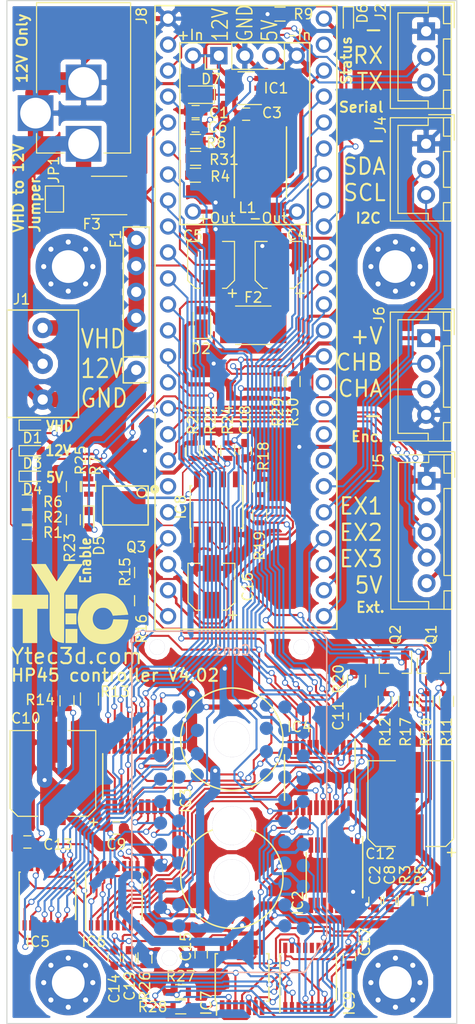
<source format=kicad_pcb>
(kicad_pcb (version 4) (host pcbnew 4.0.6)
  (layers (0 F.Cu signal) (31 B.Cu signal) (34 B.Paste user) (35 F.Paste user) (36 B.SilkS user) (37 F.SilkS user) (38 B.Mask user) (39 F.Mask user) (44 Edge.Cuts user))
  (net 0 "")
  (net 1 GND)
  (net 2 "Net-(C1-Pad1)")
  (net 3 VHead)
  (net 4 +12V)
  (net 5 +3V3)
  (net 6 AGND)
  (net 7 /HGND)
  (net 8 /C10X)
  (net 9 /CTSR)
  (net 10 "Net-(D1-Pad1)")
  (net 11 +5V)
  (net 12 "Net-(D3-Pad1)")
  (net 13 /HENA)
  (net 14 "Net-(D4-Pad1)")
  (net 15 "Net-(D5-Pad1)")
  (net 16 "Net-(IC2-Pad2)")
  (net 17 /PCLR)
  (net 18 /PCLK)
  (net 19 "Net-(IC6-Pad11)")
  (net 20 "Net-(IC6-Pad14)")
  (net 21 /ARST)
  (net 22 /NCHECK)
  (net 23 /RX)
  (net 24 /TX)
  (net 25 /CACLK)
  (net 26 /CARST)
  (net 27 /TEST-VHD)
  (net 28 /TEST-12V)
  (net 29 /ADR_TEST)
  (net 30 "Net-(F1-Pad2)")
  (net 31 "Net-(F3-Pad2)")
  (net 32 "Net-(C3-Pad1)")
  (net 33 "Net-(C3-Pad2)")
  (net 34 "Net-(C8-Pad1)")
  (net 35 "Net-(D6-Pad1)")
  (net 36 "Net-(IC5-Pad11)")
  (net 37 "Net-(IC5-Pad14)")
  (net 38 "Net-(IC8-Pad2)")
  (net 39 "Net-(Q3-Pad2)")
  (net 40 /STATUS)
  (net 41 "Net-(IC7-Pad4)")
  (net 42 /SDA)
  (net 43 /SCL)
  (net 44 /CH-B)
  (net 45 /CH-A)
  (net 46 /EXT1)
  (net 47 /EXT2)
  (net 48 "Net-(D2-Pad2)")
  (net 49 /EXT3)
  (net 50 /HA08)
  (net 51 /HP06)
  (net 52 /HP12)
  (net 53 /HP05)
  (net 54 /HA10)
  (net 55 /HA14)
  (net 56 /HA18)
  (net 57 /HA21)
  (net 58 /HA19)
  (net 59 /HA17)
  (net 60 /HA12)
  (net 61 /HP03)
  (net 62 /HA16)
  (net 63 /HP01)
  (net 64 /HA20)
  (net 65 /HP13)
  (net 66 /HA15)
  (net 67 /HP07)
  (net 68 /HP11)
  (net 69 /HP09)
  (net 70 /HA13)
  (net 71 /HA07)
  (net 72 /HA09)
  (net 73 /HP02)
  (net 74 /HA04)
  (net 75 /HP00)
  (net 76 /HA00)
  (net 77 /HA01)
  (net 78 /HP10)
  (net 79 /HA11)
  (net 80 /HP04)
  (net 81 /HA06)
  (net 82 /HA02)
  (net 83 /HA03)
  (net 84 /HA05)
  (net 85 /HP08)
  (net 86 /HDUMMY1)
  (net 87 /HDUMMY2)
  (net 88 /P06)
  (net 89 /P04)
  (net 90 /P02)
  (net 91 /P00)
  (net 92 /P12)
  (net 93 /P10)
  (net 94 /P08)
  (net 95 /DUMMY1)
  (net 96 /DUMMY2)
  (net 97 /P07)
  (net 98 /P09)
  (net 99 /P11)
  (net 100 /P13)
  (net 101 /P01)
  (net 102 /P03)
  (net 103 /P05)
  (net 104 "Net-(IC9-Pad13)")
  (net 105 "Net-(IC1-Pad3)")
  (net 106 "Net-(R31-Pad2)")
  (module Resistors_SMD:R_1812 (layer F.Cu) (at 102.0955 81.7375)
    (fp_text reference F2 (at 0 -2.72) (layer F.SilkS))
    (fp_text value "Polyfuse IHold=1A")
    (pad 1 smd rect (at -2.44 0) (size 1.6 3.5) (layers F.Cu F.Paste F.Mask) (net 48 "Net-(D2-Pad2)"))
    (pad 2 smd rect (at 2.44 0) (size 1.6 3.5) (layers F.Cu F.Paste F.Mask) (net 2 "Net-(C1-Pad1)"))
  )
  (module "HP45 Components:HP45_SMD_connector" (layer B.Cu) (at 100 145 180)
    (fp_text reference Con1 (at 0 31.5 180) (layer B.SilkS) (effects (justify mirror)))
    (fp_text value HP45_connector)
    (pad "" thru_hole oval (at 7.3 31.8 180) (size 1.5 1.5) (drill oval 1.5) (layers *.Cu *.Mask))
    (pad "" thru_hole oval (at -6.8 31.8 180) (size 1.5 1.5) (drill oval 1.5) (layers *.Cu *.Mask))
    (pad "" thru_hole circle (at 0 22.8 180) (size 3.5 3.5) (drill 3.5) (layers *.Cu *.Mask))
    (pad "" thru_hole circle (at 0 14.35 180) (size 3.8 3.8) (drill 3.8) (layers *.Cu *.Mask))
    (pad 1 smd circle (at 6.98 4.3 180) (size 1.3 1.3) (layers B.Cu B.Paste B.Mask) (net 50 /HA08))
    (pad 3 smd circle (at 5.18 4.55 180) (size 1.3 1.3) (layers B.Cu B.Paste B.Mask) (net 51 /HP06))
    (pad 33 smd circle (at 3.38 19.3 180) (size 1.3 1.3) (layers B.Cu B.Paste B.Mask) (net 52 /HP12))
    (pad 2 smd circle (at -6.98 4.3 180) (size 1.3 1.3) (layers B.Cu B.Paste B.Mask) (net 7 /HGND))
    (pad 4 smd circle (at -5.18 4.55 180) (size 1.3 1.3) (layers B.Cu B.Paste B.Mask) (net 53 /HP05))
    (pad 6 smd circle (at -6.98 6.35 180) (size 1.3 1.3) (layers B.Cu B.Paste B.Mask) (net 54 /HA10))
    (pad 10 smd circle (at -6.98 8.4 180) (size 1.3 1.3) (layers B.Cu B.Paste B.Mask) (net 7 /HGND))
    (pad 14 smd circle (at -6.98 10.45 180) (size 1.3 1.3) (layers B.Cu B.Paste B.Mask) (net 55 /HA14))
    (pad 18 smd circle (at -6.98 12.5 180) (size 1.3 1.3) (layers B.Cu B.Paste B.Mask) (net 7 /HGND))
    (pad 22 smd circle (at -6.98 14.6 180) (size 1.3 1.3) (layers B.Cu B.Paste B.Mask) (net 56 /HA18))
    (pad 26 smd circle (at -6.98 16.7 180) (size 1.3 1.3) (layers B.Cu B.Paste B.Mask) (net 57 /HA21))
    (pad 30 smd circle (at -6.98 18.9 180) (size 1.3 1.3) (layers B.Cu B.Paste B.Mask) (net 58 /HA19))
    (pad 36 smd circle (at -6.98 21.18 180) (size 1.3 1.3) (layers B.Cu B.Paste B.Mask) (net 59 /HA17))
    (pad 42 smd circle (at -6.98 23.46 180) (size 1.3 1.3) (layers B.Cu B.Paste B.Mask) (net 7 /HGND))
    (pad 48 smd circle (at -6.98 25.74 180) (size 1.3 1.3) (layers B.Cu B.Paste B.Mask) (net 7 /HGND))
    (pad 8 smd circle (at -5.18 6.6 180) (size 1.3 1.3) (layers B.Cu B.Paste B.Mask) (net 60 /HA12))
    (pad 12 smd circle (at -5.18 8.65 180) (size 1.3 1.3) (layers B.Cu B.Paste B.Mask) (net 61 /HP03))
    (pad 16 smd circle (at -5.18 10.7 180) (size 1.3 1.3) (layers B.Cu B.Paste B.Mask) (net 62 /HA16))
    (pad 20 smd circle (at -5.18 12.75 180) (size 1.3 1.3) (layers B.Cu B.Paste B.Mask) (net 63 /HP01))
    (pad 24 smd circle (at -5.18 14.8 180) (size 1.3 1.3) (layers B.Cu B.Paste B.Mask) (net 64 /HA20))
    (pad 28 smd circle (at -5.18 16.9 180) (size 1.3 1.3) (layers B.Cu B.Paste B.Mask) (net 8 /C10X))
    (pad 32 smd circle (at -5.18 19.1 180) (size 1.3 1.3) (layers B.Cu B.Paste B.Mask) (net 65 /HP13))
    (pad 38 smd circle (at -5.18 21.38 180) (size 1.3 1.3) (layers B.Cu B.Paste B.Mask) (net 66 /HA15))
    (pad 44 smd circle (at -5.18 23.66 180) (size 1.3 1.3) (layers B.Cu B.Paste B.Mask) (net 7 /HGND))
    (pad 50 smd circle (at -5.18 25.94 180) (size 1.3 1.3) (layers B.Cu B.Paste B.Mask) (net 67 /HP07))
    (pad 34 smd circle (at -3.38 19.3 180) (size 1.3 1.3) (layers B.Cu B.Paste B.Mask) (net 7 /HGND))
    (pad 40 smd circle (at -3.38 21.58 180) (size 1.3 1.3) (layers B.Cu B.Paste B.Mask) (net 68 /HP11))
    (pad 46 smd circle (at -3.38 23.86 180) (size 1.3 1.3) (layers B.Cu B.Paste B.Mask) (net 69 /HP09))
    (pad 52 smd circle (at -3.38 26.14 180) (size 1.3 1.3) (layers B.Cu B.Paste B.Mask) (net 70 /HA13))
    (pad 39 smd circle (at 3.38 21.38 180) (size 1.3 1.3) (layers B.Cu B.Paste B.Mask) (net 71 /HA07))
    (pad 45 smd circle (at 3.38 23.66 180) (size 1.3 1.3) (layers B.Cu B.Paste B.Mask) (net 72 /HA09))
    (pad 51 smd circle (at 3.38 25.94 180) (size 1.3 1.3) (layers B.Cu B.Paste B.Mask) (net 7 /HGND))
    (pad 5 smd circle (at 6.98 6.35 180) (size 1.3 1.3) (layers B.Cu B.Paste B.Mask) (net 7 /HGND))
    (pad 9 smd circle (at 6.98 8.4 180) (size 1.3 1.3) (layers B.Cu B.Paste B.Mask) (net 7 /HGND))
    (pad 13 smd circle (at 6.98 10.45 180) (size 1.3 1.3) (layers B.Cu B.Paste B.Mask) (net 73 /HP02))
    (pad 17 smd circle (at 6.98 12.5 180) (size 1.3 1.3) (layers B.Cu B.Paste B.Mask) (net 74 /HA04))
    (pad 21 smd circle (at 6.98 14.6 180) (size 1.3 1.3) (layers B.Cu B.Paste B.Mask) (net 75 /HP00))
    (pad 25 smd circle (at 6.98 16.7 180) (size 1.3 1.3) (layers B.Cu B.Paste B.Mask) (net 76 /HA00))
    (pad 29 smd circle (at 6.98 18.9 180) (size 1.3 1.3) (layers B.Cu B.Paste B.Mask) (net 77 /HA01))
    (pad 35 smd circle (at 6.98 21.18 180) (size 1.3 1.3) (layers B.Cu B.Paste B.Mask) (net 7 /HGND))
    (pad 41 smd circle (at 6.98 23.46 180) (size 1.3 1.3) (layers B.Cu B.Paste B.Mask) (net 78 /HP10))
    (pad 47 smd circle (at 6.98 25.74 180) (size 1.3 1.3) (layers B.Cu B.Paste B.Mask) (net 79 /HA11))
    (pad 7 smd circle (at 5.18 6.6 180) (size 1.3 1.3) (layers B.Cu B.Paste B.Mask) (net 80 /HP04))
    (pad 11 smd circle (at 5.18 8.65 180) (size 1.3 1.3) (layers B.Cu B.Paste B.Mask) (net 7 /HGND))
    (pad 15 smd circle (at 5.18 10.7 180) (size 1.3 1.3) (layers B.Cu B.Paste B.Mask) (net 81 /HA06))
    (pad 19 smd circle (at 5.18 12.75 180) (size 1.3 1.3) (layers B.Cu B.Paste B.Mask) (net 7 /HGND))
    (pad 23 smd circle (at 5.18 14.8 180) (size 1.3 1.3) (layers B.Cu B.Paste B.Mask) (net 82 /HA02))
    (pad 27 smd circle (at 5.18 16.9 180) (size 1.3 1.3) (layers B.Cu B.Paste B.Mask) (net 9 /CTSR))
    (pad 31 smd circle (at 5.18 19.1 180) (size 1.3 1.3) (layers B.Cu B.Paste B.Mask) (net 83 /HA03))
    (pad 37 smd circle (at 5.18 21.38 180) (size 1.3 1.3) (layers B.Cu B.Paste B.Mask) (net 84 /HA05))
    (pad 43 smd circle (at 5.18 23.66 180) (size 1.3 1.3) (layers B.Cu B.Paste B.Mask) (net 7 /HGND))
    (pad 49 smd circle (at 5.18 25.94 180) (size 1.3 1.3) (layers B.Cu B.Paste B.Mask) (net 85 /HP08))
    (pad "" thru_hole circle (at 0 9.3 180) (size 3.5 3.5) (drill 3.5) (layers *.Cu *.Mask))
    (pad "" thru_hole oval (at 6.1 1.4 180) (size 1.5 1.5) (drill oval 1.5) (layers *.Cu *.Mask))
  )
  (module Fiducials:Fiducial_1mm_Dia_2mm_Outer (layer F.Cu) (at 120 142.5)
    (fp_text reference Fd2 hide)
    (fp_text value Fiducial)
    (pad ~ smd circle (at 0 0) (size 1 1) (layers F.Cu F.Mask) (clearance 0.5))
  )
  (module Capacitors_SMD:C_0603 (layer F.Cu) (at 114 138 270)
    (fp_text reference C2 (at -2.5 0 270) (layer F.SilkS))
    (fp_text value 0.1uF)
    (pad 2 smd rect (at 0.75 0 270) (size 0.8 0.75) (layers F.Cu F.Paste F.Mask) (net 1 GND))
    (pad 1 smd rect (at -0.75 0 270) (size 0.8 0.75) (layers F.Cu F.Paste F.Mask) (net 5 +3V3))
  )
  (module Capacitors_SMD:CP_Elec_4x5.8 (layer F.Cu) (at 104.572 75.832 90)
    (fp_text reference C4 (at 2.943 1.778 180) (layer F.SilkS))
    (fp_text value 10uF)
    (fp_text user + (at -2.78 2.01 90) (layer F.SilkS))
    (pad 1 smd rect (at -1.8 0 270) (size 2.6 1.6) (layers F.Cu F.Paste F.Mask) (net 2 "Net-(C1-Pad1)"))
    (pad 2 smd rect (at 1.8 0 270) (size 2.6 1.6) (layers F.Cu F.Paste F.Mask) (net 1 GND))
  )
  (module Capacitors_SMD:C_0603 (layer F.Cu) (at 115.447639 137.972087 90)
    (fp_text reference C8 (at 2.5 0 90) (layer F.SilkS))
    (fp_text value 0.1nF)
    (pad 2 smd rect (at 0.75 0 90) (size 0.8 0.75) (layers F.Cu F.Paste F.Mask) (net 1 GND))
    (pad 1 smd rect (at -0.75 0 90) (size 0.8 0.75) (layers F.Cu F.Paste F.Mask) (net 34 "Net-(C8-Pad1)"))
  )
  (module Capacitors_SMD:C_0603 (layer F.Cu) (at 88.697 130.8865 180)
    (fp_text reference C9 (at 0 -1.5875 180) (layer F.SilkS))
    (fp_text value 1uF)
    (pad 2 smd rect (at 0.75 0 180) (size 0.8 0.75) (layers F.Cu F.Paste F.Mask) (net 1 GND))
    (pad 1 smd rect (at -0.75 0 180) (size 0.8 0.75) (layers F.Cu F.Paste F.Mask) (net 3 VHead))
  )
  (module Capacitors_SMD:CP_Elec_8x10 (layer F.Cu) (at 82.5 125.55 90)
    (fp_text reference C10 (at 5.395 -2.6422 180) (layer F.SilkS))
    (fp_text value 100uF)
    (fp_text user + (at -4.78 3.9 90) (layer F.SilkS))
    (pad 1 smd rect (at -3.05 0 270) (size 4 2.5) (layers F.Cu F.Paste F.Mask) (net 3 VHead))
    (pad 2 smd rect (at 3.05 0 270) (size 4 2.5) (layers F.Cu F.Paste F.Mask) (net 1 GND))
  )
  (module Capacitors_SMD:C_0603 (layer F.Cu) (at 112 120 270)
    (fp_text reference C11 (at -0.0736 1.5987 270) (layer F.SilkS))
    (fp_text value 1uF)
    (pad 2 smd rect (at 0.75 0 270) (size 0.8 0.75) (layers F.Cu F.Paste F.Mask) (net 1 GND))
    (pad 1 smd rect (at -0.75 0 270) (size 0.8 0.75) (layers F.Cu F.Paste F.Mask) (net 3 VHead))
  )
  (module Capacitors_SMD:CP_Elec_8x10 (layer F.Cu) (at 117.5 128.5 90)
    (fp_text reference C12 (at -4.9 -3 180) (layer F.SilkS))
    (fp_text value 100uF)
    (fp_text user + (at -4.78 3.9 90) (layer F.SilkS))
    (pad 1 smd rect (at -3.05 0 270) (size 4 2.5) (layers F.Cu F.Paste F.Mask) (net 3 VHead))
    (pad 2 smd rect (at 3.05 0 270) (size 4 2.5) (layers F.Cu F.Paste F.Mask) (net 1 GND))
  )
  (module Capacitors_SMD:C_0603 (layer F.Cu) (at 80 132.25)
    (fp_text reference C13 (at 3 0.25) (layer F.SilkS))
    (fp_text value 0.1uF)
    (pad 2 smd rect (at 0.75 0) (size 0.8 0.75) (layers F.Cu F.Paste F.Mask) (net 6 AGND))
    (pad 1 smd rect (at -0.75 0) (size 0.8 0.75) (layers F.Cu F.Paste F.Mask) (net 4 +12V))
  )
  (module Capacitors_SMD:C_0603 (layer F.Cu) (at 88.5 143.6 270)
    (fp_text reference C14 (at 3 0 270) (layer F.SilkS))
    (fp_text value 0.1uF)
    (pad 2 smd rect (at 0.75 0 270) (size 0.8 0.75) (layers F.Cu F.Paste F.Mask) (net 6 AGND))
    (pad 1 smd rect (at -0.75 0 270) (size 0.8 0.75) (layers F.Cu F.Paste F.Mask) (net 4 +12V))
  )
  (module Capacitors_SMD:C_0603 (layer F.Cu) (at 97 143.25 90)
    (fp_text reference C15 (at 0.75 -1.5 90) (layer F.SilkS))
    (fp_text value 0.1uF)
    (pad 2 smd rect (at 0.75 0 90) (size 0.8 0.75) (layers F.Cu F.Paste F.Mask) (net 6 AGND))
    (pad 1 smd rect (at -0.75 0 90) (size 0.8 0.75) (layers F.Cu F.Paste F.Mask) (net 4 +12V))
  )
  (module Capacitors_SMD:CP_Elec_4x5.8 (layer F.Cu) (at 98 107.3 90)
    (fp_text reference C16 (at 0 3.54 90) (layer F.SilkS))
    (fp_text value 1uF)
    (fp_text user + (at -2.78 2.01 90) (layer F.SilkS))
    (pad 1 smd rect (at -1.8 0 270) (size 2.6 1.6) (layers F.Cu F.Paste F.Mask) (net 7 /HGND))
    (pad 2 smd rect (at 1.8 0 270) (size 2.6 1.6) (layers F.Cu F.Paste F.Mask) (net 1 GND))
  )
  (module Capacitors_SMD:C_0603 (layer F.Cu) (at 111.5 143.5 270)
    (fp_text reference C17 (at -1.5 -1.5 270) (layer F.SilkS))
    (fp_text value 0.1uF)
    (pad 2 smd rect (at 0.75 0 270) (size 0.8 0.75) (layers F.Cu F.Paste F.Mask) (net 6 AGND))
    (pad 1 smd rect (at -0.75 0 270) (size 0.8 0.75) (layers F.Cu F.Paste F.Mask) (net 4 +12V))
  )
  (module Capacitors_SMD:C_0603 (layer F.Cu) (at 101.3 94 270)
    (fp_text reference C18 (at -3 0 270) (layer F.SilkS))
    (fp_text value 0.1uF)
    (pad 2 smd rect (at 0.75 0 270) (size 0.8 0.75) (layers F.Cu F.Paste F.Mask) (net 1 GND))
    (pad 1 smd rect (at -0.75 0 270) (size 0.8 0.75) (layers F.Cu F.Paste F.Mask) (net 4 +12V))
  )
  (module Capacitors_SMD:C_0603 (layer F.Cu) (at 90 143.584816 90)
    (fp_text reference C19 (at -2.75 0 90) (layer F.SilkS))
    (fp_text value 0.1uF)
    (pad 2 smd rect (at 0.75 0 90) (size 0.8 0.75) (layers F.Cu F.Paste F.Mask) (net 1 GND))
    (pad 1 smd rect (at -0.75 0 90) (size 0.8 0.75) (layers F.Cu F.Paste F.Mask) (net 6 AGND))
  )
  (module LEDs:LED_0603 (layer F.Cu) (at 80.5 91.5)
    (fp_text reference D1 (at 0 1.25) (layer F.SilkS))
    (fp_text value LED)
    (pad 2 smd rect (at 0.8 0 180) (size 0.8 0.8) (layers F.Cu F.Paste F.Mask) (net 3 VHead))
    (pad 1 smd rect (at -0.8 0 180) (size 0.8 0.8) (layers F.Cu F.Paste F.Mask) (net 10 "Net-(D1-Pad1)"))
  )
  (module "HP45 Components:D_SOD-323HE" (layer F.Cu) (at 97.079 81.527 90)
    (fp_text reference D2 (at -2.5 -0.1 180) (layer F.SilkS))
    (fp_text value D_Schottky)
    (pad 1 smd rect (at -0.65 0 90) (size 2 1.1) (layers F.Cu F.Paste F.Mask) (net 11 +5V))
    (pad 2 smd rect (at 1.25 0 90) (size 0.8 1.1) (layers F.Cu F.Paste F.Mask) (net 48 "Net-(D2-Pad2)"))
  )
  (module LEDs:LED_0603 (layer F.Cu) (at 80.5 94)
    (fp_text reference D3 (at 0 1.25) (layer F.SilkS))
    (fp_text value LED)
    (pad 2 smd rect (at 0.8 0 180) (size 0.8 0.8) (layers F.Cu F.Paste F.Mask) (net 4 +12V))
    (pad 1 smd rect (at -0.8 0 180) (size 0.8 0.8) (layers F.Cu F.Paste F.Mask) (net 12 "Net-(D3-Pad1)"))
  )
  (module LEDs:LED_0603 (layer F.Cu) (at 80.5 96.5)
    (fp_text reference D4 (at 0 1.25) (layer F.SilkS))
    (fp_text value LED)
    (pad 2 smd rect (at 0.8 0 180) (size 0.8 0.8) (layers F.Cu F.Paste F.Mask) (net 11 +5V))
    (pad 1 smd rect (at -0.8 0 180) (size 0.8 0.8) (layers F.Cu F.Paste F.Mask) (net 14 "Net-(D4-Pad1)"))
  )
  (module LEDs:LED_0603 (layer F.Cu) (at 86 100.7 270)
    (fp_text reference D5 (at 2.58432 -1.01044 450) (layer F.SilkS))
    (fp_text value LED)
    (pad 2 smd rect (at 0.8 0 90) (size 0.8 0.8) (layers F.Cu F.Paste F.Mask) (net 13 /HENA))
    (pad 1 smd rect (at -0.8 0 90) (size 0.8 0.8) (layers F.Cu F.Paste F.Mask) (net 15 "Net-(D5-Pad1)"))
  )
  (module LEDs:LED_0603 (layer F.Cu) (at 111.4 51.9 270)
    (fp_text reference D6 (at -0.63488 -1.3635 270) (layer F.SilkS))
    (fp_text value LED)
    (pad 2 smd rect (at 0.8 0 90) (size 0.8 0.8) (layers F.Cu F.Paste F.Mask) (net 40 /STATUS))
    (pad 1 smd rect (at -0.8 0 90) (size 0.8 0.8) (layers F.Cu F.Paste F.Mask) (net 35 "Net-(D6-Pad1)"))
  )
  (module Fiducials:Fiducial_1mm_Dia_2mm_Outer (layer F.Cu) (at 82.728 51.956)
    (fp_text reference Fd1 hide)
    (fp_text value Fiducial)
    (pad ~ smd circle (at 0 0) (size 1 1) (layers F.Cu F.Mask) (clearance 0.5))
  )
  (module Housings_SSOP:TSSOP-16_4.4x5mm_Pitch0.65mm (layer F.Cu) (at 110 135.5 270)
    (fp_text reference IC2 (at 2.7 3.55 450) (layer F.SilkS))
    (fp_text value 74HC123)
    (pad 1 smd rect (at -2.95 -2.275 270) (size 1.5 0.45) (layers F.Cu F.Paste F.Mask) (net 18 /PCLK))
    (pad 2 smd rect (at -2.95 -1.625 270) (size 1.5 0.45) (layers F.Cu F.Paste F.Mask) (net 16 "Net-(IC2-Pad2)"))
    (pad 3 smd rect (at -2.95 -0.975 270) (size 1.5 0.45) (layers F.Cu F.Paste F.Mask) (net 16 "Net-(IC2-Pad2)"))
    (pad 4 smd rect (at -2.95 -0.325 270) (size 1.5 0.45) (layers F.Cu F.Paste F.Mask) (net 17 /PCLR))
    (pad 5 smd rect (at -2.95 0.325 270) (size 1.5 0.45) (layers F.Cu F.Paste F.Mask))
    (pad 6 smd rect (at -2.95 0.975 270) (size 1.5 0.45) (layers F.Cu F.Paste F.Mask))
    (pad 7 smd rect (at -2.95 1.625 270) (size 1.5 0.45) (layers F.Cu F.Paste F.Mask))
    (pad 8 smd rect (at -2.95 2.275 270) (size 1.5 0.45) (layers F.Cu F.Paste F.Mask) (net 1 GND))
    (pad 9 smd rect (at 2.95 2.275 270) (size 1.5 0.45) (layers F.Cu F.Paste F.Mask))
    (pad 10 smd rect (at 2.95 1.625 270) (size 1.5 0.45) (layers F.Cu F.Paste F.Mask))
    (pad 11 smd rect (at 2.95 0.975 270) (size 1.5 0.45) (layers F.Cu F.Paste F.Mask))
    (pad 12 smd rect (at 2.95 0.325 270) (size 1.5 0.45) (layers F.Cu F.Paste F.Mask))
    (pad 13 smd rect (at 2.95 -0.325 270) (size 1.5 0.45) (layers F.Cu F.Paste F.Mask))
    (pad 14 smd rect (at 2.95 -0.975 270) (size 1.5 0.45) (layers F.Cu F.Paste F.Mask) (net 1 GND))
    (pad 15 smd rect (at 2.95 -1.625 270) (size 1.5 0.45) (layers F.Cu F.Paste F.Mask) (net 34 "Net-(C8-Pad1)"))
    (pad 16 smd rect (at 2.95 -2.275 270) (size 1.5 0.45) (layers F.Cu F.Paste F.Mask) (net 5 +3V3))
  )
  (module Housings_SSOP:TSSOP-20_4.4x6.5mm_Pitch0.65mm (layer F.Cu) (at 90.825 125.85 270)
    (fp_text reference IC3 (at 2.35 -4.675 450) (layer F.SilkS))
    (fp_text value TLC59213)
    (pad 1 smd rect (at -2.95 -2.925 270) (size 1.45 0.45) (layers F.Cu F.Paste F.Mask) (net 17 /PCLR))
    (pad 2 smd rect (at -2.95 -2.275 270) (size 1.45 0.45) (layers F.Cu F.Paste F.Mask) (net 88 /P06))
    (pad 3 smd rect (at -2.95 -1.625 270) (size 1.45 0.45) (layers F.Cu F.Paste F.Mask) (net 89 /P04))
    (pad 4 smd rect (at -2.95 -0.975 270) (size 1.45 0.45) (layers F.Cu F.Paste F.Mask) (net 90 /P02))
    (pad 5 smd rect (at -2.95 -0.325 270) (size 1.45 0.45) (layers F.Cu F.Paste F.Mask) (net 91 /P00))
    (pad 6 smd rect (at -2.95 0.325 270) (size 1.45 0.45) (layers F.Cu F.Paste F.Mask) (net 92 /P12))
    (pad 7 smd rect (at -2.95 0.975 270) (size 1.45 0.45) (layers F.Cu F.Paste F.Mask) (net 93 /P10))
    (pad 8 smd rect (at -2.95 1.625 270) (size 1.45 0.45) (layers F.Cu F.Paste F.Mask) (net 94 /P08))
    (pad 9 smd rect (at -2.95 2.275 270) (size 1.45 0.45) (layers F.Cu F.Paste F.Mask) (net 95 /DUMMY1))
    (pad 10 smd rect (at -2.95 2.925 270) (size 1.45 0.45) (layers F.Cu F.Paste F.Mask) (net 18 /PCLK))
    (pad 11 smd rect (at 2.95 2.925 270) (size 1.45 0.45) (layers F.Cu F.Paste F.Mask) (net 1 GND))
    (pad 12 smd rect (at 2.95 2.275 270) (size 1.45 0.45) (layers F.Cu F.Paste F.Mask) (net 86 /HDUMMY1))
    (pad 13 smd rect (at 2.95 1.625 270) (size 1.45 0.45) (layers F.Cu F.Paste F.Mask) (net 85 /HP08))
    (pad 14 smd rect (at 2.95 0.975 270) (size 1.45 0.45) (layers F.Cu F.Paste F.Mask) (net 78 /HP10))
    (pad 15 smd rect (at 2.95 0.325 270) (size 1.45 0.45) (layers F.Cu F.Paste F.Mask) (net 52 /HP12))
    (pad 16 smd rect (at 2.95 -0.325 270) (size 1.45 0.45) (layers F.Cu F.Paste F.Mask) (net 75 /HP00))
    (pad 17 smd rect (at 2.95 -0.975 270) (size 1.45 0.45) (layers F.Cu F.Paste F.Mask) (net 73 /HP02))
    (pad 18 smd rect (at 2.95 -1.625 270) (size 1.45 0.45) (layers F.Cu F.Paste F.Mask) (net 80 /HP04))
    (pad 19 smd rect (at 2.95 -2.275 270) (size 1.45 0.45) (layers F.Cu F.Paste F.Mask) (net 51 /HP06))
    (pad 20 smd rect (at 2.95 -2.925 270) (size 1.45 0.45) (layers F.Cu F.Paste F.Mask) (net 3 VHead))
  )
  (module Housings_SSOP:TSSOP-20_4.4x6.5mm_Pitch0.65mm (layer F.Cu) (at 108.6 125.95 270)
    (fp_text reference IC4 (at -4.95 2 360) (layer F.SilkS))
    (fp_text value TLC59213)
    (pad 1 smd rect (at -2.95 -2.925 270) (size 1.45 0.45) (layers F.Cu F.Paste F.Mask) (net 17 /PCLR))
    (pad 2 smd rect (at -2.95 -2.275 270) (size 1.45 0.45) (layers F.Cu F.Paste F.Mask) (net 96 /DUMMY2))
    (pad 3 smd rect (at -2.95 -1.625 270) (size 1.45 0.45) (layers F.Cu F.Paste F.Mask) (net 97 /P07))
    (pad 4 smd rect (at -2.95 -0.975 270) (size 1.45 0.45) (layers F.Cu F.Paste F.Mask) (net 98 /P09))
    (pad 5 smd rect (at -2.95 -0.325 270) (size 1.45 0.45) (layers F.Cu F.Paste F.Mask) (net 99 /P11))
    (pad 6 smd rect (at -2.95 0.325 270) (size 1.45 0.45) (layers F.Cu F.Paste F.Mask) (net 100 /P13))
    (pad 7 smd rect (at -2.95 0.975 270) (size 1.45 0.45) (layers F.Cu F.Paste F.Mask) (net 101 /P01))
    (pad 8 smd rect (at -2.95 1.625 270) (size 1.45 0.45) (layers F.Cu F.Paste F.Mask) (net 102 /P03))
    (pad 9 smd rect (at -2.95 2.275 270) (size 1.45 0.45) (layers F.Cu F.Paste F.Mask) (net 103 /P05))
    (pad 10 smd rect (at -2.95 2.925 270) (size 1.45 0.45) (layers F.Cu F.Paste F.Mask) (net 18 /PCLK))
    (pad 11 smd rect (at 2.95 2.925 270) (size 1.45 0.45) (layers F.Cu F.Paste F.Mask) (net 1 GND))
    (pad 12 smd rect (at 2.95 2.275 270) (size 1.45 0.45) (layers F.Cu F.Paste F.Mask) (net 53 /HP05))
    (pad 13 smd rect (at 2.95 1.625 270) (size 1.45 0.45) (layers F.Cu F.Paste F.Mask) (net 61 /HP03))
    (pad 14 smd rect (at 2.95 0.975 270) (size 1.45 0.45) (layers F.Cu F.Paste F.Mask) (net 63 /HP01))
    (pad 15 smd rect (at 2.95 0.325 270) (size 1.45 0.45) (layers F.Cu F.Paste F.Mask) (net 65 /HP13))
    (pad 16 smd rect (at 2.95 -0.325 270) (size 1.45 0.45) (layers F.Cu F.Paste F.Mask) (net 68 /HP11))
    (pad 17 smd rect (at 2.95 -0.975 270) (size 1.45 0.45) (layers F.Cu F.Paste F.Mask) (net 69 /HP09))
    (pad 18 smd rect (at 2.95 -1.625 270) (size 1.45 0.45) (layers F.Cu F.Paste F.Mask) (net 67 /HP07))
    (pad 19 smd rect (at 2.95 -2.275 270) (size 1.45 0.45) (layers F.Cu F.Paste F.Mask) (net 87 /HDUMMY2))
    (pad 20 smd rect (at 2.95 -2.925 270) (size 1.45 0.45) (layers F.Cu F.Paste F.Mask) (net 3 VHead))
  )
  (module Housings_SSOP:SSOP-16_4.4x5.2mm_Pitch0.65mm (layer F.Cu) (at 82 137.5 90)
    (fp_text reference IC5 (at -4.5 -1 180) (layer F.SilkS))
    (fp_text value HEF4017)
    (pad 1 smd rect (at -2.9 -2.275 90) (size 1 0.4) (layers F.Cu F.Paste F.Mask) (net 84 /HA05))
    (pad 2 smd rect (at -2.9 -1.625 90) (size 1 0.4) (layers F.Cu F.Paste F.Mask) (net 71 /HA07))
    (pad 3 smd rect (at -2.9 -0.975 90) (size 1 0.4) (layers F.Cu F.Paste F.Mask))
    (pad 4 smd rect (at -2.9 -0.325 90) (size 1 0.4) (layers F.Cu F.Paste F.Mask) (net 77 /HA01))
    (pad 5 smd rect (at -2.9 0.325 90) (size 1 0.4) (layers F.Cu F.Paste F.Mask) (net 83 /HA03))
    (pad 6 smd rect (at -2.9 0.975 90) (size 1 0.4) (layers F.Cu F.Paste F.Mask) (net 76 /HA00))
    (pad 7 smd rect (at -2.9 1.625 90) (size 1 0.4) (layers F.Cu F.Paste F.Mask) (net 82 /HA02))
    (pad 8 smd rect (at -2.9 2.275 90) (size 1 0.4) (layers F.Cu F.Paste F.Mask) (net 6 AGND))
    (pad 9 smd rect (at 2.9 2.275 90) (size 1 0.4) (layers F.Cu F.Paste F.Mask) (net 72 /HA09))
    (pad 10 smd rect (at 2.9 1.625 90) (size 1 0.4) (layers F.Cu F.Paste F.Mask) (net 79 /HA11))
    (pad 11 smd rect (at 2.9 0.975 90) (size 1 0.4) (layers F.Cu F.Paste F.Mask) (net 36 "Net-(IC5-Pad11)"))
    (pad 12 smd rect (at 2.9 0.325 90) (size 1 0.4) (layers F.Cu F.Paste F.Mask))
    (pad 13 smd rect (at 2.9 -0.325 90) (size 1 0.4) (layers F.Cu F.Paste F.Mask) (net 36 "Net-(IC5-Pad11)"))
    (pad 14 smd rect (at 2.9 -0.975 90) (size 1 0.4) (layers F.Cu F.Paste F.Mask) (net 37 "Net-(IC5-Pad14)"))
    (pad 15 smd rect (at 2.9 -1.625 90) (size 1 0.4) (layers F.Cu F.Paste F.Mask) (net 21 /ARST))
    (pad 16 smd rect (at 2.9 -2.275 90) (size 1 0.4) (layers F.Cu F.Paste F.Mask) (net 4 +12V))
  )
  (module Housings_SSOP:SSOP-16_4.4x5.2mm_Pitch0.65mm (layer F.Cu) (at 88.5 137.5 90)
    (fp_text reference IC6 (at -4.5 -2 180) (layer F.SilkS))
    (fp_text value HEF4017)
    (pad 1 smd rect (at -2.9 -2.275 90) (size 1 0.4) (layers F.Cu F.Paste F.Mask) (net 50 /HA08))
    (pad 2 smd rect (at -2.9 -1.625 90) (size 1 0.4) (layers F.Cu F.Paste F.Mask) (net 70 /HA13))
    (pad 3 smd rect (at -2.9 -0.975 90) (size 1 0.4) (layers F.Cu F.Paste F.Mask))
    (pad 4 smd rect (at -2.9 -0.325 90) (size 1 0.4) (layers F.Cu F.Paste F.Mask) (net 66 /HA15))
    (pad 5 smd rect (at -2.9 0.325 90) (size 1 0.4) (layers F.Cu F.Paste F.Mask) (net 59 /HA17))
    (pad 6 smd rect (at -2.9 0.975 90) (size 1 0.4) (layers F.Cu F.Paste F.Mask) (net 58 /HA19))
    (pad 7 smd rect (at -2.9 1.625 90) (size 1 0.4) (layers F.Cu F.Paste F.Mask) (net 57 /HA21))
    (pad 8 smd rect (at -2.9 2.275 90) (size 1 0.4) (layers F.Cu F.Paste F.Mask) (net 6 AGND))
    (pad 9 smd rect (at 2.9 2.275 90) (size 1 0.4) (layers F.Cu F.Paste F.Mask) (net 81 /HA06))
    (pad 10 smd rect (at 2.9 1.625 90) (size 1 0.4) (layers F.Cu F.Paste F.Mask) (net 74 /HA04))
    (pad 11 smd rect (at 2.9 0.975 90) (size 1 0.4) (layers F.Cu F.Paste F.Mask) (net 19 "Net-(IC6-Pad11)"))
    (pad 12 smd rect (at 2.9 0.325 90) (size 1 0.4) (layers F.Cu F.Paste F.Mask))
    (pad 13 smd rect (at 2.9 -0.325 90) (size 1 0.4) (layers F.Cu F.Paste F.Mask) (net 19 "Net-(IC6-Pad11)"))
    (pad 14 smd rect (at 2.9 -0.975 90) (size 1 0.4) (layers F.Cu F.Paste F.Mask) (net 20 "Net-(IC6-Pad14)"))
    (pad 15 smd rect (at 2.9 -1.625 90) (size 1 0.4) (layers F.Cu F.Paste F.Mask) (net 21 /ARST))
    (pad 16 smd rect (at 2.9 -2.275 90) (size 1 0.4) (layers F.Cu F.Paste F.Mask) (net 4 +12V))
  )
  (module Housings_SSOP:TSSOP-14_4.4x5mm_Pitch0.65mm (layer F.Cu) (at 101 145.5 90)
    (fp_text reference IC7 (at -2.5 -3.5 90) (layer F.SilkS))
    (fp_text value HCF4081)
    (pad 1 smd rect (at -2.95 -1.95 90) (size 1.45 0.45) (layers F.Cu F.Paste F.Mask) (net 37 "Net-(IC5-Pad14)"))
    (pad 2 smd rect (at -2.95 -1.3 90) (size 1.45 0.45) (layers F.Cu F.Paste F.Mask) (net 36 "Net-(IC5-Pad11)"))
    (pad 3 smd rect (at -2.95 -0.65 90) (size 1.45 0.45) (layers F.Cu F.Paste F.Mask) (net 20 "Net-(IC6-Pad14)"))
    (pad 4 smd rect (at -2.95 0 90) (size 1.45 0.45) (layers F.Cu F.Paste F.Mask) (net 41 "Net-(IC7-Pad4)"))
    (pad 5 smd rect (at -2.95 0.65 90) (size 1.45 0.45) (layers F.Cu F.Paste F.Mask) (net 37 "Net-(IC5-Pad14)"))
    (pad 6 smd rect (at -2.95 1.3 90) (size 1.45 0.45) (layers F.Cu F.Paste F.Mask) (net 19 "Net-(IC6-Pad11)"))
    (pad 7 smd rect (at -2.95 1.95 90) (size 1.45 0.45) (layers F.Cu F.Paste F.Mask) (net 6 AGND))
    (pad 8 smd rect (at 2.95 1.95 90) (size 1.45 0.45) (layers F.Cu F.Paste F.Mask) (net 6 AGND))
    (pad 9 smd rect (at 2.95 1.3 90) (size 1.45 0.45) (layers F.Cu F.Paste F.Mask) (net 6 AGND))
    (pad 10 smd rect (at 2.95 0.65 90) (size 1.45 0.45) (layers F.Cu F.Paste F.Mask))
    (pad 11 smd rect (at 2.95 0 90) (size 1.45 0.45) (layers F.Cu F.Paste F.Mask))
    (pad 12 smd rect (at 2.95 -0.65 90) (size 1.45 0.45) (layers F.Cu F.Paste F.Mask) (net 6 AGND))
    (pad 13 smd rect (at 2.95 -1.3 90) (size 1.45 0.45) (layers F.Cu F.Paste F.Mask) (net 6 AGND))
    (pad 14 smd rect (at 2.95 -1.95 90) (size 1.45 0.45) (layers F.Cu F.Paste F.Mask) (net 4 +12V))
  )
  (module Housings_SOIC:SOIC-8_3.9x4.9mm_Pitch1.27mm (layer F.Cu) (at 98.5 99.5 90)
    (fp_text reference IC8 (at 0 -3.5 90) (layer F.SilkS))
    (fp_text value LM311)
    (pad 1 smd rect (at -2.7 -1.905 90) (size 1.55 0.6) (layers F.Cu F.Paste F.Mask) (net 1 GND))
    (pad 2 smd rect (at -2.7 -0.635 90) (size 1.55 0.6) (layers F.Cu F.Paste F.Mask) (net 38 "Net-(IC8-Pad2)"))
    (pad 3 smd rect (at -2.7 0.635 90) (size 1.55 0.6) (layers F.Cu F.Paste F.Mask) (net 7 /HGND))
    (pad 4 smd rect (at -2.7 1.905 90) (size 1.55 0.6) (layers F.Cu F.Paste F.Mask) (net 1 GND))
    (pad 5 smd rect (at 2.7 1.905 90) (size 1.55 0.6) (layers F.Cu F.Paste F.Mask))
    (pad 6 smd rect (at 2.7 0.635 90) (size 1.55 0.6) (layers F.Cu F.Paste F.Mask))
    (pad 7 smd rect (at 2.7 -0.635 90) (size 1.55 0.6) (layers F.Cu F.Paste F.Mask) (net 22 /NCHECK))
    (pad 8 smd rect (at 2.7 -1.905 90) (size 1.55 0.6) (layers F.Cu F.Paste F.Mask) (net 4 +12V))
  )
  (module Housings_SSOP:SSOP-16_4.4x5.2mm_Pitch0.65mm (layer F.Cu) (at 107.5 145.5 90)
    (fp_text reference IC9 (at -2.5 4 90) (layer F.SilkS))
    (fp_text value HEF4017)
    (pad 1 smd rect (at -2.9 -2.275 90) (size 1 0.4) (layers F.Cu F.Paste F.Mask) (net 64 /HA20))
    (pad 2 smd rect (at -2.9 -1.625 90) (size 1 0.4) (layers F.Cu F.Paste F.Mask) (net 62 /HA16))
    (pad 3 smd rect (at -2.9 -0.975 90) (size 1 0.4) (layers F.Cu F.Paste F.Mask))
    (pad 4 smd rect (at -2.9 -0.325 90) (size 1 0.4) (layers F.Cu F.Paste F.Mask) (net 60 /HA12))
    (pad 5 smd rect (at -2.9 0.325 90) (size 1 0.4) (layers F.Cu F.Paste F.Mask) (net 55 /HA14))
    (pad 6 smd rect (at -2.9 0.975 90) (size 1 0.4) (layers F.Cu F.Paste F.Mask) (net 104 "Net-(IC9-Pad13)"))
    (pad 7 smd rect (at -2.9 1.625 90) (size 1 0.4) (layers F.Cu F.Paste F.Mask) (net 56 /HA18))
    (pad 8 smd rect (at -2.9 2.275 90) (size 1 0.4) (layers F.Cu F.Paste F.Mask) (net 6 AGND))
    (pad 9 smd rect (at 2.9 2.275 90) (size 1 0.4) (layers F.Cu F.Paste F.Mask))
    (pad 10 smd rect (at 2.9 1.625 90) (size 1 0.4) (layers F.Cu F.Paste F.Mask) (net 54 /HA10))
    (pad 11 smd rect (at 2.9 0.975 90) (size 1 0.4) (layers F.Cu F.Paste F.Mask))
    (pad 12 smd rect (at 2.9 0.325 90) (size 1 0.4) (layers F.Cu F.Paste F.Mask))
    (pad 13 smd rect (at 2.9 -0.325 90) (size 1 0.4) (layers F.Cu F.Paste F.Mask) (net 104 "Net-(IC9-Pad13)"))
    (pad 14 smd rect (at 2.9 -0.975 90) (size 1 0.4) (layers F.Cu F.Paste F.Mask) (net 41 "Net-(IC7-Pad4)"))
    (pad 15 smd rect (at 2.9 -1.625 90) (size 1 0.4) (layers F.Cu F.Paste F.Mask) (net 21 /ARST))
    (pad 16 smd rect (at 2.9 -2.275 90) (size 1 0.4) (layers F.Cu F.Paste F.Mask) (net 4 +12V))
  )
  (module "HP45 Components:3.5mm_screw_terminal" (layer F.Cu) (at 81.5 85.5 90)
    (fp_text reference J1 (at 6.3025 -2.0613 180) (layer F.SilkS))
    (fp_text value Screw_Terminal_1x03)
    (pad 1 thru_hole circle (at -3.5 0 90) (size 2 2) (drill 1) (layers *.Cu *.Mask) (net 1 GND))
    (pad 2 thru_hole circle (at 0 0 90) (size 2 2) (drill 1) (layers *.Cu *.Mask) (net 31 "Net-(F3-Pad2)"))
    (pad 3 thru_hole circle (at 3.5 0 90) (size 2 2) (drill 1) (layers *.Cu *.Mask) (net 30 "Net-(F1-Pad2)"))
  )
  (module Connectors_JST:JST_XH_B03B-XH-A_03x2.50mm_Straight (layer F.Cu) (at 119 53 270)
    (fp_text reference J2 (at -1.88982 4.45342 450) (layer F.SilkS))
    (fp_text value CONN_01X03)
    (pad 1 thru_hole rect (at 0 0 270) (size 1.75 1.75) (drill 1) (layers *.Cu *.Mask) (net 1 GND))
    (pad 2 thru_hole circle (at 2.5 0 270) (size 1.75 1.75) (drill 1) (layers *.Cu *.Mask) (net 23 /RX))
    (pad 3 thru_hole circle (at 5 0 270) (size 1.75 1.75) (drill 1) (layers *.Cu *.Mask) (net 24 /TX))
  )
  (module Connectors_JST:JST_XH_B03B-XH-A_03x2.50mm_Straight (layer F.Cu) (at 119 64 270)
    (fp_text reference J4 (at -1.8459 4.45342 450) (layer F.SilkS))
    (fp_text value CONN_01X03)
    (pad 1 thru_hole rect (at 0 0 270) (size 1.75 1.75) (drill 1) (layers *.Cu *.Mask) (net 1 GND))
    (pad 2 thru_hole circle (at 2.5 0 270) (size 1.75 1.75) (drill 1) (layers *.Cu *.Mask) (net 42 /SDA))
    (pad 3 thru_hole circle (at 5 0 270) (size 1.75 1.75) (drill 1) (layers *.Cu *.Mask) (net 43 /SCL))
  )
  (module Connectors_JST:JST_XH_B04B-XH-A_04x2.50mm_Straight (layer F.Cu) (at 119 83 270)
    (fp_text reference J6 (at -2.2785 4.5855 450) (layer F.SilkS))
    (fp_text value CONN_01X04)
    (pad 1 thru_hole rect (at 0 0 270) (size 1.75 1.75) (drill 1) (layers *.Cu *.Mask) (net 11 +5V))
    (pad 2 thru_hole circle (at 2.5 0 270) (size 1.75 1.75) (drill 1) (layers *.Cu *.Mask) (net 44 /CH-B))
    (pad 3 thru_hole circle (at 5 0 270) (size 1.75 1.75) (drill 1) (layers *.Cu *.Mask) (net 45 /CH-A))
    (pad 4 thru_hole circle (at 7.5 0 270) (size 1.75 1.75) (drill 1) (layers *.Cu *.Mask) (net 1 GND))
  )
  (module "HP45 Components:NC_Jumper" (layer F.Cu) (at 82.65 69.4 180)
    (fp_text reference JP1 (at 0.05916 2.85932 270) (layer F.SilkS))
    (fp_text value Jumper)
    (pad 1 smd rect (at 0 -0.64 180) (size 1.27 0.97) (layers F.Cu F.Paste F.Mask) (net 30 "Net-(F1-Pad2)"))
    (pad 2 smd rect (at 0 0.64 180) (size 1.27 0.97) (layers F.Cu F.Paste F.Mask) (net 31 "Net-(F3-Pad2)"))
    (pad "" smd rect (at 0 0 180) (size 0.5 1) (layers F.Cu F.Paste F.Mask))
  )
  (module TO_SOT_Packages_SMD:SOT-23 (layer F.Cu) (at 119.723694 115 270)
    (fp_text reference Q1 (at -3 0.223694 270) (layer F.SilkS))
    (fp_text value Q_NMOS_GSD)
    (pad 1 smd rect (at -1 -0.95 270) (size 0.9 0.8) (layers F.Cu F.Paste F.Mask) (net 5 +3V3))
    (pad 2 smd rect (at -1 0.95 270) (size 0.9 0.8) (layers F.Cu F.Paste F.Mask) (net 25 /CACLK))
    (pad 3 smd rect (at 1 0 270) (size 0.9 0.8) (layers F.Cu F.Paste F.Mask) (net 37 "Net-(IC5-Pad14)"))
  )
  (module TO_SOT_Packages_SMD:SOT-23 (layer F.Cu) (at 116 115 270)
    (fp_text reference Q2 (at -3 0 270) (layer F.SilkS))
    (fp_text value Q_NMOS_GSD)
    (pad 1 smd rect (at -1 -0.95 270) (size 0.9 0.8) (layers F.Cu F.Paste F.Mask) (net 5 +3V3))
    (pad 2 smd rect (at -1 0.95 270) (size 0.9 0.8) (layers F.Cu F.Paste F.Mask) (net 26 /CARST))
    (pad 3 smd rect (at 1 0 270) (size 0.9 0.8) (layers F.Cu F.Paste F.Mask) (net 21 /ARST))
  )
  (module "HP45 Components:SO-8_PowerPAK" (layer F.Cu) (at 92.135 95.865 270)
    (fp_text reference Q3 (at 7.55648 1.48728 360) (layer F.SilkS))
    (fp_text value Q_NMOS_SGD)
    (pad 3 smd rect (at 6.1 0.635 270) (size 1.02 0.61) (layers F.Cu F.Paste F.Mask) (net 7 /HGND))
    (pad 3 smd rect (at 6.1 1.905 270) (size 1.02 0.61) (layers F.Cu F.Paste F.Mask) (net 7 /HGND))
    (pad 3 smd rect (at 6.1 3.175 270) (size 1.02 0.61) (layers F.Cu F.Paste F.Mask) (net 7 /HGND))
    (pad 3 smd rect (at 6.1 4.445 270) (size 1.02 0.61) (layers F.Cu F.Paste F.Mask) (net 7 /HGND))
    (pad 2 smd rect (at 0.635 4.445 270) (size 1.27 0.61) (layers F.Cu F.Paste F.Mask) (net 39 "Net-(Q3-Pad2)"))
    (pad 1 smd rect (at 0.635 3.175 270) (size 1.27 0.61) (layers F.Cu F.Paste F.Mask) (net 1 GND))
    (pad 1 smd rect (at 0.635 1.905 270) (size 1.27 0.61) (layers F.Cu F.Paste F.Mask) (net 1 GND))
    (pad 1 smd rect (at 0.635 0.635 270) (size 1.27 0.61) (layers F.Cu F.Paste F.Mask) (net 1 GND))
    (pad 3 smd rect (at 4 2.54 270) (size 3.81 3.91) (layers F.Cu F.Paste F.Mask) (net 7 /HGND))
  )
  (module Resistors_SMD:R_0603 (layer F.Cu) (at 80 102)
    (fp_text reference R1 (at 2.5 0) (layer F.SilkS))
    (fp_text value 2.2k)
    (pad 1 smd rect (at -0.75 0) (size 0.5 0.9) (layers F.Cu F.Paste F.Mask) (net 10 "Net-(D1-Pad1)"))
    (pad 2 smd rect (at 0.75 0) (size 0.5 0.9) (layers F.Cu F.Paste F.Mask) (net 1 GND))
  )
  (module Resistors_SMD:R_0603 (layer F.Cu) (at 80 100.5)
    (fp_text reference R2 (at 2.5 0) (layer F.SilkS))
    (fp_text value 2.2k)
    (pad 1 smd rect (at -0.75 0) (size 0.5 0.9) (layers F.Cu F.Paste F.Mask) (net 12 "Net-(D3-Pad1)"))
    (pad 2 smd rect (at 0.75 0) (size 0.5 0.9) (layers F.Cu F.Paste F.Mask) (net 1 GND))
  )
  (module Resistors_SMD:R_0603 (layer F.Cu) (at 116.947639 137.972087 270)
    (fp_text reference R3 (at -2.5 0 270) (layer F.SilkS))
    (fp_text value 2.2k)
    (pad 1 smd rect (at -0.75 0 270) (size 0.5 0.9) (layers F.Cu F.Paste F.Mask) (net 5 +3V3))
    (pad 2 smd rect (at 0.75 0 270) (size 0.5 0.9) (layers F.Cu F.Paste F.Mask) (net 34 "Net-(C8-Pad1)"))
  )
  (module Resistors_SMD:R_0603 (layer F.Cu) (at 118.447639 137.972087 270)
    (fp_text reference R5 (at -2.5 0 270) (layer F.SilkS))
    (fp_text value 2.2k)
    (pad 1 smd rect (at -0.75 0 270) (size 0.5 0.9) (layers F.Cu F.Paste F.Mask) (net 5 +3V3))
    (pad 2 smd rect (at 0.75 0 270) (size 0.5 0.9) (layers F.Cu F.Paste F.Mask) (net 16 "Net-(IC2-Pad2)"))
  )
  (module Resistors_SMD:R_0603 (layer F.Cu) (at 80 99)
    (fp_text reference R6 (at 2.5 0) (layer F.SilkS))
    (fp_text value 1.2k)
    (pad 1 smd rect (at -0.75 0) (size 0.5 0.9) (layers F.Cu F.Paste F.Mask) (net 14 "Net-(D4-Pad1)"))
    (pad 2 smd rect (at 0.75 0) (size 0.5 0.9) (layers F.Cu F.Paste F.Mask) (net 1 GND))
  )
  (module Resistors_SMD:R_0603 (layer F.Cu) (at 86 97.5 90)
    (fp_text reference R7 (at 2.0465 0.6523 90) (layer F.SilkS))
    (fp_text value 1.2k)
    (pad 1 smd rect (at -0.75 0 90) (size 0.5 0.9) (layers F.Cu F.Paste F.Mask) (net 15 "Net-(D5-Pad1)"))
    (pad 2 smd rect (at 0.75 0 90) (size 0.5 0.9) (layers F.Cu F.Paste F.Mask) (net 1 GND))
  )
  (module Resistors_SMD:R_0603 (layer F.Cu) (at 119 118.5 270)
    (fp_text reference R10 (at 3 0 270) (layer F.SilkS))
    (fp_text value 2.2k)
    (pad 1 smd rect (at -0.75 0 270) (size 0.5 0.9) (layers F.Cu F.Paste F.Mask) (net 37 "Net-(IC5-Pad14)"))
    (pad 2 smd rect (at 0.75 0 270) (size 0.5 0.9) (layers F.Cu F.Paste F.Mask) (net 4 +12V))
  )
  (module Resistors_SMD:R_0603 (layer F.Cu) (at 121 118.5 90)
    (fp_text reference R11 (at -3 0 90) (layer F.SilkS))
    (fp_text value 2.2k)
    (pad 1 smd rect (at -0.75 0 90) (size 0.5 0.9) (layers F.Cu F.Paste F.Mask) (net 25 /CACLK))
    (pad 2 smd rect (at 0.75 0 90) (size 0.5 0.9) (layers F.Cu F.Paste F.Mask) (net 5 +3V3))
  )
  (module Resistors_SMD:R_0603 (layer F.Cu) (at 115 118.5 270)
    (fp_text reference R12 (at 3 0 270) (layer F.SilkS))
    (fp_text value 2.2k)
    (pad 1 smd rect (at -0.75 0 270) (size 0.5 0.9) (layers F.Cu F.Paste F.Mask) (net 21 /ARST))
    (pad 2 smd rect (at 0.75 0 270) (size 0.5 0.9) (layers F.Cu F.Paste F.Mask) (net 4 +12V))
  )
  (module Resistors_SMD:R_0805 (layer F.Cu) (at 86.07572 118.2754 90)
    (fp_text reference R13 (at 0.72136 2.49428 180) (layer F.SilkS))
    (fp_text value 30)
    (pad 1 smd rect (at -0.95 0 90) (size 0.7 1.3) (layers F.Cu F.Paste F.Mask) (net 86 /HDUMMY1))
    (pad 2 smd rect (at 0.95 0 90) (size 0.7 1.3) (layers F.Cu F.Paste F.Mask) (net 7 /HGND))
  )
  (module Resistors_SMD:R_0603 (layer F.Cu) (at 83.87862 118.4532 270)
    (fp_text reference R14 (at -0.09906 2.6289 360) (layer F.SilkS))
    (fp_text value 1.2k)
    (pad 1 smd rect (at -0.75 0 270) (size 0.5 0.9) (layers F.Cu F.Paste F.Mask) (net 7 /HGND))
    (pad 2 smd rect (at 0.75 0 270) (size 0.5 0.9) (layers F.Cu F.Paste F.Mask) (net 6 AGND))
  )
  (module Resistors_SMD:R_0603 (layer F.Cu) (at 91.1652 105.9134 90)
    (fp_text reference R15 (at 0.0586 -1.60968 90) (layer F.SilkS))
    (fp_text value 1.2k)
    (pad 1 smd rect (at -0.75 0 90) (size 0.5 0.9) (layers F.Cu F.Paste F.Mask) (net 27 /TEST-VHD))
    (pad 2 smd rect (at 0.75 0 90) (size 0.5 0.9) (layers F.Cu F.Paste F.Mask) (net 1 GND))
  )
  (module Resistors_SMD:R_0603 (layer F.Cu) (at 91.1652 108.6634 90)
    (fp_text reference R16 (at -2.7366 0 90) (layer F.SilkS))
    (fp_text value 10k)
    (pad 1 smd rect (at -0.75 0 90) (size 0.5 0.9) (layers F.Cu F.Paste F.Mask) (net 3 VHead))
    (pad 2 smd rect (at 0.75 0 90) (size 0.5 0.9) (layers F.Cu F.Paste F.Mask) (net 27 /TEST-VHD))
  )
  (module Resistors_SMD:R_0603 (layer F.Cu) (at 117 118.5 90)
    (fp_text reference R17 (at -3 0 90) (layer F.SilkS))
    (fp_text value 2.2k)
    (pad 1 smd rect (at -0.75 0 90) (size 0.5 0.9) (layers F.Cu F.Paste F.Mask) (net 26 /CARST))
    (pad 2 smd rect (at 0.75 0 90) (size 0.5 0.9) (layers F.Cu F.Paste F.Mask) (net 5 +3V3))
  )
  (module Resistors_SMD:R_0603 (layer F.Cu) (at 102.7236 97.5441 90)
    (fp_text reference R18 (at 3.005 0.3625 90) (layer F.SilkS))
    (fp_text value 1.2k)
    (pad 1 smd rect (at -0.75 0 90) (size 0.5 0.9) (layers F.Cu F.Paste F.Mask) (net 28 /TEST-12V))
    (pad 2 smd rect (at 0.75 0 90) (size 0.5 0.9) (layers F.Cu F.Paste F.Mask) (net 1 GND))
  )
  (module Resistors_SMD:R_0603 (layer F.Cu) (at 102.7236 100.2941 90)
    (fp_text reference R19 (at -3 0 90) (layer F.SilkS))
    (fp_text value 10k)
    (pad 1 smd rect (at -0.75 0 90) (size 0.5 0.9) (layers F.Cu F.Paste F.Mask) (net 4 +12V))
    (pad 2 smd rect (at 0.75 0 90) (size 0.5 0.9) (layers F.Cu F.Paste F.Mask) (net 28 /TEST-12V))
  )
  (module Resistors_SMD:R_0805 (layer F.Cu) (at 112.192 116.5228 90)
    (fp_text reference R20 (at 0.2032 -1.7653 90) (layer F.SilkS))
    (fp_text value 30)
    (pad 1 smd rect (at -0.95 0 90) (size 0.7 1.3) (layers F.Cu F.Paste F.Mask) (net 87 /HDUMMY2))
    (pad 2 smd rect (at 0.95 0 90) (size 0.7 1.3) (layers F.Cu F.Paste F.Mask) (net 7 /HGND))
  )
  (module Resistors_SMD:R_0603 (layer F.Cu) (at 96.2 94 90)
    (fp_text reference R21 (at 3 0 90) (layer F.SilkS))
    (fp_text value 1.2k)
    (pad 1 smd rect (at -0.75 0 90) (size 0.5 0.9) (layers F.Cu F.Paste F.Mask) (net 38 "Net-(IC8-Pad2)"))
    (pad 2 smd rect (at 0.75 0 90) (size 0.5 0.9) (layers F.Cu F.Paste F.Mask) (net 1 GND))
  )
  (module Resistors_SMD:R_0603 (layer F.Cu) (at 97.9 94 270)
    (fp_text reference R22 (at -3 0 270) (layer F.SilkS))
    (fp_text value 10k)
    (pad 1 smd rect (at -0.75 0 270) (size 0.5 0.9) (layers F.Cu F.Paste F.Mask) (net 4 +12V))
    (pad 2 smd rect (at 0.75 0 270) (size 0.5 0.9) (layers F.Cu F.Paste F.Mask) (net 38 "Net-(IC8-Pad2)"))
  )
  (module Resistors_SMD:R_0603 (layer F.Cu) (at 84.5 100.75 270)
    (fp_text reference R23 (at 2.7426 0.3496 270) (layer F.SilkS))
    (fp_text value 330)
    (pad 1 smd rect (at -0.75 0 270) (size 0.5 0.9) (layers F.Cu F.Paste F.Mask) (net 39 "Net-(Q3-Pad2)"))
    (pad 2 smd rect (at 0.75 0 270) (size 0.5 0.9) (layers F.Cu F.Paste F.Mask) (net 13 /HENA))
  )
  (module Resistors_SMD:R_0603 (layer F.Cu) (at 99.6 94 270)
    (fp_text reference R24 (at -3 0 270) (layer F.SilkS))
    (fp_text value 10k)
    (pad 1 smd rect (at -0.75 0 270) (size 0.5 0.9) (layers F.Cu F.Paste F.Mask) (net 5 +3V3))
    (pad 2 smd rect (at 0.75 0 270) (size 0.5 0.9) (layers F.Cu F.Paste F.Mask) (net 22 /NCHECK))
  )
  (module Resistors_SMD:R_0603 (layer F.Cu) (at 84.5 97.5 270)
    (fp_text reference R25 (at -2.5672 -0.7299 450) (layer F.SilkS))
    (fp_text value 2.2k)
    (pad 1 smd rect (at -0.75 0 270) (size 0.5 0.9) (layers F.Cu F.Paste F.Mask) (net 1 GND))
    (pad 2 smd rect (at 0.75 0 270) (size 0.5 0.9) (layers F.Cu F.Paste F.Mask) (net 39 "Net-(Q3-Pad2)"))
  )
  (module Resistors_SMD:R_0603 (layer F.Cu) (at 91.5 143.584816 90)
    (fp_text reference R26 (at -2.75 0 90) (layer F.SilkS))
    (fp_text value 2.2k)
    (pad 1 smd rect (at -0.75 0 90) (size 0.5 0.9) (layers F.Cu F.Paste F.Mask) (net 6 AGND))
    (pad 2 smd rect (at 0.75 0 90) (size 0.5 0.9) (layers F.Cu F.Paste F.Mask) (net 1 GND))
  )
  (module Resistors_SMD:R_0603 (layer F.Cu) (at 95 146.873)
    (fp_text reference R27 (at 0 -1.5) (layer F.SilkS))
    (fp_text value 1.2k)
    (pad 1 smd rect (at -0.75 0) (size 0.5 0.9) (layers F.Cu F.Paste F.Mask) (net 1 GND))
    (pad 2 smd rect (at 0.75 0) (size 0.5 0.9) (layers F.Cu F.Paste F.Mask) (net 29 /ADR_TEST))
  )
  (module Resistors_SMD:R_0603 (layer F.Cu) (at 95 148.373 180)
    (fp_text reference R28 (at 2.75 0 180) (layer F.SilkS))
    (fp_text value 10k)
    (pad 1 smd rect (at -0.75 0 180) (size 0.5 0.9) (layers F.Cu F.Paste F.Mask) (net 29 /ADR_TEST))
    (pad 2 smd rect (at 0.75 0 180) (size 0.5 0.9) (layers F.Cu F.Paste F.Mask) (net 104 "Net-(IC9-Pad13)"))
  )
  (module Resistors_SMD:R_0603 (layer F.Cu) (at 104.492 87.231 270)
    (fp_text reference R29 (at 3 0 270) (layer F.SilkS))
    (fp_text value 330)
    (pad 1 smd rect (at -0.75 0 270) (size 0.5 0.9) (layers F.Cu F.Paste F.Mask) (net 8 /C10X))
    (pad 2 smd rect (at 0.75 0 270) (size 0.5 0.9) (layers F.Cu F.Paste F.Mask) (net 5 +3V3))
  )
  (module Resistors_SMD:R_0603 (layer F.Cu) (at 105.992 87.231 270)
    (fp_text reference R30 (at 3 0 270) (layer F.SilkS))
    (fp_text value 330)
    (pad 1 smd rect (at -0.75 0 270) (size 0.5 0.9) (layers F.Cu F.Paste F.Mask) (net 9 /CTSR))
    (pad 2 smd rect (at 0.75 0 270) (size 0.5 0.9) (layers F.Cu F.Paste F.Mask) (net 5 +3V3))
  )
  (module "HP45 Components:Teensy_3.5_edges" (layer F.Cu) (at 101.38 50.49)
    (fp_text reference uC1 hide)
    (fp_text value Teensy_3.5_custom)
    (pad 1 thru_hole circle (at -7.62 1.27) (size 1.6 1.6) (drill 1) (layers *.Cu *.Mask) (net 1 GND))
    (pad 2 thru_hole circle (at -7.62 3.81) (size 1.6 1.6) (drill 1) (layers *.Cu *.Mask) (net 23 /RX))
    (pad 3 thru_hole circle (at -7.62 6.35) (size 1.6 1.6) (drill 1) (layers *.Cu *.Mask) (net 24 /TX))
    (pad 4 thru_hole circle (at -7.62 8.89) (size 1.6 1.6) (drill 1) (layers *.Cu *.Mask) (net 103 /P05))
    (pad 5 thru_hole circle (at -7.62 11.43) (size 1.6 1.6) (drill 1) (layers *.Cu *.Mask) (net 13 /HENA))
    (pad 6 thru_hole circle (at -7.62 13.97) (size 1.6 1.6) (drill 1) (layers *.Cu *.Mask) (net 22 /NCHECK))
    (pad 7 thru_hole circle (at -7.62 16.51) (size 1.6 1.6) (drill 1) (layers *.Cu *.Mask) (net 25 /CACLK))
    (pad 8 thru_hole circle (at -7.62 19.05) (size 1.6 1.6) (drill 1) (layers *.Cu *.Mask) (net 88 /P06))
    (pad 9 thru_hole circle (at -7.62 21.59) (size 1.6 1.6) (drill 1) (layers *.Cu *.Mask) (net 89 /P04))
    (pad 10 thru_hole circle (at -7.62 24.13) (size 1.6 1.6) (drill 1) (layers *.Cu *.Mask) (net 90 /P02))
    (pad 11 thru_hole circle (at -7.62 26.67) (size 1.6 1.6) (drill 1) (layers *.Cu *.Mask) (net 91 /P00))
    (pad 12 thru_hole circle (at -7.62 29.21) (size 1.6 1.6) (drill 1) (layers *.Cu *.Mask) (net 92 /P12))
    (pad 13 thru_hole circle (at -7.62 31.75) (size 1.6 1.6) (drill 1) (layers *.Cu *.Mask) (net 93 /P10))
    (pad 14 thru_hole circle (at -7.62 34.29) (size 1.6 1.6) (drill 1) (layers *.Cu *.Mask) (net 94 /P08))
    (pad 15 thru_hole circle (at -7.62 36.83) (size 1.6 1.6) (drill 1) (layers *.Cu *.Mask))
    (pad 16 thru_hole circle (at -7.62 39.37) (size 1.6 1.6) (drill 1) (layers *.Cu *.Mask) (net 46 /EXT1))
    (pad 17 thru_hole circle (at -7.62 41.91) (size 1.6 1.6) (drill 1) (layers *.Cu *.Mask) (net 47 /EXT2))
    (pad 18 thru_hole circle (at -7.62 44.45) (size 1.6 1.6) (drill 1) (layers *.Cu *.Mask) (net 49 /EXT3))
    (pad 19 thru_hole circle (at -7.62 46.99) (size 1.6 1.6) (drill 1) (layers *.Cu *.Mask))
    (pad 20 thru_hole circle (at -7.62 49.53) (size 1.6 1.6) (drill 1) (layers *.Cu *.Mask))
    (pad 21 thru_hole circle (at -7.62 52.07) (size 1.6 1.6) (drill 1) (layers *.Cu *.Mask) (net 95 /DUMMY1))
    (pad 22 thru_hole circle (at -7.62 54.61) (size 1.6 1.6) (drill 1) (layers *.Cu *.Mask) (net 96 /DUMMY2))
    (pad 23 thru_hole circle (at -7.62 57.15) (size 1.6 1.6) (drill 1) (layers *.Cu *.Mask) (net 28 /TEST-12V))
    (pad 24 thru_hole circle (at -7.62 59.69) (size 1.6 1.6) (drill 1) (layers *.Cu *.Mask) (net 27 /TEST-VHD))
    (pad 46 thru_hole circle (at 7.62 59.69) (size 1.6 1.6) (drill 1) (layers *.Cu *.Mask) (net 45 /CH-A))
    (pad 47 thru_hole circle (at 7.62 57.15) (size 1.6 1.6) (drill 1) (layers *.Cu *.Mask) (net 44 /CH-B))
    (pad 48 thru_hole circle (at 7.62 54.61) (size 1.6 1.6) (drill 1) (layers *.Cu *.Mask))
    (pad 49 thru_hole circle (at 7.62 52.07) (size 1.6 1.6) (drill 1) (layers *.Cu *.Mask) (net 29 /ADR_TEST))
    (pad 50 thru_hole circle (at 7.62 49.53) (size 1.6 1.6) (drill 1) (layers *.Cu *.Mask) (net 43 /SCL))
    (pad 51 thru_hole circle (at 7.62 46.99) (size 1.6 1.6) (drill 1) (layers *.Cu *.Mask) (net 42 /SDA))
    (pad 52 thru_hole circle (at 7.62 44.45) (size 1.6 1.6) (drill 1) (layers *.Cu *.Mask))
    (pad 53 thru_hole circle (at 7.62 41.91) (size 1.6 1.6) (drill 1) (layers *.Cu *.Mask))
    (pad 54 thru_hole circle (at 7.62 39.37) (size 1.6 1.6) (drill 1) (layers *.Cu *.Mask))
    (pad 55 thru_hole circle (at 7.62 36.83) (size 1.6 1.6) (drill 1) (layers *.Cu *.Mask))
    (pad 56 thru_hole circle (at 7.62 34.29) (size 1.6 1.6) (drill 1) (layers *.Cu *.Mask) (net 97 /P07))
    (pad 57 thru_hole circle (at 7.62 31.75) (size 1.6 1.6) (drill 1) (layers *.Cu *.Mask) (net 98 /P09))
    (pad 58 thru_hole circle (at 7.62 29.21) (size 1.6 1.6) (drill 1) (layers *.Cu *.Mask) (net 99 /P11))
    (pad 59 thru_hole circle (at 7.62 26.67) (size 1.6 1.6) (drill 1) (layers *.Cu *.Mask) (net 9 /CTSR))
    (pad 60 thru_hole circle (at 7.62 24.13) (size 1.6 1.6) (drill 1) (layers *.Cu *.Mask) (net 8 /C10X))
    (pad 61 thru_hole circle (at 7.62 21.59) (size 1.6 1.6) (drill 1) (layers *.Cu *.Mask) (net 40 /STATUS))
    (pad 62 thru_hole circle (at 7.62 19.05) (size 1.6 1.6) (drill 1) (layers *.Cu *.Mask) (net 26 /CARST))
    (pad 63 thru_hole circle (at 7.62 16.51) (size 1.6 1.6) (drill 1) (layers *.Cu *.Mask) (net 100 /P13))
    (pad 64 thru_hole circle (at 7.62 13.97) (size 1.6 1.6) (drill 1) (layers *.Cu *.Mask) (net 18 /PCLK))
    (pad 65 thru_hole circle (at 7.62 11.43) (size 1.6 1.6) (drill 1) (layers *.Cu *.Mask) (net 101 /P01))
    (pad 66 thru_hole circle (at 7.62 8.89) (size 1.6 1.6) (drill 1) (layers *.Cu *.Mask) (net 102 /P03))
    (pad 67 thru_hole circle (at 7.62 6.35) (size 1.6 1.6) (drill 1) (layers *.Cu *.Mask) (net 5 +3V3))
    (pad 68 thru_hole circle (at 7.62 3.81) (size 1.6 1.6) (drill 1) (layers *.Cu *.Mask))
    (pad 69 thru_hole circle (at 7.62 1.27) (size 1.6 1.6) (drill 1) (layers *.Cu *.Mask) (net 11 +5V))
  )
  (module Connectors:BARREL_JACK (layer F.Cu) (at 85.5 64 270)
    (fp_text reference J8 (at -12.50374 -5.67604 450) (layer F.SilkS))
    (fp_text value BARREL_JACK)
    (pad 1 thru_hole rect (at 0 0 270) (size 3.5 3.5) (drill oval 3) (layers *.Cu *.Mask) (net 31 "Net-(F3-Pad2)"))
    (pad 2 thru_hole rect (at -6 0 270) (size 3.5 3.5) (drill oval 3) (layers *.Cu *.Mask) (net 1 GND))
    (pad 3 thru_hole rect (at -3 4.7 270) (size 3.5 3.5) (drill oval 3) (layers *.Cu *.Mask) (net 1 GND))
  )
  (module Mounting_Holes:MountingHole_3.2mm_M3_Pad_Via (layer F.Cu) (at 84 76)
    (fp_text reference M1 hide)
    (fp_text value Mounting_hole)
    (pad 1 thru_hole circle (at 0 0) (size 6.4 6.4) (drill 3.2) (layers *.Cu *.Mask))
    (pad 1 thru_hole circle (at 2.4 0) (size 0.8 0.8) (drill 0.5) (layers *.Cu *.Mask))
    (pad 1 thru_hole circle (at 1.697056 1.697056) (size 0.8 0.8) (drill 0.5) (layers *.Cu *.Mask))
    (pad 1 thru_hole circle (at 0 2.4) (size 0.8 0.8) (drill 0.5) (layers *.Cu *.Mask))
    (pad 1 thru_hole circle (at -1.697056 1.697056) (size 0.8 0.8) (drill 0.5) (layers *.Cu *.Mask))
    (pad 1 thru_hole circle (at -2.4 0) (size 0.8 0.8) (drill 0.5) (layers *.Cu *.Mask))
    (pad 1 thru_hole circle (at -1.697056 -1.697056) (size 0.8 0.8) (drill 0.5) (layers *.Cu *.Mask))
    (pad 1 thru_hole circle (at 0 -2.4) (size 0.8 0.8) (drill 0.5) (layers *.Cu *.Mask))
    (pad 1 thru_hole circle (at 1.697056 -1.697056) (size 0.8 0.8) (drill 0.5) (layers *.Cu *.Mask))
  )
  (module Mounting_Holes:MountingHole_3.2mm_M3_Pad_Via (layer F.Cu) (at 116 76)
    (fp_text reference M2 hide)
    (fp_text value Mounting_hole)
    (pad 1 thru_hole circle (at 0 0) (size 6.4 6.4) (drill 3.2) (layers *.Cu *.Mask))
    (pad 1 thru_hole circle (at 2.4 0) (size 0.8 0.8) (drill 0.5) (layers *.Cu *.Mask))
    (pad 1 thru_hole circle (at 1.697056 1.697056) (size 0.8 0.8) (drill 0.5) (layers *.Cu *.Mask))
    (pad 1 thru_hole circle (at 0 2.4) (size 0.8 0.8) (drill 0.5) (layers *.Cu *.Mask))
    (pad 1 thru_hole circle (at -1.697056 1.697056) (size 0.8 0.8) (drill 0.5) (layers *.Cu *.Mask))
    (pad 1 thru_hole circle (at -2.4 0) (size 0.8 0.8) (drill 0.5) (layers *.Cu *.Mask))
    (pad 1 thru_hole circle (at -1.697056 -1.697056) (size 0.8 0.8) (drill 0.5) (layers *.Cu *.Mask))
    (pad 1 thru_hole circle (at 0 -2.4) (size 0.8 0.8) (drill 0.5) (layers *.Cu *.Mask))
    (pad 1 thru_hole circle (at 1.697056 -1.697056) (size 0.8 0.8) (drill 0.5) (layers *.Cu *.Mask))
  )
  (module Mounting_Holes:MountingHole_3.2mm_M3_Pad_Via (layer F.Cu) (at 84 146)
    (fp_text reference M3 hide)
    (fp_text value Mounting_hole)
    (pad 1 thru_hole circle (at 0 0) (size 6.4 6.4) (drill 3.2) (layers *.Cu *.Mask))
    (pad 1 thru_hole circle (at 2.4 0) (size 0.8 0.8) (drill 0.5) (layers *.Cu *.Mask))
    (pad 1 thru_hole circle (at 1.697056 1.697056) (size 0.8 0.8) (drill 0.5) (layers *.Cu *.Mask))
    (pad 1 thru_hole circle (at 0 2.4) (size 0.8 0.8) (drill 0.5) (layers *.Cu *.Mask))
    (pad 1 thru_hole circle (at -1.697056 1.697056) (size 0.8 0.8) (drill 0.5) (layers *.Cu *.Mask))
    (pad 1 thru_hole circle (at -2.4 0) (size 0.8 0.8) (drill 0.5) (layers *.Cu *.Mask))
    (pad 1 thru_hole circle (at -1.697056 -1.697056) (size 0.8 0.8) (drill 0.5) (layers *.Cu *.Mask))
    (pad 1 thru_hole circle (at 0 -2.4) (size 0.8 0.8) (drill 0.5) (layers *.Cu *.Mask))
    (pad 1 thru_hole circle (at 1.697056 -1.697056) (size 0.8 0.8) (drill 0.5) (layers *.Cu *.Mask))
  )
  (module Mounting_Holes:MountingHole_3.2mm_M3_Pad_Via (layer F.Cu) (at 116 146)
    (fp_text reference M4 hide)
    (fp_text value Mounting_hole)
    (pad 1 thru_hole circle (at 0 0) (size 6.4 6.4) (drill 3.2) (layers *.Cu *.Mask))
    (pad 1 thru_hole circle (at 2.4 0) (size 0.8 0.8) (drill 0.5) (layers *.Cu *.Mask))
    (pad 1 thru_hole circle (at 1.697056 1.697056) (size 0.8 0.8) (drill 0.5) (layers *.Cu *.Mask))
    (pad 1 thru_hole circle (at 0 2.4) (size 0.8 0.8) (drill 0.5) (layers *.Cu *.Mask))
    (pad 1 thru_hole circle (at -1.697056 1.697056) (size 0.8 0.8) (drill 0.5) (layers *.Cu *.Mask))
    (pad 1 thru_hole circle (at -2.4 0) (size 0.8 0.8) (drill 0.5) (layers *.Cu *.Mask))
    (pad 1 thru_hole circle (at -1.697056 -1.697056) (size 0.8 0.8) (drill 0.5) (layers *.Cu *.Mask))
    (pad 1 thru_hole circle (at 0 -2.4) (size 0.8 0.8) (drill 0.5) (layers *.Cu *.Mask))
    (pad 1 thru_hole circle (at 1.697056 -1.697056) (size 0.8 0.8) (drill 0.5) (layers *.Cu *.Mask))
  )
  (module "HP45 Components:Universal_PTC" (layer F.Cu) (at 90.65 86.1 180)
    (fp_text reference F1 (at 2 12.8 270) (layer F.SilkS))
    (fp_text value "Polyfuse IHold=4A")
    (pad 1 thru_hole circle (at 0 0 180) (size 1.8 1.8) (drill 1) (layers *.Cu *.Mask) (net 3 VHead))
    (pad 2 thru_hole circle (at 0 5.08 180) (size 1.8 1.8) (drill 1) (layers *.Cu *.Mask) (net 30 "Net-(F1-Pad2)"))
    (pad 2 thru_hole circle (at 0 7.62 180) (size 1.8 1.8) (drill 1) (layers *.Cu *.Mask) (net 30 "Net-(F1-Pad2)"))
    (pad 2 thru_hole circle (at 0 10.16 180) (size 1.8 1.8) (drill 1) (layers *.Cu *.Mask) (net 30 "Net-(F1-Pad2)"))
    (pad 2 thru_hole circle (at 0 12.7 180) (size 1.8 1.8) (drill 1) (layers *.Cu *.Mask) (net 30 "Net-(F1-Pad2)"))
  )
  (module Resistors_SMD:R_1812 (layer F.Cu) (at 88 69.05 180)
    (fp_text reference F3 (at 1.7 -2.8 180) (layer F.SilkS))
    (fp_text value "Polyfuse IHold=1A")
    (pad 1 smd rect (at -2.44 0 180) (size 1.6 3.5) (layers F.Cu F.Paste F.Mask) (net 4 +12V))
    (pad 2 smd rect (at 2.44 0 180) (size 1.6 3.5) (layers F.Cu F.Paste F.Mask) (net 31 "Net-(F3-Pad2)"))
  )
  (module Connectors_JST:JST_XH_B05B-XH-A_05x2.50mm_Straight (layer F.Cu) (at 119.05 96.95 270)
    (fp_text reference J5 (at -1.84194 4.6863 450) (layer F.SilkS))
    (fp_text value CONN_01X05)
    (pad 1 thru_hole rect (at 0 0 270) (size 1.75 1.75) (drill 1) (layers *.Cu *.Mask) (net 1 GND))
    (pad 2 thru_hole circle (at 2.5 0 270) (size 1.75 1.75) (drill 1) (layers *.Cu *.Mask) (net 46 /EXT1))
    (pad 3 thru_hole circle (at 5 0 270) (size 1.75 1.75) (drill 1) (layers *.Cu *.Mask) (net 47 /EXT2))
    (pad 4 thru_hole circle (at 7.5 0 270) (size 1.75 1.75) (drill 1) (layers *.Cu *.Mask) (net 49 /EXT3))
    (pad 5 thru_hole circle (at 10 0 270) (size 1.75 1.75) (drill 1) (layers *.Cu *.Mask) (net 11 +5V))
  )
  (module "HP45 Components:Ytec_Logo" (layer F.Cu) (at 84.18342 108.98916)
    (fp_text reference G*** hide)
    (fp_text value LOGO hide)
  )
  (module "HP45 Components:Universal_regulator" (layer F.Cu) (at 101.27 63.005 270)
    (fp_text reference U1 hide)
    (fp_text value Universal_regulator)
    (fp_text user -Out (at 8.255 -2.286 360) (layer F.SilkS))
    (fp_text user +Out (at 8.255 2.794 360) (layer F.SilkS))
    (fp_text user +In (at -9.652 5.334 360) (layer F.SilkS))
    (fp_text user -In (at -9.652 -5.207 360) (layer F.SilkS))
    (pad 1 thru_hole circle (at -7.62 -5.08 270) (size 1.6 1.6) (drill 1) (layers *.Cu *.Mask) (net 1 GND))
    (pad 2 thru_hole circle (at -7.62 5.08 270) (size 1.6 1.6) (drill 1) (layers *.Cu *.Mask) (net 4 +12V))
    (pad 3 thru_hole circle (at 7.62 5.08 270) (size 1.6 1.6) (drill 1) (layers *.Cu *.Mask) (net 2 "Net-(C1-Pad1)"))
    (pad 4 thru_hole circle (at 7.62 -5.08 270) (size 1.6 1.6) (drill 1) (layers *.Cu *.Mask) (net 1 GND))
  )
  (module Capacitors_SMD:C_0603 (layer F.Cu) (at 96.456 60.858 180)
    (fp_text reference C1 (at -2.274 -0.115 180) (layer F.SilkS))
    (fp_text value 1uF)
    (pad 2 smd rect (at 0.75 0 180) (size 0.8 0.75) (layers F.Cu F.Paste F.Mask) (net 1 GND))
    (pad 1 smd rect (at -0.75 0 180) (size 0.8 0.75) (layers F.Cu F.Paste F.Mask) (net 2 "Net-(C1-Pad1)"))
  )
  (module Capacitors_SMD:C_0603 (layer F.Cu) (at 101.397 61.1)
    (fp_text reference C3 (at 2.528 -0.127) (layer F.SilkS))
    (fp_text value 0.1uF)
    (pad 2 smd rect (at 0.75 0) (size 0.8 0.75) (layers F.Cu F.Paste F.Mask) (net 33 "Net-(C3-Pad2)"))
    (pad 1 smd rect (at -0.75 0) (size 0.8 0.75) (layers F.Cu F.Paste F.Mask) (net 32 "Net-(C3-Pad1)"))
  )
  (module Capacitors_SMD:CP_Elec_4x5.8 (layer F.Cu) (at 97.968 75.832 90)
    (fp_text reference C5 (at 2.8575 -1.778 360) (layer F.SilkS))
    (fp_text value 10uF)
    (fp_text user + (at -2.78 2.01 90) (layer F.SilkS))
    (pad 1 smd rect (at -1.8 0 270) (size 2.6 1.6) (layers F.Cu F.Paste F.Mask) (net 4 +12V))
    (pad 2 smd rect (at 1.8 0 270) (size 2.6 1.6) (layers F.Cu F.Paste F.Mask) (net 1 GND))
  )
  (module Capacitors_SMD:C_0603 (layer F.Cu) (at 96.456 62.243 180)
    (fp_text reference C6 (at -2.147 -0.127 180) (layer F.SilkS))
    (fp_text value 0.1uF)
    (pad 2 smd rect (at 0.75 0 180) (size 0.8 0.75) (layers F.Cu F.Paste F.Mask) (net 1 GND))
    (pad 1 smd rect (at -0.75 0 180) (size 0.8 0.75) (layers F.Cu F.Paste F.Mask) (net 4 +12V))
  )
  (module "HP45 Components:D_SOD-323HE" (layer F.Cu) (at 96.805 59.195 180)
    (fp_text reference D7 (at -1.163 1.524 360) (layer F.SilkS))
    (fp_text value D_Schottky)
    (pad 1 smd rect (at -0.65 0 180) (size 2 1.1) (layers F.Cu F.Paste F.Mask) (net 32 "Net-(C3-Pad1)"))
    (pad 2 smd rect (at 1.25 0 180) (size 0.8 1.1) (layers F.Cu F.Paste F.Mask) (net 1 GND))
  )
  (module Housings_SSOP:TSOP-6_1.65x3.05mm_Pitch0.95mm (layer F.Cu) (at 101.397 58.56 180)
    (fp_text reference IC1 (at -2.921 0 360) (layer F.SilkS))
    (fp_text value ADP2301)
    (pad 1 smd rect (at -1.16 -0.95 180) (size 0.7 0.51) (layers F.Cu F.Paste F.Mask) (net 33 "Net-(C3-Pad2)"))
    (pad 2 smd rect (at -1.16 0 180) (size 0.7 0.51) (layers F.Cu F.Paste F.Mask) (net 1 GND))
    (pad 3 smd rect (at -1.16 0.95 180) (size 0.7 0.51) (layers F.Cu F.Paste F.Mask) (net 105 "Net-(IC1-Pad3)"))
    (pad 4 smd rect (at 1.16 0.95 180) (size 0.7 0.51) (layers F.Cu F.Paste F.Mask) (net 4 +12V))
    (pad 5 smd rect (at 1.16 0 180) (size 0.7 0.51) (layers F.Cu F.Paste F.Mask) (net 4 +12V))
    (pad 6 smd rect (at 1.16 -0.95 180) (size 0.7 0.51) (layers F.Cu F.Paste F.Mask) (net 32 "Net-(C3-Pad1)"))
  )
  (module Inductors:Inductor_Taiyo-Yuden_NR-50xx_HandSoldering (layer F.Cu) (at 102.794 65.799 90)
    (fp_text reference L1 (at -4.445 -1.27 360) (layer F.SilkS))
    (fp_text value 4.7uH)
    (pad 1 smd rect (at -2.25 0 90) (size 2.4 4.2) (layers F.Cu F.Paste F.Mask) (net 2 "Net-(C1-Pad1)"))
    (pad 2 smd rect (at 2.25 0 90) (size 2.4 4.2) (layers F.Cu F.Paste F.Mask) (net 32 "Net-(C3-Pad1)"))
  )
  (module Resistors_SMD:R_0603 (layer F.Cu) (at 96.432 67.069)
    (fp_text reference R4 (at 2.425 0.127) (layer F.SilkS))
    (fp_text value 10k)
    (pad 1 smd rect (at -0.75 0) (size 0.5 0.9) (layers F.Cu F.Paste F.Mask) (net 106 "Net-(R31-Pad2)"))
    (pad 2 smd rect (at 0.75 0) (size 0.5 0.9) (layers F.Cu F.Paste F.Mask) (net 2 "Net-(C1-Pad1)"))
  )
  (module Resistors_SMD:R_0603 (layer F.Cu) (at 96.444 63.767)
    (fp_text reference R8 (at 2.032 0.127) (layer F.SilkS))
    (fp_text value 2.2k)
    (pad 1 smd rect (at -0.75 0) (size 0.5 0.9) (layers F.Cu F.Paste F.Mask) (net 1 GND))
    (pad 2 smd rect (at 0.75 0) (size 0.5 0.9) (layers F.Cu F.Paste F.Mask) (net 105 "Net-(IC1-Pad3)"))
  )
  (module Resistors_SMD:R_0603 (layer F.Cu) (at 104.711 51.321 180)
    (fp_text reference R9 (at -2.286 0 180) (layer F.SilkS))
    (fp_text value 1.2k)
    (pad 1 smd rect (at -0.75 0 180) (size 0.5 0.9) (layers F.Cu F.Paste F.Mask) (net 35 "Net-(D6-Pad1)"))
    (pad 2 smd rect (at 0.75 0 180) (size 0.5 0.9) (layers F.Cu F.Paste F.Mask) (net 1 GND))
  )
  (module Resistors_SMD:R_0603 (layer F.Cu) (at 96.456 65.418 180)
    (fp_text reference R31 (at -2.782 -0.127 180) (layer F.SilkS))
    (fp_text value 2.2k)
    (pad 1 smd rect (at -0.75 0 180) (size 0.5 0.9) (layers F.Cu F.Paste F.Mask) (net 105 "Net-(IC1-Pad3)"))
    (pad 2 smd rect (at 0.75 0 180) (size 0.5 0.9) (layers F.Cu F.Paste F.Mask) (net 106 "Net-(R31-Pad2)"))
  )
  (module Pin_Headers:Pin_Header_Straight_1x03_Pitch2.54mm (layer F.Cu) (at 98.73 55.385 90)
    (fp_text reference J3 hide)
    (fp_text value CONN_01X03)
    (pad 1 thru_hole rect (at 0 0 90) (size 1.7 1.7) (drill 1) (layers *.Cu *.Mask) (net 4 +12V))
    (pad 2 thru_hole oval (at 0 2.54 90) (size 1.7 1.7) (drill 1) (layers *.Cu *.Mask) (net 1 GND))
    (pad 3 thru_hole oval (at 0 5.08 90) (size 1.7 1.7) (drill 1) (layers *.Cu *.Mask) (net 2 "Net-(C1-Pad1)"))
  )
  (gr_text "12V\nGND\n5V" (at 101.27 54.115 90) (layer F.SilkS) (effects (font (size 1.5 1.2)) (justify left)))
  (gr_text Enable (at 85.6998 102.3496 90) (layer F.SilkS) (effects (font (size 1 0.9) (thickness 0.2)) (justify right)))
  (gr_text 5V (at 83.617 96.6219) (layer F.SilkS) (effects (font (size 1 0.9) (thickness 0.2)) (justify right)))
  (gr_text 12V (at 84.4044 93.993) (layer F.SilkS) (effects (font (size 1 0.9) (thickness 0.2)) (justify right)))
  (gr_text VHD (at 84.6076 91.6181) (layer F.SilkS) (effects (font (size 1 0.9) (thickness 0.2)) (justify right)))
  (gr_text "12V Only" (at 79.49712 51.15082 90) (layer F.SilkS) (effects (font (size 1 1) (thickness 0.2)) (justify right)))
  (gr_text Ext. (at 115.06728 109.31174) (layer F.SilkS) (effects (font (size 1 1) (thickness 0.2)) (justify right)))
  (gr_text Enc. (at 114.96568 92.62648) (layer F.SilkS) (effects (font (size 1 1) (thickness 0.2)) (justify right)))
  (gr_text I2C (at 114.6812 71.27016) (layer F.SilkS) (effects (font (size 1 1) (thickness 0.2)) (justify right)))
  (gr_text Serial (at 114.95044 60.41674) (layer F.SilkS) (effects (font (size 1 1) (thickness 0.2)) (justify right)))
  (gr_text Status (at 111.20394 55.85236 90) (layer F.SilkS) (effects (font (size 1 1) (thickness 0.2))))
  (gr_text "VHD to 12V\nJumper" (at 79.93146 72.79416 90) (layer F.SilkS) (effects (font (size 1 1) (thickness 0.2)) (justify left)))
  (gr_text "-\nEX1\nEX2\nEX3\n5V" (at 114.8717 101.99654) (layer F.SilkS) (effects (font (size 1.6 1.5) (thickness 0.2)) (justify right)))
  (gr_text "+V\nCHB\nCHA\n-" (at 114.8717 86.64478) (layer F.SilkS) (effects (font (size 1.6 1.5) (thickness 0.2)) (justify right)))
  (gr_text "-\nSDA\nSCL" (at 115.17904 66.20286) (layer F.SilkS) (effects (font (size 1.6 1.5) (thickness 0.2)) (justify right)))
  (gr_text "-\nRX\nTX" (at 114.91234 55.3596) (layer F.SilkS) (effects (font (size 1.6 1.5) (thickness 0.2)) (justify right)))
  (gr_text "VHD\n12V\nGND" (at 85.09274 85.97676) (layer F.SilkS) (effects (font (size 1.8 1.5) (thickness 0.2)) (justify left)))
  (gr_text " HP45 controller V4.02" (at 88.13312 115.95384) (layer F.SilkS) (effects (font (size 1.2 1.2) (thickness 0.2))))
  (gr_text Ytec3d.com (at 84.82096 114.08948) (layer F.SilkS) (effects (font (size 1.5 1.5) (thickness 0.2))))
  (gr_line (start 78 150) (end 78 50) (layer Edge.Cuts) (width 0.1))
  (gr_line (start 122 150) (end 78 150) (layer Edge.Cuts) (width 0.1))
  (gr_line (start 122 50) (end 122 150) (layer Edge.Cuts) (width 0.1))
  (gr_line (start 78 50) (end 122 50) (layer Edge.Cuts) (width 0.1))
  (segment (start 100.635 84.214) (end 99.492 84.214) (width 0.2) (layer F.Cu) (net 1))
  (segment (start 99.168 74.032) (end 100.508 75.372) (width 0.2) (layer F.Cu) (net 1))
  (segment (start 97.968 74.032) (end 99.168 74.032) (width 0.2) (layer F.Cu) (net 1))
  (segment (start 100.508 75.372) (end 100.508 77.991) (width 0.2) (layer F.Cu) (net 1))
  (segment (start 100.508 77.991) (end 101.651 79.134) (width 0.2) (layer F.Cu) (net 1))
  (segment (start 101.651 79.134) (end 101.651 83.198) (width 0.2) (layer F.Cu) (net 1))
  (segment (start 101.651 83.198) (end 100.635 84.214) (width 0.2) (layer F.Cu) (net 1))
  (segment (start 99.492 84.214) (end 98.222 85.484) (width 0.2) (layer F.Cu) (net 1))
  (via (at 98.222 85.484) (size 0.6) (drill 0.4) (layers F.Cu B.Cu) (net 1))
  (segment (start 103.683 57.036) (end 103.429 56.782) (width 0.4) (layer F.Cu) (net 1))
  (segment (start 103.429 56.782) (end 102.667 56.782) (width 0.4) (layer F.Cu) (net 1))
  (segment (start 102.667 56.782) (end 101.27 55.385) (width 0.4) (layer F.Cu) (net 1))
  (segment (start 102.557 58.56) (end 103.302 58.56) (width 0.4) (layer F.Cu) (net 1))
  (segment (start 103.302 58.56) (end 103.683 58.179) (width 0.4) (layer F.Cu) (net 1))
  (segment (start 103.683 58.179) (end 103.683 57.036) (width 0.4) (layer F.Cu) (net 1))
  (segment (start 104.5085 51.7655) (end 103.4925 51.7655) (width 0.4) (layer B.Cu) (net 1))
  (segment (start 103.4925 51.7655) (end 101.27 51.7655) (width 0.4) (layer B.Cu) (net 1))
  (segment (start 103.4925 51.321) (end 103.4925 51.7655) (width 0.2) (layer B.Cu) (net 1))
  (segment (start 103.961 51.321) (end 103.4925 51.321) (width 0.2) (layer F.Cu) (net 1))
  (via (at 103.4925 51.321) (size 0.6) (drill 0.4) (layers F.Cu B.Cu) (net 1))
  (segment (start 98.4125 69.736) (end 98.4125 72.3395) (width 0.4) (layer B.Cu) (net 1))
  (segment (start 96.144 63.767) (end 96.444 64.067) (width 0.4) (layer F.Cu) (net 1))
  (segment (start 95.694 63.767) (end 96.144 63.767) (width 0.4) (layer F.Cu) (net 1))
  (segment (start 96.444 69.210002) (end 96.969998 69.736) (width 0.3) (layer F.Cu) (net 1))
  (segment (start 96.444 64.067) (end 96.444 69.210002) (width 0.4) (layer F.Cu) (net 1))
  (via (at 98.4125 69.736) (size 0.6) (drill 0.4) (layers F.Cu B.Cu) (net 1))
  (segment (start 96.969998 69.736) (end 98.4125 69.736) (width 0.4) (layer F.Cu) (net 1))
  (segment (start 98.4125 72.3395) (end 98.4125 73.5875) (width 0.4) (layer F.Cu) (net 1))
  (segment (start 98.4125 73.5875) (end 97.968 74.032) (width 0.4) (layer F.Cu) (net 1))
  (segment (start 102.9845 73.9905) (end 101.3335 72.3395) (width 0.4) (layer B.Cu) (net 1))
  (segment (start 101.3335 72.3395) (end 98.4125 72.3395) (width 0.4) (layer B.Cu) (net 1))
  (via (at 98.4125 72.3395) (size 0.6) (drill 0.4) (layers F.Cu B.Cu) (net 1))
  (segment (start 104.572 74.032) (end 103.026 74.032) (width 0.4) (layer F.Cu) (net 1))
  (via (at 102.9845 73.9905) (size 0.6) (drill 0.4) (layers F.Cu B.Cu) (net 1))
  (segment (start 103.026 74.032) (end 102.9845 73.9905) (width 0.4) (layer F.Cu) (net 1))
  (segment (start 97.659998 54.115) (end 100.3175 54.115) (width 0.4) (layer F.Cu) (net 1))
  (segment (start 100.3175 54.115) (end 101.27 55.0675) (width 0.4) (layer F.Cu) (net 1))
  (segment (start 97.3965 56.6035) (end 97.3965 54.378498) (width 0.4) (layer F.Cu) (net 1))
  (segment (start 95.555 59.195) (end 95.555 58.445) (width 0.4) (layer F.Cu) (net 1))
  (segment (start 95.555 58.445) (end 97.3965 56.6035) (width 0.4) (layer F.Cu) (net 1))
  (segment (start 97.3965 54.378498) (end 97.659998 54.115) (width 0.4) (layer F.Cu) (net 1))
  (segment (start 101.27 55.0675) (end 101.27 55.385) (width 0.2) (layer F.Cu) (net 1))
  (segment (start 101.27 51.7655) (end 101.27 55.385) (width 0.4) (layer B.Cu) (net 1))
  (segment (start 107.0485 51.7655) (end 104.5085 51.7655) (width 0.4) (layer B.Cu) (net 1))
  (segment (start 104.5085 51.7655) (end 104.5085 53.5435) (width 0.4) (layer B.Cu) (net 1))
  (segment (start 104.5085 53.5435) (end 106.35 55.385) (width 0.4) (layer B.Cu) (net 1))
  (segment (start 106.35 70.625) (end 105.27237 70.625) (width 0.4) (layer F.Cu) (net 1))
  (segment (start 104.572 71.32537) (end 104.572 72.532) (width 0.4) (layer F.Cu) (net 1))
  (segment (start 104.572 72.532) (end 104.572 74.032) (width 0.4) (layer F.Cu) (net 1))
  (segment (start 105.27237 70.625) (end 104.572 71.32537) (width 0.4) (layer F.Cu) (net 1))
  (segment (start 95.706 62.243) (end 95.706 63.755) (width 0.4) (layer F.Cu) (net 1))
  (segment (start 95.706 63.755) (end 95.694 63.767) (width 0.2) (layer F.Cu) (net 1))
  (segment (start 95.555 59.195) (end 95.555 60.707) (width 0.4) (layer F.Cu) (net 1))
  (segment (start 95.555 60.707) (end 95.706 60.858) (width 0.2) (layer F.Cu) (net 1))
  (segment (start 95.706 62.243) (end 95.706 60.858) (width 0.4) (layer F.Cu) (net 1))
  (segment (start 101.27 51.7655) (end 93.7655 51.7655) (width 0.4) (layer B.Cu) (net 1))
  (segment (start 120.6502 90.51828) (end 120.6502 94.2748) (width 0.4) (layer B.Cu) (net 1))
  (segment (start 120.6502 83.5752) (end 120.6502 90.51828) (width 0.4) (layer B.Cu) (net 1))
  (segment (start 120.6502 90.51828) (end 120.63192 90.5) (width 0.4) (layer B.Cu) (net 1))
  (segment (start 120.63192 90.5) (end 119 90.5) (width 0.4) (layer B.Cu) (net 1))
  (segment (start 119 64) (end 120.275 64) (width 0.4) (layer B.Cu) (net 1))
  (segment (start 120.275 64) (end 120.4724 64.1974) (width 0.4) (layer B.Cu) (net 1))
  (segment (start 120.4724 64.1974) (end 120.4724 72.184278) (width 0.4) (layer B.Cu) (net 1))
  (segment (start 120.4724 72.184278) (end 120.917762 72.62964) (width 0.4) (layer B.Cu) (net 1))
  (segment (start 119.05 95.875) (end 119.05 96.95) (width 0.4) (layer B.Cu) (net 1))
  (segment (start 120.917762 72.62964) (end 120.917762 83.307638) (width 0.4) (layer B.Cu) (net 1))
  (segment (start 120.917762 83.307638) (end 120.6502 83.5752) (width 0.4) (layer B.Cu) (net 1))
  (segment (start 120.6502 94.2748) (end 119.05 95.875) (width 0.4) (layer B.Cu) (net 1))
  (segment (start 87.947 130.8865) (end 88.026522 130.8865) (width 0.2) (layer F.Cu) (net 1))
  (segment (start 88.122958 131.831464) (end 88.122958 131.4072) (width 0.2) (layer B.Cu) (net 1))
  (segment (start 88.122958 135.267215) (end 88.122958 131.831464) (width 0.2) (layer B.Cu) (net 1))
  (segment (start 88.580348 135.724605) (end 88.122958 135.267215) (width 0.2) (layer B.Cu) (net 1))
  (segment (start 88.122958 130.982936) (end 88.122958 131.4072) (width 0.2) (layer F.Cu) (net 1))
  (segment (start 88.580348 139.574935) (end 88.580348 135.724605) (width 0.2) (layer B.Cu) (net 1))
  (segment (start 92.102032 143.096619) (end 88.580348 139.574935) (width 0.2) (layer B.Cu) (net 1))
  (segment (start 88.026522 130.8865) (end 88.122958 130.982936) (width 0.2) (layer F.Cu) (net 1))
  (via (at 88.122958 131.4072) (size 0.6) (drill 0.4) (layers F.Cu B.Cu) (net 1))
  (segment (start 110.795977 142.577143) (end 109.30656 144.06656) (width 0.2) (layer B.Cu) (net 1))
  (segment (start 99.39984 146.800044) (end 94.999964 146.800044) (width 0.2) (layer B.Cu) (net 1))
  (segment (start 99.399895 146.799989) (end 99.39984 146.800044) (width 0.2) (layer B.Cu) (net 1))
  (segment (start 110.795977 138.188023) (end 110.795977 142.577143) (width 0.2) (layer B.Cu) (net 1))
  (segment (start 94.999964 146.800044) (end 94.900007 146.900001) (width 0.2) (layer B.Cu) (net 1))
  (segment (start 103.700858 148.557358) (end 101.943489 146.799989) (width 0.2) (layer B.Cu) (net 1))
  (segment (start 110.26994 146.58442) (end 110.26994 147.67336) (width 0.2) (layer B.Cu) (net 1))
  (segment (start 101.943489 146.799989) (end 99.399895 146.799989) (width 0.2) (layer B.Cu) (net 1))
  (segment (start 109.30656 145.62104) (end 110.26994 146.58442) (width 0.2) (layer B.Cu) (net 1))
  (segment (start 111.8618 137.1222) (end 110.795977 138.188023) (width 0.2) (layer B.Cu) (net 1))
  (segment (start 110.26994 147.67336) (end 109.385942 148.557358) (width 0.2) (layer B.Cu) (net 1))
  (segment (start 94.900007 146.900001) (end 94.600008 147.2) (width 0.2) (layer B.Cu) (net 1))
  (segment (start 109.30656 144.06656) (end 109.30656 145.62104) (width 0.2) (layer B.Cu) (net 1))
  (segment (start 109.385942 148.557358) (end 103.700858 148.557358) (width 0.2) (layer B.Cu) (net 1))
  (segment (start 87.200938 95.414999) (end 88.204999 95.414999) (width 0.5) (layer F.Cu) (net 1))
  (segment (start 86 96) (end 86.539487 95.460513) (width 0.5) (layer F.Cu) (net 1))
  (segment (start 88.204999 95.414999) (end 88.96 96.17) (width 0.5) (layer F.Cu) (net 1))
  (segment (start 86.539487 95.460513) (end 87.155424 95.460513) (width 0.5) (layer F.Cu) (net 1))
  (segment (start 87.155424 95.460513) (end 87.200938 95.414999) (width 0.5) (layer F.Cu) (net 1))
  (segment (start 86 96.75) (end 86 96) (width 0.5) (layer F.Cu) (net 1))
  (segment (start 119 53) (end 117.725 53) (width 0.4) (layer B.Cu) (net 1))
  (segment (start 117.725 53) (end 117.685001 52.960001) (width 0.4) (layer B.Cu) (net 1))
  (segment (start 117.685001 52.960001) (end 117.167121 52.960001) (width 0.4) (layer B.Cu) (net 1))
  (segment (start 117.167121 52.960001) (end 116.907109 52.699989) (width 0.4) (layer B.Cu) (net 1))
  (segment (start 111.236191 52.699989) (end 110.976179 52.960001) (width 0.4) (layer B.Cu) (net 1))
  (segment (start 116.907109 52.699989) (end 111.236191 52.699989) (width 0.4) (layer B.Cu) (net 1))
  (segment (start 110.976179 52.960001) (end 108.243001 52.960001) (width 0.4) (layer B.Cu) (net 1))
  (segment (start 108.243001 52.960001) (end 107.0485 51.7655) (width 0.4) (layer B.Cu) (net 1))
  (segment (start 93.7655 51.7655) (end 93.76 51.76) (width 0.4) (layer B.Cu) (net 1))
  (segment (start 113.2 118.2) (end 113.2 114.4) (width 0.2) (layer F.Cu) (net 1))
  (segment (start 112 113.2) (end 111.2 113.2) (width 0.2) (layer F.Cu) (net 1))
  (segment (start 113.1 118.3) (end 113.2 118.2) (width 0.2) (layer F.Cu) (net 1))
  (segment (start 111.1252 120.4502) (end 111.1252 118.5548) (width 0.2) (layer F.Cu) (net 1))
  (segment (start 112 120.75) (end 111.425 120.75) (width 0.2) (layer F.Cu) (net 1))
  (segment (start 111.425 120.75) (end 111.1252 120.4502) (width 0.2) (layer F.Cu) (net 1))
  (segment (start 111.1252 118.5548) (end 111.38 118.3) (width 0.2) (layer F.Cu) (net 1))
  (segment (start 111.38 118.3) (end 113.1 118.3) (width 0.2) (layer F.Cu) (net 1))
  (segment (start 113.2 114.4) (end 112 113.2) (width 0.2) (layer F.Cu) (net 1))
  (segment (start 98.7 114.8) (end 98.8 114.8) (width 0.2) (layer F.Cu) (net 1))
  (segment (start 98.8 114.8) (end 99.3 115.3) (width 0.2) (layer F.Cu) (net 1))
  (via (at 99.3 115.3) (size 0.6) (drill 0.4) (layers F.Cu B.Cu) (net 1))
  (segment (start 92.3 114.8) (end 98.7 114.8) (width 0.2) (layer F.Cu) (net 1))
  (segment (start 90.2 112.7) (end 92.3 114.8) (width 0.2) (layer F.Cu) (net 1))
  (segment (start 90.2 105.4786) (end 90.2 112.7) (width 0.2) (layer F.Cu) (net 1))
  (segment (start 91.1652 105.1634) (end 90.5152 105.1634) (width 0.2) (layer F.Cu) (net 1))
  (segment (start 90.5152 105.1634) (end 90.2 105.4786) (width 0.2) (layer F.Cu) (net 1))
  (via (at 96.1 105.1) (size 0.6) (drill 0.4) (layers F.Cu B.Cu) (net 1))
  (segment (start 96.595 105.145) (end 96.145 105.145) (width 0.2) (layer F.Cu) (net 1))
  (segment (start 96.145 105.145) (end 96.1 105.1) (width 0.2) (layer F.Cu) (net 1))
  (segment (start 94.600008 147.2) (end 94.600008 145.299992) (width 0.2) (layer F.Cu) (net 1))
  (via (at 95.6 144.3) (size 0.6) (drill 0.4) (layers F.Cu B.Cu) (net 1))
  (segment (start 94.600008 145.299992) (end 95.6 144.3) (width 0.2) (layer F.Cu) (net 1))
  (segment (start 94.300009 146.900001) (end 94.600008 147.2) (width 0.2) (layer F.Cu) (net 1))
  (segment (start 94.273008 146.873) (end 94.300009 146.900001) (width 0.2) (layer F.Cu) (net 1))
  (segment (start 94.25 146.873) (end 94.273008 146.873) (width 0.2) (layer F.Cu) (net 1))
  (via (at 94.600008 147.2) (size 0.6) (drill 0.4) (layers F.Cu B.Cu) (net 1))
  (segment (start 106.6 93.6247) (end 114.6497 93.6247) (width 0.4) (layer F.Cu) (net 1))
  (segment (start 105.4747 93.6247) (end 106.6 93.6247) (width 0.4) (layer F.Cu) (net 1))
  (via (at 106.6 93.6247) (size 0.6) (drill 0.4) (layers F.Cu B.Cu) (net 1))
  (segment (start 91.5 96.5) (end 91.5 94) (width 0.2) (layer F.Cu) (net 1))
  (via (at 91.5 94) (size 0.6) (drill 0.4) (layers F.Cu B.Cu) (net 1))
  (segment (start 119 64) (end 119.0075 64) (width 0.4) (layer B.Cu) (net 1))
  (segment (start 119.0075 64) (end 120.3454 62.6621) (width 0.4) (layer B.Cu) (net 1))
  (segment (start 120.3454 62.6621) (end 120.3454 53.2704) (width 0.4) (layer B.Cu) (net 1))
  (segment (start 120.3454 53.2704) (end 120.075 53) (width 0.4) (layer B.Cu) (net 1))
  (segment (start 120.075 53) (end 119 53) (width 0.4) (layer B.Cu) (net 1))
  (segment (start 113.219324 138.544324) (end 113.219324 138.35422) (width 0.2) (layer F.Cu) (net 1))
  (segment (start 111.8618 137.1222) (end 113.09382 138.35422) (width 0.2) (layer B.Cu) (net 1))
  (segment (start 114 138.75) (end 113.425 138.75) (width 0.2) (layer F.Cu) (net 1))
  (segment (start 113.09382 138.35422) (end 113.219324 138.35422) (width 0.2) (layer B.Cu) (net 1))
  (segment (start 113.425 138.75) (end 113.219324 138.544324) (width 0.2) (layer F.Cu) (net 1))
  (via (at 113.219324 138.35422) (size 0.6) (drill 0.4) (layers F.Cu B.Cu) (net 1))
  (segment (start 111.8618 136.6132) (end 111.8618 136.697936) (width 0.2) (layer F.Cu) (net 1))
  (segment (start 111.875001 136.599999) (end 111.8618 136.6132) (width 0.2) (layer F.Cu) (net 1))
  (segment (start 111.8618 136.697936) (end 111.8618 137.1222) (width 0.2) (layer F.Cu) (net 1))
  (via (at 111.8618 137.1222) (size 0.6) (drill 0.4) (layers F.Cu B.Cu) (net 1))
  (segment (start 104.971 128.9) (end 105.25 128.9) (width 0.2) (layer F.Cu) (net 1))
  (segment (start 103.3655 131.331) (end 103.3655 130.5055) (width 0.2) (layer F.Cu) (net 1))
  (segment (start 105.25 128.9) (end 105.675 128.9) (width 0.2) (layer F.Cu) (net 1))
  (segment (start 104.5845 132.55) (end 103.3655 131.331) (width 0.2) (layer F.Cu) (net 1))
  (segment (start 107.725 132.55) (end 104.5845 132.55) (width 0.2) (layer F.Cu) (net 1))
  (segment (start 103.3655 130.5055) (end 104.971 128.9) (width 0.2) (layer F.Cu) (net 1))
  (segment (start 114.870999 136.549999) (end 114.870999 136.620447) (width 0.2) (layer F.Cu) (net 1))
  (segment (start 115.447639 137.197087) (end 115.447639 137.222087) (width 0.2) (layer F.Cu) (net 1))
  (segment (start 114.870999 136.620447) (end 115.447639 137.197087) (width 0.2) (layer F.Cu) (net 1))
  (segment (start 114.870999 136.549999) (end 111.925001 136.549999) (width 0.2) (layer F.Cu) (net 1))
  (segment (start 111.925001 136.549999) (end 111.875001 136.599999) (width 0.2) (layer F.Cu) (net 1))
  (segment (start 102.85 93.2) (end 105.05 93.2) (width 0.4) (layer F.Cu) (net 1))
  (segment (start 105.05 93.2) (end 105.4747 93.6247) (width 0.4) (layer F.Cu) (net 1))
  (segment (start 114.6497 93.6247) (end 117.975 96.95) (width 0.4) (layer F.Cu) (net 1))
  (segment (start 117.975 96.95) (end 119.05 96.95) (width 0.4) (layer F.Cu) (net 1))
  (segment (start 102.5236 96.7941) (end 101.973599 97.344101) (width 0.2) (layer F.Cu) (net 1))
  (segment (start 101.973599 97.344101) (end 101.973599 100.043299) (width 0.2) (layer F.Cu) (net 1))
  (segment (start 102.7236 96.7941) (end 102.5236 96.7941) (width 0.2) (layer F.Cu) (net 1))
  (segment (start 102.286 100.3557) (end 105.414984 100.3557) (width 0.2) (layer F.Cu) (net 1))
  (segment (start 105.973664 101.490382) (end 105.264046 102.2) (width 0.2) (layer F.Cu) (net 1))
  (segment (start 101.973599 100.043299) (end 102.286 100.3557) (width 0.2) (layer F.Cu) (net 1))
  (segment (start 105.973664 100.91438) (end 105.973664 101.490382) (width 0.2) (layer F.Cu) (net 1))
  (segment (start 100.905 102.2) (end 100.405 102.2) (width 0.2) (layer F.Cu) (net 1))
  (segment (start 105.264046 102.2) (end 100.905 102.2) (width 0.2) (layer F.Cu) (net 1))
  (segment (start 105.414984 100.3557) (end 105.973664 100.91438) (width 0.2) (layer F.Cu) (net 1))
  (segment (start 81.4326 105.0166) (end 82.25 104.1992) (width 0.5) (layer F.Cu) (net 1))
  (segment (start 82.5 120.1) (end 81.4326 119.0326) (width 0.5) (layer F.Cu) (net 1))
  (segment (start 82.5 122.5) (end 82.5 120.1) (width 0.5) (layer F.Cu) (net 1))
  (segment (start 81.4326 119.0326) (end 81.4326 105.0166) (width 0.5) (layer F.Cu) (net 1))
  (segment (start 82.25 104.1992) (end 82.25 99) (width 0.5) (layer F.Cu) (net 1))
  (segment (start 91.1652 105.1634) (end 91.3652 105.1634) (width 0.2) (layer F.Cu) (net 1))
  (segment (start 96.4186 108.3567) (end 96.4186 110.158602) (width 0.2) (layer F.Cu) (net 1))
  (segment (start 94.601899 106.539999) (end 96.4186 108.3567) (width 0.2) (layer F.Cu) (net 1))
  (segment (start 91.3652 105.1634) (end 92.741799 106.539999) (width 0.2) (layer F.Cu) (net 1))
  (segment (start 96.4186 110.158602) (end 97.143998 110.884) (width 0.2) (layer F.Cu) (net 1))
  (segment (start 99.584987 110.155015) (end 99.584987 107.584987) (width 0.2) (layer F.Cu) (net 1))
  (segment (start 99.584987 107.584987) (end 98 106) (width 0.2) (layer F.Cu) (net 1))
  (segment (start 98 106) (end 98 105.5) (width 0.2) (layer F.Cu) (net 1))
  (segment (start 98.856002 110.884) (end 99.584987 110.155015) (width 0.2) (layer F.Cu) (net 1))
  (segment (start 92.741799 106.539999) (end 94.601899 106.539999) (width 0.2) (layer F.Cu) (net 1))
  (segment (start 97.143998 110.884) (end 98.856002 110.884) (width 0.2) (layer F.Cu) (net 1))
  (segment (start 80.75 99) (end 82.25 99) (width 0.25) (layer F.Cu) (net 1))
  (segment (start 82.25 99) (end 83.8 97.45) (width 0.5) (layer F.Cu) (net 1))
  (segment (start 83.8 97.45) (end 83.8 97.25) (width 0.5) (layer F.Cu) (net 1))
  (segment (start 83.8 97.25) (end 84.3 96.75) (width 0.5) (layer F.Cu) (net 1))
  (segment (start 84.3 96.75) (end 84.5 96.75) (width 0.25) (layer F.Cu) (net 1))
  (segment (start 102.7236 96.7941) (end 102.7236 95.5986) (width 0.2) (layer F.Cu) (net 1))
  (segment (start 102.7236 95.5986) (end 101.875 94.75) (width 0.2) (layer F.Cu) (net 1))
  (segment (start 101.875 94.75) (end 101.3 94.75) (width 0.2) (layer F.Cu) (net 1))
  (segment (start 91.5 96.5) (end 91.5 96.4859) (width 0.4) (layer F.Cu) (net 1))
  (segment (start 91.5 96.4859) (end 91.845899 96.140001) (width 0.4) (layer F.Cu) (net 1))
  (segment (start 91.845899 96.140001) (end 94.336001 96.140001) (width 0.4) (layer F.Cu) (net 1))
  (segment (start 94.336001 96.140001) (end 95.1753 95.300702) (width 0.4) (layer F.Cu) (net 1))
  (segment (start 95.1753 95.300702) (end 95.1753 93.6247) (width 0.4) (layer F.Cu) (net 1))
  (segment (start 95.1753 93.6247) (end 95.55 93.25) (width 0.4) (layer F.Cu) (net 1))
  (segment (start 95.55 93.25) (end 96.2 93.25) (width 0.4) (layer F.Cu) (net 1))
  (segment (start 102.9 93.2) (end 102.9 92.75) (width 0.4) (layer F.Cu) (net 1))
  (segment (start 102.9 92.75) (end 102.2761 92.1261) (width 0.4) (layer F.Cu) (net 1))
  (segment (start 102.2761 92.1261) (end 96.7742 92.1261) (width 0.4) (layer F.Cu) (net 1))
  (segment (start 96.7742 92.1261) (end 96.4 92.5003) (width 0.4) (layer F.Cu) (net 1))
  (segment (start 96.4 92.5003) (end 96.4 93.25) (width 0.4) (layer F.Cu) (net 1))
  (segment (start 96.4 93.25) (end 96.2 93.25) (width 0.2) (layer F.Cu) (net 1))
  (segment (start 91.802033 142.79662) (end 92.102032 143.096619) (width 0.2) (layer F.Cu) (net 1))
  (segment (start 91.538196 142.79662) (end 91.802033 142.79662) (width 0.2) (layer F.Cu) (net 1))
  (segment (start 91.5 142.834816) (end 91.538196 142.79662) (width 0.2) (layer F.Cu) (net 1))
  (via (at 92.102032 143.096619) (size 0.6) (drill 0.4) (layers F.Cu B.Cu) (net 1))
  (segment (start 105.675 127.775) (end 105.675 128.9) (width 0.4) (layer F.Cu) (net 1))
  (segment (start 108.969116 125.766223) (end 107.683777 125.766223) (width 0.4) (layer F.Cu) (net 1))
  (segment (start 111.163113 125.598413) (end 109.136926 125.598413) (width 0.4) (layer F.Cu) (net 1))
  (segment (start 117.5 125.45) (end 115.85 125.45) (width 0.4) (layer F.Cu) (net 1))
  (segment (start 109.136926 125.598413) (end 108.969116 125.766223) (width 0.4) (layer F.Cu) (net 1))
  (segment (start 111.399526 125.362) (end 111.163113 125.598413) (width 0.4) (layer F.Cu) (net 1))
  (segment (start 115.85 125.45) (end 115.762 125.362) (width 0.4) (layer F.Cu) (net 1))
  (segment (start 115.762 125.362) (end 111.399526 125.362) (width 0.4) (layer F.Cu) (net 1))
  (segment (start 107.683777 125.766223) (end 105.675 127.775) (width 0.4) (layer F.Cu) (net 1))
  (segment (start 112 120.75) (end 112.914 120.75) (width 0.4) (layer F.Cu) (net 1))
  (segment (start 112.914 120.75) (end 116.864 124.7) (width 0.4) (layer F.Cu) (net 1))
  (segment (start 116.864 124.7) (end 117.5 124.7) (width 0.4) (layer F.Cu) (net 1))
  (segment (start 117.5 124.7) (end 117.5 125.45) (width 0.2) (layer F.Cu) (net 1))
  (segment (start 111.875001 136.599999) (end 110.975 136.599999) (width 0.2) (layer F.Cu) (net 1))
  (segment (start 110.975 136.599999) (end 110.975 138.45) (width 0.2) (layer F.Cu) (net 1))
  (segment (start 110.414 135.903) (end 110.975 136.464) (width 0.2) (layer F.Cu) (net 1))
  (segment (start 110.975 136.464) (end 110.975 138.45) (width 0.2) (layer F.Cu) (net 1))
  (segment (start 109.398 135.903) (end 110.414 135.903) (width 0.2) (layer F.Cu) (net 1))
  (segment (start 107.725 134.23) (end 109.398 135.903) (width 0.2) (layer F.Cu) (net 1))
  (segment (start 107.725 132.55) (end 107.725 134.23) (width 0.2) (layer F.Cu) (net 1))
  (segment (start 87.9 128.8) (end 87.9 130.8395) (width 0.4) (layer F.Cu) (net 1))
  (segment (start 87.9 130.8395) (end 87.947 130.8865) (width 0.4) (layer F.Cu) (net 1))
  (segment (start 82.5 122.5) (end 83.95 122.5) (width 0.4) (layer F.Cu) (net 1))
  (segment (start 87.9 127.875) (end 87.9 128.8) (width 0.4) (layer F.Cu) (net 1))
  (segment (start 87.9 126.45) (end 87.9 127.875) (width 0.4) (layer F.Cu) (net 1))
  (segment (start 83.95 122.5) (end 87.9 126.45) (width 0.4) (layer F.Cu) (net 1))
  (segment (start 94.25 146.873) (end 93.698 146.873) (width 0.2) (layer F.Cu) (net 1))
  (segment (start 92.5 143.634816) (end 91.7 142.834816) (width 0.2) (layer F.Cu) (net 1))
  (segment (start 93.698 146.873) (end 92.5 145.675) (width 0.2) (layer F.Cu) (net 1))
  (segment (start 92.5 145.675) (end 92.5 143.634816) (width 0.2) (layer F.Cu) (net 1))
  (segment (start 91.7 142.834816) (end 91.5 142.834816) (width 0.2) (layer F.Cu) (net 1))
  (segment (start 93.76 51.76) (end 89.79 51.76) (width 0.5) (layer F.Cu) (net 1))
  (segment (start 85.5 56.05) (end 85.5 58) (width 0.5) (layer F.Cu) (net 1))
  (segment (start 89.79 51.76) (end 85.5 56.05) (width 0.5) (layer F.Cu) (net 1))
  (segment (start 90 142.834816) (end 91.5 142.834816) (width 0.2) (layer F.Cu) (net 1))
  (segment (start 81.5 89) (end 79.349999 86.849999) (width 1.5) (layer F.Cu) (net 1))
  (segment (start 79.349999 86.849999) (end 79.349999 66.200001) (width 1.5) (layer F.Cu) (net 1))
  (segment (start 79.349999 66.200001) (end 80.8 64.75) (width 1.5) (layer F.Cu) (net 1))
  (segment (start 80.8 64.75) (end 80.8 61) (width 1.5) (layer F.Cu) (net 1))
  (segment (start 85.5 58) (end 81.85 58) (width 2) (layer F.Cu) (net 1))
  (segment (start 80.8 59.05) (end 80.8 61) (width 2) (layer F.Cu) (net 1))
  (segment (start 81.85 58) (end 80.8 59.05) (width 2) (layer F.Cu) (net 1))
  (segment (start 90.23 96.5) (end 90.23 94.865) (width 1.5) (layer F.Cu) (net 1))
  (segment (start 82.914213 89) (end 81.5 89) (width 1.5) (layer F.Cu) (net 1))
  (segment (start 90.23 94.865) (end 84.365 89) (width 1.5) (layer F.Cu) (net 1))
  (segment (start 84.365 89) (end 82.914213 89) (width 1.5) (layer F.Cu) (net 1))
  (segment (start 80.75 102) (end 80.75 100.5) (width 0.25) (layer F.Cu) (net 1))
  (segment (start 80.75 99) (end 80.75 100.5) (width 0.25) (layer F.Cu) (net 1))
  (segment (start 98 105.5) (end 99.05 105.5) (width 0.25) (layer F.Cu) (net 1))
  (segment (start 99.05 105.5) (end 100.405 104.145) (width 0.25) (layer F.Cu) (net 1))
  (segment (start 100.405 104.145) (end 100.405 103.225) (width 0.25) (layer F.Cu) (net 1))
  (segment (start 100.405 103.225) (end 100.405 102.2) (width 0.25) (layer F.Cu) (net 1))
  (segment (start 96.595 102.2) (end 96.595 105.145) (width 0.25) (layer F.Cu) (net 1))
  (segment (start 96.595 105.145) (end 96.95 105.5) (width 0.25) (layer F.Cu) (net 1))
  (segment (start 96.95 105.5) (end 98 105.5) (width 0.25) (layer F.Cu) (net 1))
  (segment (start 102.9 93.2) (end 102.85 93.2) (width 0.25) (layer F.Cu) (net 1))
  (segment (start 102.85 93.2) (end 101.3 94.75) (width 0.25) (layer F.Cu) (net 1))
  (segment (start 88.96 96.17) (end 88.96 96.5) (width 0.25) (layer F.Cu) (net 1))
  (segment (start 90.23 96.5) (end 88.96 96.5) (width 1) (layer F.Cu) (net 1))
  (segment (start 91.5 96.5) (end 90.23 96.5) (width 1) (layer F.Cu) (net 1))
  (segment (start 86 96.75) (end 84.5 96.75) (width 0.5) (layer F.Cu) (net 1))
  (segment (start 99.365 67.069) (end 100.345 68.049) (width 0.2) (layer F.Cu) (net 2))
  (segment (start 97.841 67.069) (end 99.365 67.069) (width 0.2) (layer F.Cu) (net 2))
  (segment (start 98.73 64.021) (end 97.841 64.91) (width 0.2) (layer F.Cu) (net 2))
  (segment (start 97.841 64.91) (end 97.841 67.069) (width 0.2) (layer F.Cu) (net 2))
  (segment (start 97.841 67.069) (end 97.182 67.069) (width 0.2) (layer F.Cu) (net 2))
  (segment (start 98.73 63.513) (end 98.73 64.021) (width 0.2) (layer F.Cu) (net 2))
  (segment (start 106.056 68.049) (end 102.794 68.049) (width 0.4) (layer F.Cu) (net 2))
  (segment (start 102.126 70.625) (end 102.58 70.625) (width 0.4) (layer F.Cu) (net 2))
  (segment (start 102.58 70.625) (end 102.794 70.411) (width 0.4) (layer F.Cu) (net 2))
  (segment (start 102.794 70.411) (end 102.794 68.049) (width 0.4) (layer F.Cu) (net 2))
  (segment (start 100.345 68.049) (end 102.794 68.049) (width 0.2) (layer F.Cu) (net 2))
  (segment (start 97.206 60.858) (end 97.181 60.858) (width 0.2) (layer F.Cu) (net 2))
  (segment (start 97.181 60.858) (end 96.505999 61.533001) (width 0.2) (layer F.Cu) (net 2))
  (segment (start 96.505999 61.533001) (end 96.505999 62.749499) (width 0.2) (layer F.Cu) (net 2))
  (segment (start 96.505999 62.749499) (end 96.773499 63.016999) (width 0.2) (layer F.Cu) (net 2))
  (segment (start 96.773499 63.016999) (end 98.233999 63.016999) (width 0.2) (layer F.Cu) (net 2))
  (segment (start 98.233999 63.016999) (end 98.73 63.513) (width 0.2) (layer F.Cu) (net 2))
  (segment (start 101.0435 67.795) (end 101.0435 67.8365) (width 0.2) (layer F.Cu) (net 2))
  (segment (start 103.81 55.385) (end 104.2545 55.385) (width 0.4) (layer F.Cu) (net 2))
  (segment (start 104.2545 55.385) (end 105.334 56.4645) (width 0.4) (layer F.Cu) (net 2))
  (segment (start 105.334 56.4645) (end 105.334 56.9725) (width 0.4) (layer F.Cu) (net 2))
  (segment (start 105.334 56.9725) (end 106.0325 57.671) (width 0.4) (layer F.Cu) (net 2))
  (segment (start 106.0325 57.671) (end 106.5405 57.671) (width 0.4) (layer F.Cu) (net 2))
  (segment (start 106.5405 57.671) (end 106.7945 57.925) (width 0.4) (layer F.Cu) (net 2))
  (segment (start 106.7945 57.925) (end 106.7945 67.3105) (width 0.4) (layer F.Cu) (net 2))
  (segment (start 106.7945 67.3105) (end 106.056 68.049) (width 0.4) (layer F.Cu) (net 2))
  (segment (start 104.572 77.632) (end 104.572 81.701) (width 0.4) (layer F.Cu) (net 2))
  (segment (start 104.572 81.701) (end 104.5355 81.7375) (width 0.4) (layer F.Cu) (net 2))
  (segment (start 102.126 70.625) (end 102.126 76.18) (width 0.4) (layer F.Cu) (net 2))
  (segment (start 102.126 76.18) (end 103.578 77.632) (width 0.4) (layer F.Cu) (net 2))
  (segment (start 103.578 77.632) (end 104.572 77.632) (width 0.4) (layer F.Cu) (net 2))
  (segment (start 97.26763 70.625) (end 96.19 70.625) (width 0.4) (layer F.Cu) (net 2))
  (segment (start 102.126 70.625) (end 97.26763 70.625) (width 0.4) (layer F.Cu) (net 2))
  (segment (start 93.75 128.8) (end 93.75 129.3) (width 0.4) (layer F.Cu) (net 3))
  (segment (start 93.75 129.3) (end 94.375 129.925) (width 0.4) (layer F.Cu) (net 3))
  (segment (start 94.375 129.925) (end 94.375 134.220104) (width 0.4) (layer F.Cu) (net 3))
  (segment (start 93.64492 134.950184) (end 92.925784 134.950184) (width 0.4) (layer F.Cu) (net 3))
  (segment (start 94.375 134.220104) (end 93.64492 134.950184) (width 0.4) (layer F.Cu) (net 3))
  (segment (start 92.925784 134.950184) (end 92.24792 134.27232) (width 0.4) (layer F.Cu) (net 3))
  (segment (start 92.24792 134.27232) (end 92.24792 133.96752) (width 0.4) (layer F.Cu) (net 3))
  (segment (start 92.24792 133.96752) (end 91.62308 133.34268) (width 0.4) (layer F.Cu) (net 3))
  (segment (start 91.85676 133.57636) (end 91.85676 134.67872) (width 0.8) (layer F.Cu) (net 3))
  (segment (start 91.85676 134.67872) (end 91.85676 135.29594) (width 0.8) (layer F.Cu) (net 3))
  (segment (start 91.62308 133.34268) (end 91.85676 133.57636) (width 0.8) (layer F.Cu) (net 3))
  (segment (start 91.498899 135.653801) (end 91.1989 135.9538) (width 0.8) (layer F.Cu) (net 3))
  (segment (start 91.85676 135.29594) (end 91.498899 135.653801) (width 0.8) (layer F.Cu) (net 3))
  (segment (start 89.447 131.1539) (end 91.63324 133.34014) (width 1) (layer F.Cu) (net 3))
  (segment (start 91.63324 133.34014) (end 91.63324 133.34776) (width 1) (layer F.Cu) (net 3))
  (segment (start 89.280359 139.039059) (end 92.253 142.0117) (width 0.8) (layer B.Cu) (net 3))
  (segment (start 89.748359 135.480519) (end 89.280359 135.948519) (width 0.8) (layer B.Cu) (net 3))
  (segment (start 99.3883 142.0117) (end 100.700001 140.699999) (width 0.8) (layer B.Cu) (net 3))
  (segment (start 89.280359 135.948519) (end 89.280359 139.039059) (width 0.8) (layer B.Cu) (net 3))
  (segment (start 90.725619 135.480519) (end 89.748359 135.480519) (width 0.8) (layer B.Cu) (net 3))
  (segment (start 92.253 142.0117) (end 99.3883 142.0117) (width 0.8) (layer B.Cu) (net 3))
  (segment (start 91.1989 135.9538) (end 90.725619 135.480519) (width 0.8) (layer B.Cu) (net 3))
  (segment (start 100.700001 140.699999) (end 101 140.4) (width 0.8) (layer B.Cu) (net 3))
  (segment (start 117.5 131.55) (end 117.5 132.3) (width 0.8) (layer F.Cu) (net 3))
  (segment (start 117.5 132.3) (end 120.3073 135.1073) (width 0.8) (layer F.Cu) (net 3))
  (segment (start 120.3073 135.1073) (end 120.3073 139.3193) (width 0.8) (layer F.Cu) (net 3))
  (segment (start 120.3073 139.3193) (end 119.327889 140.298711) (width 0.8) (layer F.Cu) (net 3))
  (segment (start 119.327889 140.298711) (end 111.223231 140.298711) (width 0.8) (layer F.Cu) (net 3))
  (segment (start 111.223231 140.298711) (end 110.73404 139.80952) (width 0.8) (layer F.Cu) (net 3))
  (segment (start 110.73404 139.80952) (end 106.04012 139.80952) (width 0.8) (layer F.Cu) (net 3))
  (segment (start 106.04012 139.80952) (end 104.691101 138.460501) (width 0.8) (layer F.Cu) (net 3))
  (segment (start 104.691101 138.460501) (end 102.939499 138.460501) (width 0.8) (layer F.Cu) (net 3))
  (segment (start 102.939499 138.460501) (end 101.299999 140.100001) (width 0.8) (layer F.Cu) (net 3))
  (segment (start 101.299999 140.100001) (end 101 140.4) (width 0.8) (layer F.Cu) (net 3))
  (segment (start 117.5 131.55) (end 117.5 129.8965) (width 0.4) (layer F.Cu) (net 3))
  (segment (start 113.3985 120.14999) (end 113.3985 120.0735) (width 0.4) (layer F.Cu) (net 3))
  (segment (start 117.5 129.8965) (end 119.3675 128.029) (width 0.4) (layer F.Cu) (net 3))
  (segment (start 119.3675 128.029) (end 119.3675 122.1997) (width 0.4) (layer F.Cu) (net 3))
  (segment (start 117.870258 120.702458) (end 114.351 120.702458) (width 0.4) (layer F.Cu) (net 3))
  (segment (start 113.3985 120.0735) (end 112.575 119.25) (width 0.4) (layer F.Cu) (net 3))
  (segment (start 119.3675 122.1997) (end 117.870258 120.702458) (width 0.4) (layer F.Cu) (net 3))
  (segment (start 114.351 120.702458) (end 113.798533 120.149991) (width 0.4) (layer F.Cu) (net 3))
  (segment (start 113.798533 120.149991) (end 113.3985 120.14999) (width 0.4) (layer F.Cu) (net 3))
  (segment (start 113.849988 118.115712) (end 112.7157 119.25) (width 0.2) (layer F.Cu) (net 3))
  (segment (start 113.849988 114.149988) (end 113.849988 118.115712) (width 0.2) (layer F.Cu) (net 3))
  (segment (start 111.4984 111.7984) (end 113.849988 114.149988) (width 0.2) (layer F.Cu) (net 3))
  (segment (start 94.939693 111.399989) (end 95.338104 111.7984) (width 0.2) (layer F.Cu) (net 3))
  (segment (start 93.351789 111.399989) (end 94.939693 111.399989) (width 0.2) (layer F.Cu) (net 3))
  (segment (start 112.7157 119.25) (end 112.575 119.25) (width 0.2) (layer F.Cu) (net 3))
  (segment (start 91.3652 109.4134) (end 93.351789 111.399989) (width 0.2) (layer F.Cu) (net 3))
  (segment (start 95.338104 111.7984) (end 111.4984 111.7984) (width 0.2) (layer F.Cu) (net 3))
  (segment (start 91.1652 109.4134) (end 91.3652 109.4134) (width 0.2) (layer F.Cu) (net 3))
  (segment (start 112.575 119.25) (end 112 119.25) (width 0.2) (layer F.Cu) (net 3))
  (via (at 101 140.4) (size 0.6) (drill 0.4) (layers F.Cu B.Cu) (net 3))
  (via (at 81.6866 126.2002) (size 0.6) (drill 0.4) (layers F.Cu B.Cu) (net 3))
  (segment (start 81.986599 126.500199) (end 81.6866 126.2002) (width 1.5) (layer F.Cu) (net 3))
  (segment (start 81.6866 125.775936) (end 81.6866 126.2002) (width 1.5) (layer B.Cu) (net 3))
  (segment (start 83.5317 93.2183) (end 81.6866 95.0634) (width 1.5) (layer B.Cu) (net 3))
  (segment (start 82.5 127.0136) (end 81.986599 126.500199) (width 1.5) (layer F.Cu) (net 3))
  (segment (start 81.6866 95.0634) (end 81.6866 125.775936) (width 1.5) (layer B.Cu) (net 3))
  (segment (start 90.65 86.1) (end 83.5317 93.2183) (width 1.5) (layer B.Cu) (net 3))
  (segment (start 82.6645 92.2785) (end 83.5317 93.1457) (width 0.2) (layer B.Cu) (net 3))
  (segment (start 83.5317 93.1457) (end 83.5317 93.2183) (width 0.2) (layer B.Cu) (net 3))
  (segment (start 81.3 91.5) (end 81.3 92.1) (width 0.2) (layer F.Cu) (net 3))
  (segment (start 81.3 92.1) (end 81.4785 92.2785) (width 0.2) (layer F.Cu) (net 3))
  (segment (start 81.4785 92.2785) (end 82.6645 92.2785) (width 0.2) (layer F.Cu) (net 3))
  (via (at 82.6645 92.2785) (size 0.6) (drill 0.4) (layers F.Cu B.Cu) (net 3))
  (via (at 91.1989 135.9538) (size 0.6) (drill 0.4) (layers F.Cu B.Cu) (net 3))
  (segment (start 89.447 131.1539) (end 89.447 130.8865) (width 0.4) (layer F.Cu) (net 3))
  (segment (start 89.447 130.8865) (end 89.447 131.6224) (width 1) (layer F.Cu) (net 3))
  (segment (start 89.447 131.6224) (end 88.4049 132.6645) (width 1) (layer F.Cu) (net 3))
  (segment (start 88.4049 132.6645) (end 87.1476 132.6645) (width 1) (layer F.Cu) (net 3))
  (segment (start 83.0831 128.6) (end 82.5 128.6) (width 1) (layer F.Cu) (net 3))
  (segment (start 87.1476 132.6645) (end 83.0831 128.6) (width 1) (layer F.Cu) (net 3))
  (segment (start 82.5 128.6) (end 82.5 127.0136) (width 1) (layer F.Cu) (net 3))
  (segment (start 113.675 131.55) (end 111.525 129.4) (width 0.4) (layer F.Cu) (net 3))
  (segment (start 111.525 129.4) (end 111.525 128.9) (width 0.4) (layer F.Cu) (net 3))
  (segment (start 117.5 131.55) (end 113.675 131.55) (width 0.4) (layer F.Cu) (net 3))
  (segment (start 92.253 75.8955) (end 92.253 69.763) (width 0.3) (layer F.Cu) (net 4))
  (segment (start 92.253 69.763) (end 91.54 69.05) (width 0.3) (layer F.Cu) (net 4))
  (segment (start 91.54 69.05) (end 90.44 69.05) (width 0.3) (layer F.Cu) (net 4))
  (segment (start 96.19 55.385) (end 96.19 56.782) (width 0.3) (layer F.Cu) (net 4))
  (segment (start 96.19 56.782) (end 94.8565 58.1155) (width 0.3) (layer F.Cu) (net 4))
  (segment (start 94.8565 58.1155) (end 92.9515 58.1155) (width 0.3) (layer F.Cu) (net 4))
  (segment (start 92.9515 58.1155) (end 92.38 58.687) (width 0.3) (layer F.Cu) (net 4))
  (segment (start 92.38 68.085) (end 91.415 69.05) (width 0.3) (layer F.Cu) (net 4))
  (segment (start 92.38 58.687) (end 92.38 68.085) (width 0.3) (layer F.Cu) (net 4))
  (segment (start 91.415 69.05) (end 90.44 69.05) (width 0.3) (layer F.Cu) (net 4))
  (segment (start 97.871508 61.656683) (end 97.792317 61.656683) (width 0.2) (layer F.Cu) (net 4))
  (segment (start 98.73 55.385) (end 98.73 56.535) (width 0.2) (layer B.Cu) (net 4))
  (via (at 97.871508 61.656683) (size 0.6) (drill 0.4) (layers F.Cu B.Cu) (net 4))
  (segment (start 98.73 60.798191) (end 97.871508 61.656683) (width 0.2) (layer B.Cu) (net 4))
  (segment (start 98.73 56.535) (end 98.73 60.798191) (width 0.2) (layer B.Cu) (net 4))
  (segment (start 97.792317 61.656683) (end 97.206 62.243) (width 0.2) (layer F.Cu) (net 4))
  (segment (start 100.237 57.61) (end 100.237 58.56) (width 0.4) (layer F.Cu) (net 4))
  (segment (start 98.73 55.385) (end 98.73 56.535) (width 0.4) (layer F.Cu) (net 4))
  (segment (start 99.805 57.61) (end 100.237 57.61) (width 0.4) (layer F.Cu) (net 4))
  (segment (start 98.73 56.535) (end 99.805 57.61) (width 0.4) (layer F.Cu) (net 4))
  (segment (start 95.2315 75.8955) (end 92.253 75.8955) (width 0.2) (layer F.Cu) (net 4))
  (segment (start 92.253 75.8955) (end 92.253 89.102587) (width 0.3) (layer F.Cu) (net 4))
  (segment (start 97.968 77.632) (end 96.968 77.632) (width 0.2) (layer F.Cu) (net 4))
  (segment (start 96.968 77.632) (end 95.2315 75.8955) (width 0.2) (layer F.Cu) (net 4))
  (segment (start 98.73 55.385) (end 96.19 55.385) (width 0.3) (layer B.Cu) (net 4))
  (segment (start 89.927491 141.934804) (end 95.231724 141.934804) (width 0.2) (layer F.Cu) (net 4))
  (segment (start 95.231724 141.934804) (end 95.99696 142.70004) (width 0.2) (layer F.Cu) (net 4))
  (segment (start 95.99696 142.70004) (end 95.99696 143.7516) (width 0.2) (layer F.Cu) (net 4))
  (segment (start 95.99696 143.7516) (end 96.24536 144) (width 0.2) (layer F.Cu) (net 4))
  (segment (start 96.24536 144) (end 97 144) (width 0.2) (layer F.Cu) (net 4))
  (segment (start 99.35992 144.12244) (end 99.23748 144) (width 0.2) (layer F.Cu) (net 4))
  (segment (start 99.23748 144) (end 97 144) (width 0.2) (layer F.Cu) (net 4))
  (segment (start 99.63932 144.12244) (end 103.580661 144.12244) (width 0.2) (layer F.Cu) (net 4))
  (segment (start 99.63932 144.12244) (end 99.35992 144.12244) (width 0.2) (layer F.Cu) (net 4))
  (segment (start 103.580661 144.12244) (end 103.735601 143.9675) (width 0.2) (layer F.Cu) (net 4))
  (segment (start 79.725 134.6) (end 79.725 132.725) (width 0.2) (layer F.Cu) (net 4))
  (segment (start 79.725 132.725) (end 79.25 132.25) (width 0.2) (layer F.Cu) (net 4))
  (segment (start 79.725 134.6) (end 79.725 135.69908) (width 0.2) (layer F.Cu) (net 4))
  (segment (start 84.0996 136.7666) (end 85.614002 138.281002) (width 0.2) (layer F.Cu) (net 4))
  (segment (start 79.725 135.69908) (end 80.79252 136.7666) (width 0.2) (layer F.Cu) (net 4))
  (segment (start 80.79252 136.7666) (end 84.0996 136.7666) (width 0.2) (layer F.Cu) (net 4))
  (segment (start 118.399968 119.8) (end 118.57756 119.977592) (width 0.2) (layer B.Cu) (net 4))
  (segment (start 118.57756 119.977592) (end 118.57756 134.31804) (width 0.2) (layer B.Cu) (net 4))
  (segment (start 111.395978 141.499622) (end 111.395978 141.591514) (width 0.2) (layer B.Cu) (net 4))
  (segment (start 118.57756 134.31804) (end 111.395978 141.499622) (width 0.2) (layer B.Cu) (net 4))
  (segment (start 111.395978 141.591514) (end 111.395978 142.015778) (width 0.2) (layer B.Cu) (net 4))
  (segment (start 111.5 142.75) (end 111.5 142.1198) (width 0.2) (layer F.Cu) (net 4))
  (via (at 111.395978 142.015778) (size 0.6) (drill 0.4) (layers F.Cu B.Cu) (net 4))
  (segment (start 111.5 142.1198) (end 111.395978 142.015778) (width 0.2) (layer F.Cu) (net 4))
  (segment (start 89.060088 141.934804) (end 88.847421 141.722137) (width 0.2) (layer B.Cu) (net 4))
  (segment (start 89.927491 141.934804) (end 89.060088 141.934804) (width 0.2) (layer B.Cu) (net 4))
  (segment (start 88.5 141.46956) (end 88.547422 141.422138) (width 0.2) (layer F.Cu) (net 4))
  (segment (start 88.847421 141.722137) (end 88.547422 141.422138) (width 0.2) (layer B.Cu) (net 4))
  (segment (start 88.5 142.85) (end 88.5 141.46956) (width 0.2) (layer F.Cu) (net 4))
  (via (at 88.547422 141.422138) (size 0.6) (drill 0.4) (layers F.Cu B.Cu) (net 4))
  (via (at 89.927491 141.934804) (size 0.6) (drill 0.4) (layers F.Cu B.Cu) (net 4))
  (segment (start 116.986289 113.824089) (end 117.899999 114.737799) (width 0.2) (layer B.Cu) (net 4))
  (segment (start 118.099969 119.500001) (end 118.399968 119.8) (width 0.2) (layer B.Cu) (net 4))
  (segment (start 109.607589 113.824089) (end 116.986289 113.824089) (width 0.2) (layer B.Cu) (net 4))
  (segment (start 105.673662 101.50238) (end 105.673662 109.890162) (width 0.2) (layer B.Cu) (net 4))
  (segment (start 105.373663 101.202381) (end 105.673662 101.50238) (width 0.2) (layer B.Cu) (net 4))
  (segment (start 117.899999 114.737799) (end 117.899999 119.300031) (width 0.2) (layer B.Cu) (net 4))
  (segment (start 105.673662 109.890162) (end 109.607589 113.824089) (width 0.2) (layer B.Cu) (net 4))
  (segment (start 117.899999 119.300031) (end 118.099969 119.500001) (width 0.2) (layer B.Cu) (net 4))
  (segment (start 81.6232 94.3232) (end 86.54759 94.3232) (width 0.25) (layer F.Cu) (net 4))
  (segment (start 81.3 94) (end 81.6232 94.3232) (width 0.25) (layer F.Cu) (net 4))
  (segment (start 86.54759 94.3232) (end 86.7285 94.14229) (width 0.25) (layer F.Cu) (net 4))
  (segment (start 86.7285 94.655454) (end 86.7285 94.14229) (width 0.25) (layer B.Cu) (net 4))
  (via (at 86.7285 94.14229) (size 0.6) (drill 0.4) (layers F.Cu B.Cu) (net 4))
  (segment (start 95.413399 98.605001) (end 90.678047 98.605001) (width 0.25) (layer B.Cu) (net 4))
  (segment (start 90.678047 98.605001) (end 86.7285 94.655454) (width 0.25) (layer B.Cu) (net 4))
  (segment (start 87.613074 95.3265) (end 87.399546 95.3265) (width 0.3) (layer B.Cu) (net 4))
  (segment (start 95.7709 98.2475) (end 95.413399 98.605001) (width 0.25) (layer B.Cu) (net 4))
  (segment (start 90.28761 92.2277) (end 90.28761 92.651964) (width 0.3) (layer B.Cu) (net 4))
  (segment (start 90.28761 92.651964) (end 87.613074 95.3265) (width 0.3) (layer B.Cu) (net 4))
  (segment (start 87.399546 95.3265) (end 86.7285 94.655454) (width 0.3) (layer B.Cu) (net 4))
  (segment (start 90.28761 91.067977) (end 90.28761 91.803436) (width 0.3) (layer F.Cu) (net 4))
  (segment (start 92.253 89.102587) (end 90.28761 91.067977) (width 0.3) (layer F.Cu) (net 4))
  (segment (start 90.28761 91.803436) (end 90.28761 92.2277) (width 0.3) (layer F.Cu) (net 4))
  (via (at 90.28761 92.2277) (size 0.6) (drill 0.4) (layers F.Cu B.Cu) (net 4))
  (segment (start 118.824232 119.8) (end 118.399968 119.8) (width 0.2) (layer F.Cu) (net 4))
  (segment (start 118.9 119.8) (end 118.824232 119.8) (width 0.2) (layer F.Cu) (net 4))
  (segment (start 119 119.7) (end 118.9 119.8) (width 0.2) (layer F.Cu) (net 4))
  (segment (start 119 119.25) (end 119 119.7) (width 0.2) (layer F.Cu) (net 4))
  (via (at 118.399968 119.8) (size 0.6) (drill 0.4) (layers F.Cu B.Cu) (net 4))
  (segment (start 103.862601 144.0945) (end 103.735601 143.9675) (width 0.2) (layer B.Cu) (net 4))
  (via (at 103.735601 143.9675) (size 0.6) (drill 0.4) (layers F.Cu B.Cu) (net 4))
  (segment (start 105.3975 144.0945) (end 103.862601 144.0945) (width 0.2) (layer B.Cu) (net 4))
  (segment (start 119 119.25) (end 118.8 119.25) (width 0.2) (layer F.Cu) (net 4))
  (segment (start 118.8 119.25) (end 118.1302 118.5802) (width 0.2) (layer F.Cu) (net 4))
  (segment (start 118.1302 118.5802) (end 116.1544 118.5802) (width 0.2) (layer F.Cu) (net 4))
  (segment (start 116.1544 118.5802) (end 115.4846 119.25) (width 0.2) (layer F.Cu) (net 4))
  (segment (start 115.4846 119.25) (end 115 119.25) (width 0.2) (layer F.Cu) (net 4))
  (segment (start 102.7236 101.0441) (end 105.215382 101.0441) (width 0.2) (layer F.Cu) (net 4))
  (via (at 105.373663 101.202381) (size 0.6) (drill 0.4) (layers F.Cu B.Cu) (net 4))
  (segment (start 105.215382 101.0441) (end 105.373663 101.202381) (width 0.2) (layer F.Cu) (net 4))
  (segment (start 100.5 95.2677) (end 100.5 93.825001) (width 0.2) (layer F.Cu) (net 4))
  (segment (start 101.517689 96.285389) (end 100.5 95.2677) (width 0.2) (layer F.Cu) (net 4))
  (segment (start 101.517689 100.488189) (end 101.517689 96.285389) (width 0.2) (layer F.Cu) (net 4))
  (segment (start 102.0736 101.0441) (end 101.517689 100.488189) (width 0.2) (layer F.Cu) (net 4))
  (segment (start 102.7236 101.0441) (end 102.0736 101.0441) (width 0.2) (layer F.Cu) (net 4))
  (via (at 95.7709 98.2475) (size 0.6) (drill 0.4) (layers F.Cu B.Cu) (net 4))
  (segment (start 96.595 96.8) (end 96.595 97.4234) (width 0.25) (layer F.Cu) (net 4))
  (segment (start 96.595 97.4234) (end 95.7709 98.2475) (width 0.25) (layer F.Cu) (net 4))
  (segment (start 105.3975 144.0945) (end 105.225 143.922) (width 0.2) (layer F.Cu) (net 4))
  (segment (start 105.225 143.922) (end 105.225 142.6) (width 0.2) (layer F.Cu) (net 4))
  (via (at 105.3975 144.0945) (size 0.6) (drill 0.4) (layers F.Cu B.Cu) (net 4))
  (segment (start 85.967488 137.452794) (end 86.01975 137.452794) (width 0.2) (layer F.Cu) (net 4))
  (segment (start 86.225 137.247544) (end 86.225 135.3) (width 0.2) (layer F.Cu) (net 4))
  (segment (start 86.01975 137.452794) (end 86.225 137.247544) (width 0.2) (layer F.Cu) (net 4))
  (segment (start 85.614002 137.80628) (end 85.967488 137.452794) (width 0.2) (layer F.Cu) (net 4))
  (segment (start 85.614002 138.281002) (end 85.614002 137.80628) (width 0.2) (layer F.Cu) (net 4))
  (segment (start 86.225 135.3) (end 86.225 134.6) (width 0.2) (layer F.Cu) (net 4))
  (segment (start 109.975 143.7) (end 106.0132 143.7) (width 0.2) (layer F.Cu) (net 4))
  (segment (start 111.5 142.75) (end 110.925 142.75) (width 0.2) (layer F.Cu) (net 4))
  (segment (start 110.925 142.75) (end 109.975 143.7) (width 0.2) (layer F.Cu) (net 4))
  (segment (start 105.225 143.3) (end 105.225 142.6) (width 0.2) (layer F.Cu) (net 4))
  (segment (start 106.0132 143.7) (end 105.753691 143.440491) (width 0.2) (layer F.Cu) (net 4))
  (segment (start 105.753691 143.440491) (end 105.365491 143.440491) (width 0.2) (layer F.Cu) (net 4))
  (segment (start 105.365491 143.440491) (end 105.225 143.3) (width 0.2) (layer F.Cu) (net 4))
  (segment (start 87.925 142.85) (end 88.5 142.85) (width 0.2) (layer F.Cu) (net 4))
  (segment (start 87.434998 142.85) (end 87.925 142.85) (width 0.2) (layer F.Cu) (net 4))
  (segment (start 85.614002 138.281002) (end 85.614002 141.029004) (width 0.2) (layer F.Cu) (net 4))
  (segment (start 85.614002 141.029004) (end 87.434998 142.85) (width 0.2) (layer F.Cu) (net 4))
  (segment (start 99.05 142.55) (end 99.05 143.475) (width 0.2) (layer F.Cu) (net 4))
  (segment (start 99.05 143.475) (end 98.525 144) (width 0.2) (layer F.Cu) (net 4))
  (segment (start 98.525 144) (end 97.575 144) (width 0.2) (layer F.Cu) (net 4))
  (segment (start 97.575 144) (end 97 144) (width 0.2) (layer F.Cu) (net 4))
  (segment (start 100.749999 93.825001) (end 100.5 93.825001) (width 0.15) (layer F.Cu) (net 4))
  (segment (start 100.5 93.825001) (end 98.675001 93.825001) (width 0.15) (layer F.Cu) (net 4))
  (segment (start 101.3 93.25) (end 101.3 93.275) (width 0.25) (layer F.Cu) (net 4))
  (segment (start 101.3 93.275) (end 100.749999 93.825001) (width 0.15) (layer F.Cu) (net 4))
  (segment (start 98.534312 95.299988) (end 97.620012 95.299988) (width 0.15) (layer F.Cu) (net 4))
  (segment (start 98.675001 95.159299) (end 98.534312 95.299988) (width 0.15) (layer F.Cu) (net 4))
  (segment (start 98.675001 93.825001) (end 98.675001 95.159299) (width 0.15) (layer F.Cu) (net 4))
  (segment (start 98.1 93.25) (end 98.675001 93.825001) (width 0.15) (layer F.Cu) (net 4))
  (segment (start 97.620012 95.299988) (end 96.595 96.325) (width 0.15) (layer F.Cu) (net 4))
  (segment (start 97.9 93.25) (end 98.1 93.25) (width 0.25) (layer F.Cu) (net 4))
  (segment (start 96.595 96.325) (end 96.595 96.8) (width 0.25) (layer F.Cu) (net 4))
  (segment (start 100.889 88.32126) (end 100.889 87.896996) (width 0.2) (layer B.Cu) (net 5))
  (segment (start 100.270291 92.977) (end 100.889 92.358291) (width 0.2) (layer B.Cu) (net 5))
  (segment (start 100.973004 87.981) (end 100.889 87.896996) (width 0.3) (layer F.Cu) (net 5))
  (segment (start 104.492 87.981) (end 100.973004 87.981) (width 0.3) (layer F.Cu) (net 5))
  (via (at 100.889 87.896996) (size 0.6) (drill 0.4) (layers F.Cu B.Cu) (net 5))
  (segment (start 100.889 92.358291) (end 100.889 88.32126) (width 0.2) (layer B.Cu) (net 5))
  (segment (start 109 56.84) (end 107.6835 58.1565) (width 0.3) (layer F.Cu) (net 5))
  (segment (start 107.6835 58.1565) (end 107.6835 71.4505) (width 0.3) (layer F.Cu) (net 5))
  (segment (start 106.192 87.981) (end 105.992 87.981) (width 0.3) (layer F.Cu) (net 5))
  (segment (start 107.6835 71.4505) (end 107.366 71.768) (width 0.3) (layer F.Cu) (net 5))
  (segment (start 107.461 83.79711) (end 106.823978 84.434132) (width 0.3) (layer F.Cu) (net 5))
  (segment (start 107.366 71.768) (end 107.366 72.9999) (width 0.3) (layer F.Cu) (net 5))
  (segment (start 106.823978 84.434132) (end 106.823978 87.349022) (width 0.3) (layer F.Cu) (net 5))
  (segment (start 107.366 72.9999) (end 107.596101 73.230001) (width 0.3) (layer F.Cu) (net 5))
  (segment (start 107.596101 73.230001) (end 109.742401 73.230001) (width 0.3) (layer F.Cu) (net 5))
  (segment (start 109.742401 73.230001) (end 110.414 73.9016) (width 0.3) (layer F.Cu) (net 5))
  (segment (start 110.414 80.0738) (end 109.637799 80.850001) (width 0.3) (layer F.Cu) (net 5))
  (segment (start 109.637799 80.850001) (end 107.649999 80.850001) (width 0.3) (layer F.Cu) (net 5))
  (segment (start 110.414 73.9016) (end 110.414 80.0738) (width 0.3) (layer F.Cu) (net 5))
  (segment (start 107.649999 80.850001) (end 107.461 81.039) (width 0.3) (layer F.Cu) (net 5))
  (segment (start 107.461 81.039) (end 107.461 83.79711) (width 0.3) (layer F.Cu) (net 5))
  (segment (start 106.823978 87.349022) (end 106.192 87.981) (width 0.3) (layer F.Cu) (net 5))
  (segment (start 105.992 87.981) (end 104.492 87.981) (width 0.3) (layer F.Cu) (net 5))
  (segment (start 116.5862 114.694) (end 116.1163 114.2241) (width 0.2) (layer B.Cu) (net 5))
  (segment (start 101.060411 93.76712) (end 100.57029 93.276999) (width 0.2) (layer B.Cu) (net 5))
  (segment (start 116.1163 114.2241) (end 110.3505 114.2241) (width 0.2) (layer B.Cu) (net 5))
  (segment (start 109.182687 117.906214) (end 107.365114 117.906214) (width 0.2) (layer B.Cu) (net 5))
  (segment (start 100.488911 99.581589) (end 101.060411 99.010089) (width 0.2) (layer B.Cu) (net 5))
  (segment (start 110.3505 114.2241) (end 109.525 115.0496) (width 0.2) (layer B.Cu) (net 5))
  (segment (start 109.525 115.0496) (end 109.525 117.3991) (width 0.2) (layer B.Cu) (net 5))
  (segment (start 106.8834 117.4245) (end 103.1819 117.4245) (width 0.2) (layer B.Cu) (net 5))
  (segment (start 101.060411 99.010089) (end 101.060411 93.76712) (width 0.2) (layer B.Cu) (net 5))
  (segment (start 100.57029 93.276999) (end 100.270291 92.977) (width 0.2) (layer B.Cu) (net 5))
  (segment (start 109.525 117.3991) (end 109.321501 117.602599) (width 0.2) (layer B.Cu) (net 5))
  (segment (start 107.365114 117.906214) (end 106.8834 117.4245) (width 0.2) (layer B.Cu) (net 5))
  (segment (start 103.1819 117.4245) (end 100.488911 114.731511) (width 0.2) (layer B.Cu) (net 5))
  (segment (start 109.321501 117.602599) (end 109.321501 117.7674) (width 0.2) (layer B.Cu) (net 5))
  (segment (start 109.321501 117.7674) (end 109.182687 117.906214) (width 0.2) (layer B.Cu) (net 5))
  (segment (start 100.488911 114.731511) (end 100.488911 99.581589) (width 0.2) (layer B.Cu) (net 5))
  (segment (start 118.9865 136.8428) (end 119.8 136.0293) (width 0.2) (layer B.Cu) (net 5))
  (segment (start 119.8 136.0293) (end 119.8 118.024264) (width 0.2) (layer B.Cu) (net 5))
  (segment (start 119.8 118.024264) (end 120.2 117.624264) (width 0.2) (layer B.Cu) (net 5))
  (segment (start 120.2 117.624264) (end 120.2 117.2) (width 0.2) (layer B.Cu) (net 5))
  (segment (start 120.499999 116.900001) (end 120.2 117.2) (width 0.2) (layer F.Cu) (net 5))
  (segment (start 120.673694 114) (end 120.673694 116.726306) (width 0.2) (layer F.Cu) (net 5))
  (segment (start 120.25 117.2) (end 120.2 117.2) (width 0.2) (layer F.Cu) (net 5))
  (segment (start 120.8 117.75) (end 120.25 117.2) (width 0.2) (layer F.Cu) (net 5))
  (segment (start 121 117.75) (end 120.8 117.75) (width 0.2) (layer F.Cu) (net 5))
  (segment (start 120.673694 116.726306) (end 120.499999 116.900001) (width 0.2) (layer F.Cu) (net 5))
  (via (at 120.2 117.2) (size 0.6) (drill 0.4) (layers F.Cu B.Cu) (net 5))
  (segment (start 112.925 137.275) (end 112.275 137.925) (width 0.2) (layer F.Cu) (net 5))
  (segment (start 112.275 137.925) (end 112.275 138.45) (width 0.2) (layer F.Cu) (net 5))
  (segment (start 114 137.275) (end 112.925 137.275) (width 0.2) (layer F.Cu) (net 5))
  (segment (start 114 137.275) (end 114.6854 137.9604) (width 0.2) (layer F.Cu) (net 5))
  (segment (start 114.6854 137.9604) (end 116.009326 137.9604) (width 0.2) (layer F.Cu) (net 5))
  (segment (start 116.009326 137.9604) (end 116.747639 137.222087) (width 0.2) (layer F.Cu) (net 5))
  (segment (start 116.747639 137.222087) (end 116.947639 137.222087) (width 0.2) (layer F.Cu) (net 5))
  (via (at 100.270291 92.977) (size 0.6) (drill 0.4) (layers F.Cu B.Cu) (net 5))
  (segment (start 100.270291 93.229709) (end 100.270291 92.977) (width 0.2) (layer F.Cu) (net 5))
  (segment (start 100.25 93.25) (end 100.270291 93.229709) (width 0.2) (layer F.Cu) (net 5))
  (segment (start 99.6 93.25) (end 100.25 93.25) (width 0.2) (layer F.Cu) (net 5))
  (segment (start 116.95 114) (end 116.95 114.3302) (width 0.2) (layer F.Cu) (net 5))
  (segment (start 116.95 114.3302) (end 116.5862 114.694) (width 0.2) (layer F.Cu) (net 5))
  (via (at 116.5862 114.694) (size 0.6) (drill 0.4) (layers F.Cu B.Cu) (net 5))
  (segment (start 121.1074 117.6426) (end 121 117.75) (width 0.2) (layer F.Cu) (net 5))
  (segment (start 118.447639 137.222087) (end 118.607213 137.222087) (width 0.2) (layer F.Cu) (net 5))
  (segment (start 118.607213 137.222087) (end 118.9865 136.8428) (width 0.2) (layer F.Cu) (net 5))
  (via (at 118.9865 136.8428) (size 0.6) (drill 0.4) (layers F.Cu B.Cu) (net 5))
  (segment (start 117.257 113.043) (end 119.116694 113.043) (width 0.2) (layer F.Cu) (net 5))
  (segment (start 119.116694 113.043) (end 120.073694 114) (width 0.2) (layer F.Cu) (net 5))
  (segment (start 120.073694 114) (end 120.673694 114) (width 0.2) (layer F.Cu) (net 5))
  (segment (start 116.95 114) (end 116.95 113.35) (width 0.2) (layer F.Cu) (net 5))
  (segment (start 116.95 113.35) (end 117.257 113.043) (width 0.2) (layer F.Cu) (net 5))
  (segment (start 117 117.75) (end 117 114.05) (width 0.2) (layer F.Cu) (net 5))
  (segment (start 117 114.05) (end 116.95 114) (width 0.2) (layer F.Cu) (net 5))
  (segment (start 114 137.25) (end 114 137.275) (width 0.2) (layer F.Cu) (net 5))
  (segment (start 116.947639 137.222087) (end 118.447639 137.222087) (width 0.2) (layer F.Cu) (net 5))
  (segment (start 97 142.5) (end 96.425 142.5) (width 0.2) (layer F.Cu) (net 6))
  (segment (start 96.425 142.5) (end 95.4414 141.5164) (width 0.2) (layer F.Cu) (net 6))
  (segment (start 92.2914 141.5164) (end 91.175 140.4) (width 0.2) (layer F.Cu) (net 6))
  (segment (start 95.4414 141.5164) (end 92.2914 141.5164) (width 0.2) (layer F.Cu) (net 6))
  (segment (start 91.175 140.4) (end 90.775 140.4) (width 0.2) (layer F.Cu) (net 6))
  (segment (start 111.5 144.25) (end 112.075 144.25) (width 0.2) (layer F.Cu) (net 6))
  (segment (start 112.075 144.25) (end 112.58824 143.73676) (width 0.2) (layer F.Cu) (net 6))
  (segment (start 112.58824 143.73676) (end 112.58824 141.49608) (width 0.2) (layer F.Cu) (net 6))
  (segment (start 112.58824 141.49608) (end 112.091709 140.999549) (width 0.2) (layer F.Cu) (net 6))
  (segment (start 112.091709 140.999549) (end 110.046289 140.999549) (width 0.2) (layer F.Cu) (net 6))
  (segment (start 109.609409 140.562669) (end 107.946631 140.562669) (width 0.2) (layer F.Cu) (net 6))
  (segment (start 110.046289 140.999549) (end 109.609409 140.562669) (width 0.2) (layer F.Cu) (net 6))
  (segment (start 107.946631 140.562669) (end 107.84126 140.66804) (width 0.2) (layer F.Cu) (net 6))
  (segment (start 107.84126 140.66804) (end 104.33196 140.66804) (width 0.2) (layer F.Cu) (net 6))
  (segment (start 104.33196 140.66804) (end 102.95 142.05) (width 0.2) (layer F.Cu) (net 6))
  (segment (start 102.95 142.05) (end 102.95 142.55) (width 0.2) (layer F.Cu) (net 6))
  (segment (start 80.75 132.25) (end 80.725 132.25) (width 0.2) (layer F.Cu) (net 6))
  (segment (start 80.725 132.25) (end 79.92284 131.44784) (width 0.2) (layer F.Cu) (net 6))
  (segment (start 79.15676 141.07952) (end 79.803229 141.725989) (width 0.2) (layer F.Cu) (net 6))
  (segment (start 79.92284 131.44784) (end 78.737158 131.44784) (width 0.2) (layer F.Cu) (net 6))
  (segment (start 78.737158 131.44784) (end 78.549999 131.634999) (width 0.2) (layer F.Cu) (net 6))
  (segment (start 78.549999 131.634999) (end 78.549999 133.091519) (width 0.2) (layer F.Cu) (net 6))
  (segment (start 83.649011 141.725989) (end 84.275 141.1) (width 0.2) (layer F.Cu) (net 6))
  (segment (start 78.549999 133.091519) (end 79.15676 133.69828) (width 0.2) (layer F.Cu) (net 6))
  (segment (start 79.15676 133.69828) (end 79.15676 141.07952) (width 0.2) (layer F.Cu) (net 6))
  (segment (start 79.803229 141.725989) (end 83.649011 141.725989) (width 0.2) (layer F.Cu) (net 6))
  (segment (start 84.275 141.1) (end 84.275 140.4) (width 0.2) (layer F.Cu) (net 6))
  (segment (start 90.540198 141.334802) (end 89.475808 141.334802) (width 0.2) (layer F.Cu) (net 6))
  (segment (start 89.327481 141.483129) (end 89.327481 142.131537) (width 0.2) (layer F.Cu) (net 6))
  (segment (start 90.775 140.4) (end 90.775 141.1) (width 0.2) (layer F.Cu) (net 6))
  (segment (start 89.475808 141.334802) (end 89.327481 141.483129) (width 0.2) (layer F.Cu) (net 6))
  (segment (start 90.775 141.1) (end 90.540198 141.334802) (width 0.2) (layer F.Cu) (net 6))
  (segment (start 89.327481 142.131537) (end 89.2 142.259018) (width 0.2) (layer F.Cu) (net 6))
  (segment (start 89.2 142.259018) (end 89.2 144.35) (width 0.2) (layer F.Cu) (net 6))
  (segment (start 84.47552 119.6216) (end 84.47552 125.12448) (width 0.2) (layer B.Cu) (net 6))
  (segment (start 84.47552 125.12448) (end 81 128.6) (width 0.2) (layer B.Cu) (net 6))
  (segment (start 81 128.6) (end 81 131.000006) (width 0.2) (layer B.Cu) (net 6))
  (segment (start 81 131.000006) (end 81.4 131.400006) (width 0.2) (layer B.Cu) (net 6))
  (segment (start 81.4 131.625) (end 81.4 131.400006) (width 0.2) (layer F.Cu) (net 6))
  (segment (start 80.775 132.25) (end 81.4 131.625) (width 0.2) (layer F.Cu) (net 6))
  (segment (start 80.75 132.25) (end 80.775 132.25) (width 0.2) (layer F.Cu) (net 6))
  (via (at 81.4 131.400006) (size 0.6) (drill 0.4) (layers F.Cu B.Cu) (net 6))
  (segment (start 84.47552 119.5581) (end 84.47552 119.6216) (width 0.2) (layer F.Cu) (net 6))
  (via (at 84.47552 119.6216) (size 0.6) (drill 0.4) (layers F.Cu B.Cu) (net 6))
  (segment (start 84.12062 119.2032) (end 84.47552 119.5581) (width 0.2) (layer F.Cu) (net 6))
  (segment (start 83.87862 119.2032) (end 84.12062 119.2032) (width 0.2) (layer F.Cu) (net 6))
  (segment (start 100.35 143.475) (end 100.35 142.55) (width 0.2) (layer F.Cu) (net 6))
  (segment (start 102.075 143.7) (end 100.575 143.7) (width 0.2) (layer F.Cu) (net 6))
  (segment (start 102.3 143.475) (end 102.075 143.7) (width 0.2) (layer F.Cu) (net 6))
  (segment (start 102.3 142.55) (end 102.3 143.475) (width 0.2) (layer F.Cu) (net 6))
  (segment (start 100.575 143.7) (end 100.35 143.475) (width 0.2) (layer F.Cu) (net 6))
  (segment (start 84.275 140.4) (end 84.275 140.7) (width 0.2) (layer F.Cu) (net 6))
  (segment (start 84.675 141.1) (end 85.119298 141.1) (width 0.2) (layer F.Cu) (net 6))
  (segment (start 88.5 144.325) (end 88.5 144.35) (width 0.2) (layer F.Cu) (net 6))
  (segment (start 87.769298 143.75) (end 87.925 143.75) (width 0.2) (layer F.Cu) (net 6))
  (segment (start 85.119298 141.1) (end 87.769298 143.75) (width 0.2) (layer F.Cu) (net 6))
  (segment (start 87.925 143.75) (end 88.5 144.325) (width 0.2) (layer F.Cu) (net 6))
  (segment (start 84.275 140.7) (end 84.675 141.1) (width 0.2) (layer F.Cu) (net 6))
  (segment (start 98.111 141.364) (end 99.439 141.364) (width 0.2) (layer F.Cu) (net 6))
  (segment (start 99.439 141.364) (end 99.7 141.625) (width 0.2) (layer F.Cu) (net 6))
  (segment (start 99.7 141.625) (end 99.7 142.55) (width 0.2) (layer F.Cu) (net 6))
  (segment (start 97 142.5) (end 97 142.475) (width 0.2) (layer F.Cu) (net 6))
  (segment (start 97 142.475) (end 98.111 141.364) (width 0.2) (layer F.Cu) (net 6))
  (segment (start 109.525 149.35) (end 104.275 149.35) (width 0.2) (layer F.Cu) (net 6))
  (segment (start 104.275 149.35) (end 103.375 148.45) (width 0.2) (layer F.Cu) (net 6))
  (segment (start 103.375 148.45) (end 102.95 148.45) (width 0.2) (layer F.Cu) (net 6))
  (segment (start 109.775 148.4) (end 109.775 149.1) (width 0.2) (layer F.Cu) (net 6))
  (segment (start 109.775 149.1) (end 109.525 149.35) (width 0.2) (layer F.Cu) (net 6))
  (segment (start 109.775 146.2) (end 109.775 145.4) (width 0.2) (layer F.Cu) (net 6))
  (segment (start 109.775 147.4) (end 109.775 146.2) (width 0.2) (layer F.Cu) (net 6))
  (segment (start 109.775 148.4) (end 109.775 147.4) (width 0.2) (layer F.Cu) (net 6))
  (segment (start 109.775 145.4) (end 110.925 144.25) (width 0.2) (layer F.Cu) (net 6))
  (segment (start 110.925 144.25) (end 111.5 144.25) (width 0.2) (layer F.Cu) (net 6))
  (segment (start 102.95 142.55) (end 102.3 142.55) (width 0.2) (layer F.Cu) (net 6))
  (segment (start 100.35 142.55) (end 99.7 142.55) (width 0.2) (layer F.Cu) (net 6))
  (segment (start 88.5 144.35) (end 89.2 144.35) (width 0.2) (layer F.Cu) (net 6))
  (segment (start 89.2 144.35) (end 89.984816 144.35) (width 0.2) (layer F.Cu) (net 6))
  (segment (start 89.984816 144.35) (end 90 144.334816) (width 0.2) (layer F.Cu) (net 6))
  (segment (start 91.5 144.334816) (end 90 144.334816) (width 0.2) (layer F.Cu) (net 6))
  (segment (start 104.191 139.41921) (end 102.410199 141.200011) (width 0.4) (layer F.Cu) (net 7))
  (segment (start 102.410199 141.200011) (end 100.013811 141.200011) (width 0.4) (layer F.Cu) (net 7))
  (segment (start 100.013811 141.200011) (end 99.63932 140.82552) (width 0.4) (layer F.Cu) (net 7))
  (segment (start 99.63932 140.82552) (end 98.231308 140.82552) (width 0.4) (layer F.Cu) (net 7))
  (segment (start 98.231308 140.82552) (end 96.824998 139.41921) (width 0.4) (layer F.Cu) (net 7))
  (segment (start 101.367006 126.5939) (end 100.85401 126.080904) (width 0.2) (layer B.Cu) (net 7))
  (segment (start 102.4861 126.5939) (end 101.367006 126.5939) (width 0.2) (layer B.Cu) (net 7))
  (segment (start 103.38 125.7) (end 102.4861 126.5939) (width 0.2) (layer B.Cu) (net 7))
  (segment (start 98.73508 125.64648) (end 100.429746 125.64648) (width 0.2) (layer F.Cu) (net 7))
  (segment (start 100.429746 125.64648) (end 100.85401 125.64648) (width 0.2) (layer F.Cu) (net 7))
  (segment (start 98.3744 125.2858) (end 98.73508 125.64648) (width 0.2) (layer F.Cu) (net 7))
  (via (at 100.85401 125.64648) (size 0.6) (drill 0.4) (layers F.Cu B.Cu) (net 7))
  (segment (start 100.85401 126.070744) (end 100.85401 125.64648) (width 0.2) (layer B.Cu) (net 7))
  (segment (start 100.85401 126.080904) (end 100.85401 126.070744) (width 0.2) (layer B.Cu) (net 7))
  (segment (start 89.595 103.27) (end 89.149989 103.715011) (width 1.5) (layer F.Cu) (net 7))
  (segment (start 89.595 99.865) (end 89.595 103.27) (width 1.5) (layer F.Cu) (net 7))
  (segment (start 89.149989 103.715011) (end 89.149989 113.549989) (width 1.5) (layer F.Cu) (net 7))
  (segment (start 89.149989 113.549989) (end 89.595 113.995) (width 1.5) (layer F.Cu) (net 7))
  (segment (start 95.7 101.3) (end 95.3 101.7) (width 0.15) (layer F.Cu) (net 7))
  (segment (start 95.3 101.7) (end 95.3 105.9) (width 0.15) (layer F.Cu) (net 7))
  (segment (start 95.3 105.9) (end 98 108.6) (width 0.15) (layer F.Cu) (net 7))
  (segment (start 98 108.6) (end 98 109.1) (width 0.15) (layer F.Cu) (net 7))
  (segment (start 97.841 127.775) (end 96.89866 128.71734) (width 0.8) (layer B.Cu) (net 7))
  (segment (start 96.89866 128.71734) (end 96.89866 139.345548) (width 0.8) (layer B.Cu) (net 7))
  (segment (start 96.89866 139.345548) (end 96.824998 139.41921) (width 0.8) (layer B.Cu) (net 7))
  (segment (start 104.760454 137.350001) (end 104.107264 138.003191) (width 0.3) (layer B.Cu) (net 7))
  (segment (start 106.229999 137.350001) (end 104.760454 137.350001) (width 0.3) (layer B.Cu) (net 7))
  (segment (start 106.98 136.6) (end 106.229999 137.350001) (width 0.3) (layer B.Cu) (net 7))
  (segment (start 104.107264 138.003191) (end 104.107264 138.91121) (width 0.3) (layer B.Cu) (net 7))
  (segment (start 104.107264 138.91121) (end 104.191 138.994946) (width 0.3) (layer B.Cu) (net 7))
  (segment (start 104.191 138.994946) (end 104.191 139.41921) (width 0.3) (layer B.Cu) (net 7))
  (segment (start 103.965293 133.550607) (end 104.2418 133.2741) (width 0.3) (layer B.Cu) (net 7))
  (segment (start 106.330001 133.149999) (end 106.98 132.5) (width 0.3) (layer B.Cu) (net 7))
  (segment (start 103.965293 135.169293) (end 103.965293 133.550607) (width 0.3) (layer B.Cu) (net 7))
  (segment (start 105.729999 135.349999) (end 104.145999 135.349999) (width 0.3) (layer B.Cu) (net 7))
  (segment (start 106.98 136.6) (end 105.729999 135.349999) (width 0.3) (layer B.Cu) (net 7))
  (segment (start 104.2418 133.2741) (end 106.2059 133.2741) (width 0.3) (layer B.Cu) (net 7))
  (segment (start 106.2059 133.2741) (end 106.330001 133.149999) (width 0.3) (layer B.Cu) (net 7))
  (segment (start 104.145999 135.349999) (end 103.965293 135.169293) (width 0.3) (layer B.Cu) (net 7))
  (segment (start 96.218698 117.73946) (end 96.10618 117.73946) (width 1) (layer B.Cu) (net 7))
  (segment (start 91.953001 116.353001) (end 94.719721 116.353001) (width 1.5) (layer F.Cu) (net 7))
  (segment (start 96.62 119.06) (end 96.62 118.140762) (width 1) (layer B.Cu) (net 7))
  (segment (start 98.3744 125.2858) (end 96.10618 123.01758) (width 1) (layer F.Cu) (net 7))
  (segment (start 95.606181 117.239461) (end 96.10618 117.73946) (width 1.5) (layer F.Cu) (net 7))
  (segment (start 96.10618 118.446566) (end 96.10618 117.73946) (width 1) (layer F.Cu) (net 7))
  (via (at 96.10618 117.73946) (size 1) (drill 0.6) (layers F.Cu B.Cu) (net 7))
  (segment (start 89.595 113.995) (end 91.953001 116.353001) (width 1.5) (layer F.Cu) (net 7))
  (segment (start 94.719721 116.353001) (end 95.606181 117.239461) (width 1.5) (layer F.Cu) (net 7))
  (segment (start 96.62 118.140762) (end 96.218698 117.73946) (width 1) (layer B.Cu) (net 7))
  (segment (start 96.10618 123.01758) (end 96.10618 118.446566) (width 1) (layer F.Cu) (net 7))
  (segment (start 89.595 113.995) (end 89.4738 113.995) (width 0.2) (layer F.Cu) (net 7))
  (segment (start 89.4738 113.995) (end 86.5904 116.8784) (width 0.2) (layer F.Cu) (net 7))
  (segment (start 86.5904 116.8784) (end 86.4618 116.8784) (width 0.2) (layer F.Cu) (net 7))
  (segment (start 86.4618 116.8784) (end 86.07572 117.26448) (width 0.2) (layer F.Cu) (net 7))
  (segment (start 86.07572 117.26448) (end 86.07572 117.3254) (width 0.2) (layer F.Cu) (net 7))
  (segment (start 98.3744 127.2416) (end 98.3744 125.710064) (width 1) (layer B.Cu) (net 7))
  (via (at 98.3744 125.2858) (size 0.6) (drill 0.4) (layers F.Cu B.Cu) (net 7))
  (segment (start 97.841 127.775) (end 98.3744 127.2416) (width 1) (layer B.Cu) (net 7))
  (segment (start 98.3744 125.710064) (end 98.3744 125.2858) (width 1) (layer B.Cu) (net 7))
  (segment (start 97.841 127.775) (end 97.9807 127.6353) (width 0.2) (layer B.Cu) (net 7))
  (segment (start 102.197098 119.321964) (end 102.197098 118.8977) (width 0.3) (layer B.Cu) (net 7))
  (segment (start 103.9061 120.0661) (end 102.941234 120.0661) (width 0.3) (layer B.Cu) (net 7))
  (segment (start 105.18 121.34) (end 103.9061 120.0661) (width 0.3) (layer B.Cu) (net 7))
  (segment (start 102.197098 118.473436) (end 102.197098 118.8977) (width 0.2) (layer B.Cu) (net 7))
  (segment (start 102.846023 117.824511) (end 102.197098 118.473436) (width 0.2) (layer B.Cu) (net 7))
  (segment (start 106.463749 117.824511) (end 102.846023 117.824511) (width 0.2) (layer B.Cu) (net 7))
  (segment (start 106.98 118.340762) (end 106.463749 117.824511) (width 0.2) (layer B.Cu) (net 7))
  (segment (start 102.031998 119.0628) (end 102.197098 118.8977) (width 0.5) (layer F.Cu) (net 7))
  (segment (start 102.941234 120.0661) (end 102.197098 119.321964) (width 0.3) (layer B.Cu) (net 7))
  (segment (start 97.5108 119.0628) (end 102.031998 119.0628) (width 0.5) (layer F.Cu) (net 7))
  (via (at 102.197098 118.8977) (size 0.6) (drill 0.4) (layers F.Cu B.Cu) (net 7))
  (segment (start 96.62 119.06) (end 97.508 119.06) (width 0.5) (layer B.Cu) (net 7))
  (segment (start 97.508 119.06) (end 97.5108 119.0628) (width 0.5) (layer B.Cu) (net 7))
  (via (at 97.5108 119.0628) (size 0.6) (drill 0.4) (layers F.Cu B.Cu) (net 7))
  (segment (start 106.98 118.340762) (end 109.431881 118.340762) (width 0.2) (layer B.Cu) (net 7))
  (segment (start 112.192 116.1228) (end 112.142682 116.172118) (width 0.2) (layer F.Cu) (net 7))
  (segment (start 112.142682 116.172118) (end 112.024789 116.172118) (width 0.2) (layer F.Cu) (net 7))
  (segment (start 112.192 115.5728) (end 112.192 116.1228) (width 0.2) (layer F.Cu) (net 7))
  (segment (start 112.024789 116.172118) (end 111.600525 116.172118) (width 0.2) (layer F.Cu) (net 7))
  (segment (start 111.300526 116.472117) (end 111.600525 116.172118) (width 0.2) (layer B.Cu) (net 7))
  (segment (start 109.431881 118.340762) (end 111.300526 116.472117) (width 0.2) (layer B.Cu) (net 7))
  (via (at 111.600525 116.172118) (size 0.6) (drill 0.4) (layers F.Cu B.Cu) (net 7))
  (segment (start 104.615264 139.41921) (end 104.191 139.41921) (width 0.2) (layer B.Cu) (net 7))
  (segment (start 106.179001 140.050001) (end 105.54821 139.41921) (width 0.2) (layer B.Cu) (net 7))
  (segment (start 106.98 140.7) (end 106.330001 140.050001) (width 0.2) (layer B.Cu) (net 7))
  (segment (start 96.400734 139.41921) (end 96.824998 139.41921) (width 0.4) (layer F.Cu) (net 7))
  (segment (start 93.7135 139.078) (end 94.05471 139.41921) (width 0.4) (layer F.Cu) (net 7))
  (segment (start 94.05471 139.41921) (end 96.400734 139.41921) (width 0.4) (layer F.Cu) (net 7))
  (segment (start 105.54821 139.41921) (end 104.615264 139.41921) (width 0.2) (layer B.Cu) (net 7))
  (segment (start 106.330001 140.050001) (end 106.179001 140.050001) (width 0.2) (layer B.Cu) (net 7))
  (via (at 96.824998 139.41921) (size 0.6) (drill 0.4) (layers F.Cu B.Cu) (net 7))
  (via (at 104.191 139.41921) (size 0.6) (drill 0.4) (layers F.Cu B.Cu) (net 7))
  (segment (start 86.07572 117.3254) (end 84.25642 117.3254) (width 0.2) (layer F.Cu) (net 7))
  (segment (start 84.25642 117.3254) (end 83.87862 117.7032) (width 0.2) (layer F.Cu) (net 7))
  (segment (start 106.98 119.26) (end 106.98 118.340762) (width 0.2) (layer B.Cu) (net 7))
  (segment (start 95.3645 120.3155) (end 95.3645 123.0125) (width 0.3) (layer F.Cu) (net 7))
  (segment (start 91.567046 124.836557) (end 91.142782 124.836557) (width 0.3) (layer F.Cu) (net 7))
  (segment (start 95.3645 123.0125) (end 93.540443 124.836557) (width 0.3) (layer F.Cu) (net 7))
  (segment (start 93.540443 124.836557) (end 91.567046 124.836557) (width 0.3) (layer F.Cu) (net 7))
  (segment (start 91.142782 124.77798) (end 91.142782 124.836557) (width 0.3) (layer B.Cu) (net 7))
  (segment (start 92.100762 123.82) (end 91.142782 124.77798) (width 0.3) (layer B.Cu) (net 7))
  (segment (start 93.02 123.82) (end 92.100762 123.82) (width 0.3) (layer B.Cu) (net 7))
  (via (at 91.142782 124.836557) (size 0.6) (drill 0.4) (layers F.Cu B.Cu) (net 7))
  (segment (start 94.82 136.35) (end 95.770001 135.399999) (width 0.2) (layer B.Cu) (net 7))
  (segment (start 95.469999 132.899999) (end 94.82 132.25) (width 0.2) (layer B.Cu) (net 7))
  (segment (start 95.770001 133.200001) (end 95.469999 132.899999) (width 0.2) (layer B.Cu) (net 7))
  (segment (start 95.770001 135.399999) (end 95.770001 133.200001) (width 0.2) (layer B.Cu) (net 7))
  (via (at 95.3645 120.3155) (size 0.6) (drill 0.4) (layers F.Cu B.Cu) (net 7))
  (segment (start 93.7135 139.078) (end 93.448 139.078) (width 0.4) (layer B.Cu) (net 7))
  (via (at 93.7135 139.078) (size 0.6) (drill 0.4) (layers F.Cu B.Cu) (net 7))
  (segment (start 106.98 121.54) (end 105.38 121.54) (width 0.3) (layer B.Cu) (net 7))
  (segment (start 105.38 121.54) (end 105.18 121.34) (width 0.2) (layer B.Cu) (net 7))
  (segment (start 96.62 119.06) (end 95.3645 120.3155) (width 0.5) (layer B.Cu) (net 7))
  (segment (start 95.3645 120.3155) (end 94.82 120.86) (width 0.5) (layer B.Cu) (net 7))
  (segment (start 93.02 136.6) (end 94.57 136.6) (width 0.4) (layer B.Cu) (net 7))
  (segment (start 94.57 136.6) (end 94.82 136.35) (width 0.2) (layer B.Cu) (net 7))
  (segment (start 93.02 138.65) (end 93.02 137.730762) (width 0.4) (layer B.Cu) (net 7))
  (segment (start 93.02 137.730762) (end 93.02 136.6) (width 0.4) (layer B.Cu) (net 7))
  (segment (start 93.448 139.078) (end 93.02 138.65) (width 0.4) (layer B.Cu) (net 7))
  (segment (start 94.82 120.86) (end 94.82 121.34) (width 0.2) (layer B.Cu) (net 7))
  (segment (start 91.5 101.965) (end 91.5 101.76) (width 0.25) (layer F.Cu) (net 7))
  (segment (start 91.5 101.76) (end 89.605 99.865) (width 0.25) (layer F.Cu) (net 7))
  (segment (start 89.605 99.865) (end 89.595 99.865) (width 0.25) (layer F.Cu) (net 7))
  (segment (start 95.7 101.3) (end 93.235 101.3) (width 0.15) (layer F.Cu) (net 7))
  (segment (start 93.235 101.3) (end 91.8 99.865) (width 0.15) (layer F.Cu) (net 7))
  (segment (start 91.8 99.865) (end 89.595 99.865) (width 0.15) (layer F.Cu) (net 7))
  (segment (start 99.135 102.2) (end 99.135 101.175) (width 0.15) (layer F.Cu) (net 7))
  (segment (start 99.135 101.175) (end 98.96 101) (width 0.15) (layer F.Cu) (net 7))
  (segment (start 98.96 101) (end 96 101) (width 0.15) (layer F.Cu) (net 7))
  (segment (start 96 101) (end 95.7 101.3) (width 0.15) (layer F.Cu) (net 7))
  (segment (start 87.69 101.965) (end 88.96 101.965) (width 0.25) (layer F.Cu) (net 7))
  (segment (start 88.96 101.965) (end 90.23 101.965) (width 0.25) (layer F.Cu) (net 7))
  (segment (start 91.5 101.965) (end 90.23 101.965) (width 0.25) (layer F.Cu) (net 7))
  (segment (start 104.260762 128.1) (end 105.18 128.1) (width 0.2) (layer B.Cu) (net 8))
  (segment (start 100.6604 94.4629) (end 100.6604 98.8444) (width 0.2) (layer B.Cu) (net 8))
  (segment (start 100.254 126.15448) (end 102.19952 128.1) (width 0.2) (layer B.Cu) (net 8))
  (segment (start 100.254 125.3239) (end 100.254 126.15448) (width 0.2) (layer B.Cu) (net 8))
  (segment (start 102.413 123.1649) (end 100.254 125.3239) (width 0.2) (layer B.Cu) (net 8))
  (segment (start 102.413 120.2693) (end 102.413 123.1649) (width 0.2) (layer B.Cu) (net 8))
  (segment (start 100.889 85.527272) (end 100.908009 85.546281) (width 0.2) (layer B.Cu) (net 8))
  (segment (start 100.0889 99.4159) (end 100.0889 117.9452) (width 0.2) (layer B.Cu) (net 8))
  (segment (start 100.6604 98.8444) (end 100.0889 99.4159) (width 0.2) (layer B.Cu) (net 8))
  (segment (start 99.6444 91.1355) (end 99.6444 93.4469) (width 0.2) (layer B.Cu) (net 8))
  (segment (start 100.288002 87.643) (end 100.288002 90.491898) (width 0.2) (layer B.Cu) (net 8))
  (segment (start 100.288002 90.491898) (end 99.6444 91.1355) (width 0.2) (layer B.Cu) (net 8))
  (segment (start 100.0889 117.9452) (end 102.413 120.2693) (width 0.2) (layer B.Cu) (net 8))
  (segment (start 102.19952 128.1) (end 104.260762 128.1) (width 0.2) (layer B.Cu) (net 8))
  (segment (start 100.889 85.103008) (end 100.889 85.527272) (width 0.2) (layer B.Cu) (net 8))
  (segment (start 100.908009 85.546281) (end 100.908009 87.022993) (width 0.2) (layer B.Cu) (net 8))
  (segment (start 99.6444 93.4469) (end 100.6604 94.4629) (width 0.2) (layer B.Cu) (net 8))
  (segment (start 100.908009 87.022993) (end 100.288002 87.643) (width 0.2) (layer B.Cu) (net 8))
  (segment (start 104.492 86.481) (end 99.981996 86.481) (width 0.2) (layer F.Cu) (net 8))
  (segment (start 99.492 85.991004) (end 99.492 85.484008) (width 0.2) (layer F.Cu) (net 8))
  (segment (start 99.981996 86.481) (end 99.492 85.991004) (width 0.2) (layer F.Cu) (net 8))
  (segment (start 99.492 85.484008) (end 99.873 85.103008) (width 0.2) (layer F.Cu) (net 8))
  (segment (start 99.873 85.103008) (end 100.464736 85.103008) (width 0.2) (layer F.Cu) (net 8))
  (segment (start 100.464736 85.103008) (end 100.889 85.103008) (width 0.2) (layer F.Cu) (net 8))
  (segment (start 104.952992 85.103008) (end 101.313264 85.103008) (width 0.2) (layer F.Cu) (net 8))
  (segment (start 101.313264 85.103008) (end 100.889 85.103008) (width 0.2) (layer F.Cu) (net 8))
  (segment (start 106.5405 83.5155) (end 104.952992 85.103008) (width 0.2) (layer F.Cu) (net 8))
  (segment (start 106.5405 77.0795) (end 106.5405 83.5155) (width 0.2) (layer F.Cu) (net 8))
  (segment (start 109 74.62) (end 106.5405 77.0795) (width 0.2) (layer F.Cu) (net 8))
  (via (at 100.889 85.103008) (size 0.6) (drill 0.4) (layers F.Cu B.Cu) (net 8))
  (segment (start 94.82 128.1) (end 95.739238 128.1) (width 0.2) (layer B.Cu) (net 9))
  (segment (start 95.739238 128.1) (end 97.5743 126.264938) (width 0.2) (layer B.Cu) (net 9))
  (segment (start 99.663489 113.7) (end 99.663489 96.253011) (width 0.2) (layer B.Cu) (net 9))
  (segment (start 97.5743 126.264938) (end 97.5743 120.1257) (width 0.2) (layer B.Cu) (net 9))
  (segment (start 99.200022 93.568222) (end 99.200022 90.945) (width 0.2) (layer B.Cu) (net 9))
  (segment (start 99.873 87.389) (end 100.508 86.754) (width 0.2) (layer B.Cu) (net 9))
  (segment (start 97.5743 120.1257) (end 98.2 119.5) (width 0.2) (layer B.Cu) (net 9))
  (segment (start 99.873 90.31) (end 99.873 87.389) (width 0.2) (layer B.Cu) (net 9))
  (segment (start 99.663489 96.253011) (end 100.234989 95.681511) (width 0.2) (layer B.Cu) (net 9))
  (segment (start 98.2 119.5) (end 98.2 115.163489) (width 0.2) (layer B.Cu) (net 9))
  (segment (start 98.2 115.163489) (end 99.663489 113.7) (width 0.2) (layer B.Cu) (net 9))
  (segment (start 100.234989 95.681511) (end 100.234989 94.603189) (width 0.2) (layer B.Cu) (net 9))
  (segment (start 100.234989 94.603189) (end 99.200022 93.568222) (width 0.2) (layer B.Cu) (net 9))
  (segment (start 99.200022 90.945) (end 99.238 90.945) (width 0.2) (layer B.Cu) (net 9))
  (segment (start 99.238 90.945) (end 99.873 90.31) (width 0.2) (layer B.Cu) (net 9))
  (segment (start 100.508 86.754) (end 100.508 86.119) (width 0.2) (layer B.Cu) (net 9))
  (segment (start 100.508 86.119) (end 100.127 85.738) (width 0.2) (layer B.Cu) (net 9))
  (segment (start 105.842 85.357) (end 105.461 85.738) (width 0.2) (layer F.Cu) (net 9))
  (segment (start 105.461 85.738) (end 101.269004 85.738) (width 0.2) (layer F.Cu) (net 9))
  (segment (start 100.969005 86.037999) (end 100.426999 86.037999) (width 0.2) (layer F.Cu) (net 9))
  (segment (start 101.269004 85.738) (end 100.969005 86.037999) (width 0.2) (layer F.Cu) (net 9))
  (segment (start 100.426999 86.037999) (end 100.127 85.738) (width 0.2) (layer F.Cu) (net 9))
  (via (at 100.127 85.738) (size 0.6) (drill 0.4) (layers F.Cu B.Cu) (net 9))
  (segment (start 105.842 84.7797) (end 105.842 85.357) (width 0.2) (layer F.Cu) (net 9))
  (segment (start 106.985 83.6367) (end 105.842 84.7797) (width 0.2) (layer F.Cu) (net 9))
  (segment (start 106.985 79.175) (end 106.985 83.6367) (width 0.2) (layer F.Cu) (net 9))
  (segment (start 109 77.16) (end 106.985 79.175) (width 0.2) (layer F.Cu) (net 9))
  (segment (start 105.842 85.357) (end 105.992 85.507) (width 0.2) (layer F.Cu) (net 9))
  (segment (start 105.992 85.507) (end 105.992 86.481) (width 0.2) (layer F.Cu) (net 9))
  (segment (start 79.7 91.5) (end 79.7 92.6) (width 0.15) (layer F.Cu) (net 10))
  (segment (start 79.7 92.6) (end 78.37444 93.92556) (width 0.15) (layer F.Cu) (net 10))
  (segment (start 78.37444 101.17444) (end 79 101.8) (width 0.15) (layer F.Cu) (net 10))
  (segment (start 78.37444 93.92556) (end 78.37444 101.17444) (width 0.15) (layer F.Cu) (net 10))
  (segment (start 79 101.8) (end 79.25 101.8) (width 0.15) (layer F.Cu) (net 10))
  (segment (start 79.25 101.8) (end 79.25 102) (width 0.25) (layer F.Cu) (net 10))
  (segment (start 98.73 89.802) (end 98.73 88.024) (width 0.4) (layer F.Cu) (net 11))
  (segment (start 97.841 87.516) (end 95.809 87.516) (width 0.4) (layer F.Cu) (net 11))
  (segment (start 98.73 88.024) (end 98.349 88.024) (width 0.4) (layer F.Cu) (net 11))
  (segment (start 95.809 87.516) (end 95.428 87.135) (width 0.4) (layer F.Cu) (net 11))
  (segment (start 95.428 81.928) (end 95.809 81.547) (width 0.4) (layer F.Cu) (net 11))
  (segment (start 95.809 81.547) (end 96.449 81.547) (width 0.4) (layer F.Cu) (net 11))
  (segment (start 98.349 88.024) (end 97.841 87.516) (width 0.4) (layer F.Cu) (net 11))
  (segment (start 95.428 87.135) (end 95.428 81.928) (width 0.4) (layer F.Cu) (net 11))
  (segment (start 96.449 81.547) (end 97.079 82.177) (width 0.4) (layer F.Cu) (net 11))
  (segment (start 111.390398 82.890398) (end 111.0236 82.5236) (width 0.4) (layer F.Cu) (net 11))
  (segment (start 111.0236 82.5236) (end 111.0236 73.636402) (width 0.4) (layer F.Cu) (net 11))
  (segment (start 111.0236 73.636402) (end 110.7061 73.318902) (width 0.4) (layer F.Cu) (net 11))
  (segment (start 110.701389 63.593111) (end 110.701389 54.021389) (width 0.4) (layer F.Cu) (net 11))
  (segment (start 110.0965 53.4165) (end 110.0965 52.8565) (width 0.4) (layer F.Cu) (net 11))
  (segment (start 110.7061 73.318902) (end 110.7061 63.597822) (width 0.4) (layer F.Cu) (net 11))
  (segment (start 110.7061 63.597822) (end 110.701389 63.593111) (width 0.4) (layer F.Cu) (net 11))
  (segment (start 110.701389 54.021389) (end 110.0965 53.4165) (width 0.4) (layer F.Cu) (net 11))
  (segment (start 110.0965 52.8565) (end 109 51.76) (width 0.4) (layer F.Cu) (net 11))
  (segment (start 111.390398 82.890398) (end 110.765296 83.5155) (width 0.4) (layer F.Cu) (net 11))
  (segment (start 110.765296 83.5155) (end 108.520442 83.5155) (width 0.4) (layer F.Cu) (net 11))
  (segment (start 107.373989 88.206511) (end 105.7785 89.802) (width 0.4) (layer F.Cu) (net 11))
  (segment (start 108.520442 83.5155) (end 107.373989 84.661953) (width 0.4) (layer F.Cu) (net 11))
  (segment (start 107.373989 84.661953) (end 107.373989 88.206511) (width 0.4) (layer F.Cu) (net 11))
  (segment (start 105.7785 89.802) (end 98.73 89.802) (width 0.4) (layer F.Cu) (net 11))
  (segment (start 98.73 89.802) (end 95.5931 89.802) (width 0.2) (layer F.Cu) (net 11))
  (segment (start 92.475003 89.554597) (end 92.475003 89.632747) (width 0.2) (layer F.Cu) (net 11))
  (via (at 92.475003 90.057011) (size 0.6) (drill 0.4) (layers F.Cu B.Cu) (net 11))
  (segment (start 92.475003 90.057011) (end 91.522925 90.057011) (width 0.2) (layer B.Cu) (net 11))
  (segment (start 91.522925 90.057011) (end 87.5032 94.076736) (width 0.2) (layer B.Cu) (net 11))
  (via (at 87.5032 94.501) (size 0.6) (drill 0.4) (layers F.Cu B.Cu) (net 11))
  (segment (start 87.5032 94.076736) (end 87.5032 94.501) (width 0.2) (layer B.Cu) (net 11))
  (segment (start 81.3 95.9) (end 81.3 96.5) (width 0.2) (layer F.Cu) (net 11))
  (segment (start 87.5032 94.501) (end 87.203201 94.800999) (width 0.2) (layer F.Cu) (net 11))
  (segment (start 87.203201 94.800999) (end 82.399001 94.800999) (width 0.2) (layer F.Cu) (net 11))
  (segment (start 82.399001 94.800999) (end 81.3 95.9) (width 0.2) (layer F.Cu) (net 11))
  (segment (start 93.3452 88.6844) (end 92.475003 89.554597) (width 0.2) (layer F.Cu) (net 11))
  (segment (start 92.475003 89.632747) (end 92.475003 90.057011) (width 0.2) (layer F.Cu) (net 11))
  (segment (start 94.4755 88.6844) (end 93.3452 88.6844) (width 0.2) (layer F.Cu) (net 11))
  (segment (start 95.5931 89.802) (end 94.4755 88.6844) (width 0.2) (layer F.Cu) (net 11))
  (segment (start 119.05 106.95) (end 120.6121 105.3879) (width 0.4) (layer F.Cu) (net 11))
  (segment (start 120.6121 105.3879) (end 120.6121 83.3371) (width 0.4) (layer F.Cu) (net 11))
  (segment (start 120.6121 83.3371) (end 120.275 83) (width 0.4) (layer F.Cu) (net 11))
  (segment (start 120.275 83) (end 119 83) (width 0.4) (layer F.Cu) (net 11))
  (segment (start 111.390398 82.890398) (end 111.5 83) (width 0.4) (layer F.Cu) (net 11))
  (segment (start 111.5 83) (end 119 83) (width 0.4) (layer F.Cu) (net 11))
  (segment (start 79.7 94) (end 79.4 94) (width 0.15) (layer F.Cu) (net 12))
  (segment (start 79.4 94) (end 78.724999 94.675001) (width 0.15) (layer F.Cu) (net 12))
  (segment (start 78.724999 94.675001) (end 78.724999 100.024999) (width 0.15) (layer F.Cu) (net 12))
  (segment (start 78.724999 100.024999) (end 79 100.3) (width 0.15) (layer F.Cu) (net 12))
  (segment (start 79 100.3) (end 79.25 100.3) (width 0.15) (layer F.Cu) (net 12))
  (segment (start 79.25 100.3) (end 79.25 100.5) (width 0.25) (layer F.Cu) (net 12))
  (segment (start 86.5634 101.7273) (end 86.03 101.1939) (width 0.2) (layer B.Cu) (net 13))
  (segment (start 86.03 101.1939) (end 86.03 93.6882) (width 0.2) (layer B.Cu) (net 13))
  (segment (start 86.03 93.6882) (end 86.5507 93.1675) (width 0.2) (layer B.Cu) (net 13))
  (segment (start 86.5507 93.1675) (end 87.4905 93.1675) (width 0.2) (layer B.Cu) (net 13))
  (segment (start 87.4905 93.1675) (end 92.259988 88.398012) (width 0.2) (layer B.Cu) (net 13))
  (segment (start 92.259988 88.398012) (end 92.259988 63.420012) (width 0.2) (layer B.Cu) (net 13))
  (segment (start 92.259988 63.420012) (end 93.76 61.92) (width 0.2) (layer B.Cu) (net 13))
  (segment (start 86.5634 101.7273) (end 86.2273 101.7273) (width 0.2) (layer F.Cu) (net 13))
  (segment (start 86.2273 101.7273) (end 86 101.5) (width 0.2) (layer F.Cu) (net 13))
  (via (at 86.5634 101.7273) (size 0.6) (drill 0.4) (layers F.Cu B.Cu) (net 13))
  (segment (start 86 101.5) (end 84.5 101.5) (width 0.25) (layer F.Cu) (net 13))
  (segment (start 79.25 99) (end 79.25 96.95) (width 0.15) (layer F.Cu) (net 14))
  (segment (start 79.25 96.95) (end 79.7 96.5) (width 0.15) (layer F.Cu) (net 14))
  (segment (start 86 99.9) (end 86 98.25) (width 0.25) (layer F.Cu) (net 15))
  (segment (start 112.125 134) (end 118.1 134) (width 0.2) (layer F.Cu) (net 16))
  (segment (start 111.625 132.55) (end 111.625 133.5) (width 0.2) (layer F.Cu) (net 16))
  (segment (start 111.625 133.5) (end 112.125 134) (width 0.2) (layer F.Cu) (net 16))
  (segment (start 118.1 134) (end 119.607289 135.507289) (width 0.2) (layer F.Cu) (net 16))
  (segment (start 119.607289 135.507289) (end 119.607289 137.762437) (width 0.2) (layer F.Cu) (net 16))
  (segment (start 119.607289 137.762437) (end 118.647639 138.722087) (width 0.2) (layer F.Cu) (net 16))
  (segment (start 118.647639 138.722087) (end 118.447639 138.722087) (width 0.2) (layer F.Cu) (net 16))
  (segment (start 111.625 132.55) (end 110.975 132.55) (width 0.2) (layer F.Cu) (net 16))
  (segment (start 112.109821 123.778123) (end 111.809822 124.078122) (width 0.2) (layer B.Cu) (net 17))
  (segment (start 112.122521 123.765423) (end 112.109821 123.778123) (width 0.2) (layer B.Cu) (net 17))
  (segment (start 113.052323 123.765423) (end 112.122521 123.765423) (width 0.2) (layer B.Cu) (net 17))
  (segment (start 113.402349 124.115449) (end 113.052323 123.765423) (width 0.2) (layer B.Cu) (net 17))
  (segment (start 113.402349 124.756171) (end 113.402349 124.115449) (width 0.2) (layer B.Cu) (net 17))
  (segment (start 112.127269 126.031251) (end 113.402349 124.756171) (width 0.2) (layer B.Cu) (net 17))
  (segment (start 112.127269 130.506731) (end 112.127269 126.031251) (width 0.2) (layer B.Cu) (net 17))
  (segment (start 111.7094 130.9246) (end 112.127269 130.506731) (width 0.2) (layer B.Cu) (net 17))
  (segment (start 101.362066 126.252465) (end 101.620641 125.99389) (width 0.2) (layer F.Cu) (net 17))
  (segment (start 90.8632 124.092) (end 90.521282 124.433918) (width 0.2) (layer F.Cu) (net 17))
  (segment (start 90.521282 125.096582) (end 91.710156 126.285456) (width 0.2) (layer F.Cu) (net 17))
  (segment (start 91.710156 126.285456) (end 97.004964 126.285456) (width 0.2) (layer F.Cu) (net 17))
  (segment (start 93.75 122.9) (end 93.75 123.825) (width 0.2) (layer F.Cu) (net 17))
  (segment (start 93.75 123.825) (end 93.483 124.092) (width 0.2) (layer F.Cu) (net 17))
  (segment (start 97.004964 126.285456) (end 97.037955 126.252465) (width 0.2) (layer F.Cu) (net 17))
  (segment (start 97.037955 126.252465) (end 101.362066 126.252465) (width 0.2) (layer F.Cu) (net 17))
  (segment (start 93.483 124.092) (end 90.8632 124.092) (width 0.2) (layer F.Cu) (net 17))
  (segment (start 90.521282 124.433918) (end 90.521282 125.096582) (width 0.2) (layer F.Cu) (net 17))
  (segment (start 102.7813 124.6) (end 101.620641 125.760659) (width 0.2) (layer B.Cu) (net 17))
  (segment (start 101.620641 125.760659) (end 101.620641 125.99389) (width 0.2) (layer B.Cu) (net 17))
  (via (at 101.620641 125.99389) (size 0.6) (drill 0.4) (layers F.Cu B.Cu) (net 17))
  (segment (start 103.851202 123.530098) (end 103.081299 124.300001) (width 0.2) (layer F.Cu) (net 17))
  (segment (start 109.621173 124.441177) (end 105.474177 124.441177) (width 0.2) (layer F.Cu) (net 17))
  (segment (start 104.9784 123.7872) (end 104.721298 123.530098) (width 0.2) (layer F.Cu) (net 17))
  (segment (start 104.9784 123.8761) (end 104.9784 123.7872) (width 0.2) (layer F.Cu) (net 17))
  (segment (start 110.278398 125.098402) (end 109.621173 124.441177) (width 0.2) (layer F.Cu) (net 17))
  (segment (start 105.1562 124.1232) (end 105.1562 124.0539) (width 0.2) (layer F.Cu) (net 17))
  (segment (start 110.956002 125.098402) (end 110.278398 125.098402) (width 0.2) (layer F.Cu) (net 17))
  (segment (start 111.525 123.925) (end 111.525 124.529404) (width 0.2) (layer F.Cu) (net 17))
  (segment (start 105.474177 124.441177) (end 105.1562 124.1232) (width 0.2) (layer F.Cu) (net 17))
  (segment (start 103.081299 124.300001) (end 102.7813 124.6) (width 0.2) (layer F.Cu) (net 17))
  (segment (start 104.721298 123.530098) (end 103.851202 123.530098) (width 0.2) (layer F.Cu) (net 17))
  (segment (start 111.525 124.529404) (end 110.956002 125.098402) (width 0.2) (layer F.Cu) (net 17))
  (via (at 102.7813 124.6) (size 0.6) (drill 0.4) (layers F.Cu B.Cu) (net 17))
  (segment (start 105.1562 124.0539) (end 104.9784 123.8761) (width 0.2) (layer F.Cu) (net 17))
  (segment (start 111.525 123) (end 111.525 123.925) (width 0.2) (layer F.Cu) (net 17))
  (segment (start 111.678122 124.078122) (end 111.809822 124.078122) (width 0.2) (layer F.Cu) (net 17))
  (via (at 111.809822 124.078122) (size 0.6) (drill 0.4) (layers F.Cu B.Cu) (net 17))
  (segment (start 111.525 123.925) (end 111.678122 124.078122) (width 0.2) (layer F.Cu) (net 17))
  (segment (start 111.7094 130.9246) (end 111.0004 130.9246) (width 0.2) (layer F.Cu) (net 17))
  (segment (start 111.0004 130.9246) (end 110.325 131.6) (width 0.2) (layer F.Cu) (net 17))
  (segment (start 110.325 131.6) (end 110.325 132.55) (width 0.2) (layer F.Cu) (net 17))
  (via (at 111.7094 130.9246) (size 0.6) (drill 0.4) (layers F.Cu B.Cu) (net 17))
  (segment (start 103.174766 99.724234) (end 102.514366 100.384634) (width 0.2) (layer B.Cu) (net 18))
  (segment (start 109 64.46) (end 108.200001 65.259999) (width 0.2) (layer B.Cu) (net 18))
  (segment (start 107.899999 67.534303) (end 105.871303 69.562999) (width 0.2) (layer B.Cu) (net 18))
  (segment (start 108.200001 65.259999) (end 108.200001 66.171997) (width 0.2) (layer B.Cu) (net 18))
  (segment (start 107.000022 72.846784) (end 107.000022 80.914876) (width 0.2) (layer B.Cu) (net 18))
  (segment (start 108.200001 66.171997) (end 107.899999 66.471999) (width 0.2) (layer B.Cu) (net 18))
  (segment (start 102.370358 113.149401) (end 102.670357 113.4494) (width 0.2) (layer B.Cu) (net 18))
  (segment (start 107.899999 66.471999) (end 107.899999 67.534303) (width 0.2) (layer B.Cu) (net 18))
  (segment (start 102.514366 100.384634) (end 102.514366 105.847915) (width 0.2) (layer B.Cu) (net 18))
  (segment (start 105.871303 69.562999) (end 105.634001 69.562999) (width 0.2) (layer B.Cu) (net 18))
  (segment (start 105.634001 69.562999) (end 105.207 69.99) (width 0.2) (layer B.Cu) (net 18))
  (segment (start 105.207 69.99) (end 105.207 71.053762) (width 0.2) (layer B.Cu) (net 18))
  (segment (start 106.699966 81.214932) (end 106.699966 82.277234) (width 0.2) (layer B.Cu) (net 18))
  (segment (start 107.000022 80.914876) (end 106.699966 81.214932) (width 0.2) (layer B.Cu) (net 18))
  (segment (start 105.207 71.053762) (end 107.000022 72.846784) (width 0.2) (layer B.Cu) (net 18))
  (segment (start 106.699966 82.277234) (end 103.174766 85.802434) (width 0.2) (layer B.Cu) (net 18))
  (segment (start 103.174766 85.802434) (end 103.174766 99.724234) (width 0.2) (layer B.Cu) (net 18))
  (segment (start 102.514366 105.847915) (end 103.041355 106.374904) (width 0.2) (layer B.Cu) (net 18))
  (segment (start 103.041355 106.374904) (end 103.041355 109.129109) (width 0.2) (layer B.Cu) (net 18))
  (segment (start 103.041355 109.129109) (end 102.317553 109.852911) (width 0.2) (layer B.Cu) (net 18))
  (segment (start 102.317553 109.852911) (end 102.317553 113.096596) (width 0.2) (layer B.Cu) (net 18))
  (segment (start 102.317553 113.096596) (end 102.370358 113.149401) (width 0.2) (layer B.Cu) (net 18))
  (segment (start 87.89944 119.84004) (end 87.86896 119.80956) (width 0.2) (layer B.Cu) (net 18))
  (segment (start 87.85372 117.0562) (end 90.31796 114.59196) (width 0.2) (layer B.Cu) (net 18))
  (segment (start 87.86896 119.80956) (end 87.86896 117.27464) (width 0.2) (layer B.Cu) (net 18))
  (segment (start 87.86896 117.27464) (end 87.85372 117.2594) (width 0.2) (layer B.Cu) (net 18))
  (segment (start 87.85372 117.2594) (end 87.85372 117.0562) (width 0.2) (layer B.Cu) (net 18))
  (segment (start 90.31796 114.59196) (end 90.31796 112.98204) (width 0.2) (layer B.Cu) (net 18))
  (segment (start 90.31796 112.98204) (end 91.000001 112.299999) (width 0.2) (layer B.Cu) (net 18))
  (segment (start 91.000001 112.299999) (end 91.000001 112.099987) (width 0.2) (layer B.Cu) (net 18))
  (segment (start 91.000001 112.099987) (end 91.3 111.799988) (width 0.2) (layer B.Cu) (net 18))
  (segment (start 113.80236 123.94976) (end 112.9794 123.1268) (width 0.2) (layer B.Cu) (net 18))
  (segment (start 110.967999 124.198401) (end 110.668 124.4984) (width 0.2) (layer B.Cu) (net 18))
  (segment (start 113.80236 124.93528) (end 113.80236 123.94976) (width 0.2) (layer B.Cu) (net 18))
  (segment (start 112.52728 126.21036) (end 113.80236 124.93528) (width 0.2) (layer B.Cu) (net 18))
  (segment (start 112.335263 131.679492) (end 112.52728 131.487475) (width 0.2) (layer B.Cu) (net 18))
  (segment (start 112.9794 123.1268) (end 111.6586 123.1268) (width 0.2) (layer B.Cu) (net 18))
  (segment (start 112.52728 131.487475) (end 112.52728 126.21036) (width 0.2) (layer B.Cu) (net 18))
  (segment (start 111.6586 123.1268) (end 110.967999 123.817401) (width 0.2) (layer B.Cu) (net 18))
  (segment (start 110.967999 123.817401) (end 110.967999 124.198401) (width 0.2) (layer B.Cu) (net 18))
  (segment (start 91.599999 112.099987) (end 91.3 111.799988) (width 0.2) (layer F.Cu) (net 18))
  (segment (start 102.670357 113.4494) (end 95.1494 113.4494) (width 0.2) (layer F.Cu) (net 18))
  (segment (start 95.1494 113.4494) (end 93.799987 112.099987) (width 0.2) (layer F.Cu) (net 18))
  (segment (start 93.799987 112.099987) (end 91.599999 112.099987) (width 0.2) (layer F.Cu) (net 18))
  (via (at 91.3 111.799988) (size 0.6) (drill 0.4) (layers F.Cu B.Cu) (net 18))
  (segment (start 87.9 119.8406) (end 87.89944 119.84004) (width 0.2) (layer F.Cu) (net 18))
  (segment (start 87.9 122.9) (end 87.9 119.8406) (width 0.2) (layer F.Cu) (net 18))
  (via (at 87.89944 119.84004) (size 0.6) (drill 0.4) (layers F.Cu B.Cu) (net 18))
  (segment (start 102.670357 113.873664) (end 102.670357 113.4494) (width 0.2) (layer F.Cu) (net 18))
  (segment (start 105.675 123) (end 105.675 120.2547) (width 0.2) (layer F.Cu) (net 18))
  (segment (start 105.675 120.2547) (end 102.670357 117.250057) (width 0.2) (layer F.Cu) (net 18))
  (via (at 102.670357 113.4494) (size 0.6) (drill 0.4) (layers F.Cu B.Cu) (net 18))
  (segment (start 102.670357 117.250057) (end 102.670357 113.873664) (width 0.2) (layer F.Cu) (net 18))
  (segment (start 105.675 123) (end 105.675 123.925) (width 0.2) (layer F.Cu) (net 18))
  (segment (start 105.675 123.925) (end 105.7785 124.0285) (width 0.2) (layer F.Cu) (net 18))
  (segment (start 105.7785 124.0285) (end 110.414 124.0285) (width 0.2) (layer F.Cu) (net 18))
  (via (at 112.335263 131.679492) (size 0.6) (drill 0.4) (layers F.Cu B.Cu) (net 18))
  (segment (start 112.275 131.739755) (end 112.335263 131.679492) (width 0.2) (layer F.Cu) (net 18))
  (segment (start 112.275 132.55) (end 112.275 131.739755) (width 0.2) (layer F.Cu) (net 18))
  (segment (start 110.414 124.0285) (end 110.414 124.2444) (width 0.2) (layer F.Cu) (net 18))
  (segment (start 110.414 124.2444) (end 110.668 124.4984) (width 0.2) (layer F.Cu) (net 18))
  (via (at 110.668 124.4984) (size 0.6) (drill 0.4) (layers F.Cu B.Cu) (net 18))
  (segment (start 88.175 136.404607) (end 87.980338 136.599269) (width 0.2) (layer F.Cu) (net 19))
  (segment (start 88.175 134.6) (end 88.175 136.404607) (width 0.2) (layer F.Cu) (net 19))
  (segment (start 87.980338 137.023533) (end 87.980338 136.599269) (width 0.2) (layer B.Cu) (net 19))
  (segment (start 87.88928 141.61254) (end 87.88928 137.69442) (width 0.2) (layer B.Cu) (net 19))
  (segment (start 87.88928 137.69442) (end 87.980338 137.603362) (width 0.2) (layer B.Cu) (net 19))
  (segment (start 87.980338 137.603362) (end 87.980338 137.023533) (width 0.2) (layer B.Cu) (net 19))
  (segment (start 91.47674 145.2) (end 87.88928 141.61254) (width 0.2) (layer B.Cu) (net 19))
  (segment (start 101.840431 145.376131) (end 100.7874 144.3231) (width 0.2) (layer B.Cu) (net 19))
  (segment (start 98.737084 145.2) (end 91.47674 145.2) (width 0.2) (layer B.Cu) (net 19))
  (segment (start 99.613984 144.3231) (end 98.737084 145.2) (width 0.2) (layer B.Cu) (net 19))
  (segment (start 104.0005 147.9045) (end 104.727502 147.177498) (width 0.2) (layer B.Cu) (net 19))
  (segment (start 104.415502 145.909504) (end 103.882129 145.376131) (width 0.2) (layer B.Cu) (net 19))
  (segment (start 104.415502 146.224998) (end 104.415502 145.909504) (width 0.2) (layer B.Cu) (net 19))
  (segment (start 104.727502 146.536998) (end 104.415502 146.224998) (width 0.2) (layer B.Cu) (net 19))
  (segment (start 100.7874 144.3231) (end 99.613984 144.3231) (width 0.2) (layer B.Cu) (net 19))
  (segment (start 103.882129 145.376131) (end 101.840431 145.376131) (width 0.2) (layer B.Cu) (net 19))
  (via (at 87.980338 136.599269) (size 0.6) (drill 0.4) (layers F.Cu B.Cu) (net 19))
  (segment (start 104.727502 147.177498) (end 104.727502 146.536998) (width 0.2) (layer B.Cu) (net 19))
  (segment (start 104.0005 147.9045) (end 103.520999 147.424999) (width 0.2) (layer F.Cu) (net 19))
  (segment (start 103.520999 147.424999) (end 102.400001 147.424999) (width 0.2) (layer F.Cu) (net 19))
  (segment (start 102.400001 147.424999) (end 102.3 147.525) (width 0.2) (layer F.Cu) (net 19))
  (segment (start 102.3 147.525) (end 102.3 148.45) (width 0.2) (layer F.Cu) (net 19))
  (via (at 104.0005 147.9045) (size 0.6) (drill 0.4) (layers F.Cu B.Cu) (net 19))
  (segment (start 88.443 135.5855) (end 88.175 135.3175) (width 0.2) (layer F.Cu) (net 19))
  (segment (start 88.175 135.3175) (end 88.175 134.6) (width 0.2) (layer F.Cu) (net 19))
  (segment (start 89.1895 135.5855) (end 88.443 135.5855) (width 0.2) (layer F.Cu) (net 19))
  (segment (start 89.475 134.6) (end 89.475 135.3) (width 0.2) (layer F.Cu) (net 19))
  (segment (start 89.475 135.3) (end 89.1895 135.5855) (width 0.2) (layer F.Cu) (net 19))
  (segment (start 91.311051 145.600011) (end 98.902773 145.600011) (width 0.2) (layer B.Cu) (net 20))
  (segment (start 99.455784 145.047) (end 99.956736 145.047) (width 0.2) (layer B.Cu) (net 20))
  (segment (start 98.902773 145.600011) (end 99.455784 145.047) (width 0.2) (layer B.Cu) (net 20))
  (segment (start 87.3635 141.65246) (end 91.311051 145.600011) (width 0.2) (layer B.Cu) (net 20))
  (segment (start 87.3635 137.3635) (end 87.3635 141.65246) (width 0.2) (layer B.Cu) (net 20))
  (segment (start 99.956736 145.047) (end 100.381 145.047) (width 0.2) (layer B.Cu) (net 20))
  (segment (start 87.525 136.205545) (end 87.3635 136.367045) (width 0.2) (layer F.Cu) (net 20))
  (segment (start 87.3635 136.367045) (end 87.3635 136.939236) (width 0.2) (layer F.Cu) (net 20))
  (segment (start 87.525 134.6) (end 87.525 136.205545) (width 0.2) (layer F.Cu) (net 20))
  (segment (start 87.3635 136.939236) (end 87.3635 137.3635) (width 0.2) (layer F.Cu) (net 20))
  (segment (start 100.35 145.078) (end 100.381 145.047) (width 0.2) (layer F.Cu) (net 20))
  (segment (start 100.35 148.45) (end 100.35 145.078) (width 0.2) (layer F.Cu) (net 20))
  (via (at 100.381 145.047) (size 0.6) (drill 0.4) (layers F.Cu B.Cu) (net 20))
  (via (at 87.3635 137.3635) (size 0.6) (drill 0.4) (layers F.Cu B.Cu) (net 20))
  (segment (start 108.8 138.4) (end 108.8 130.5) (width 0.2) (layer B.Cu) (net 21))
  (segment (start 105.874999 141.882052) (end 106.604 142.611053) (width 0.2) (layer B.Cu) (net 21))
  (segment (start 106.604 142.611053) (end 106.604 147.81306) (width 0.2) (layer B.Cu) (net 21))
  (segment (start 106.604 147.81306) (end 106.94436 148.15342) (width 0.2) (layer B.Cu) (net 21))
  (segment (start 106.94436 148.15342) (end 109.02208 148.15342) (width 0.2) (layer B.Cu) (net 21))
  (segment (start 110.8458 125.691202) (end 110.03808 124.883482) (width 0.2) (layer B.Cu) (net 21))
  (segment (start 109.02208 148.15342) (end 109.7755 147.4) (width 0.2) (layer B.Cu) (net 21))
  (segment (start 110.395966 139.995966) (end 108.8 138.4) (width 0.2) (layer B.Cu) (net 21))
  (segment (start 110.395966 142.408621) (end 110.395966 139.995966) (width 0.2) (layer B.Cu) (net 21))
  (segment (start 109.7755 147.4) (end 109.7755 146.6755) (width 0.2) (layer B.Cu) (net 21))
  (segment (start 109.7755 146.6755) (end 108.9 145.8) (width 0.2) (layer B.Cu) (net 21))
  (segment (start 110.03808 124.883482) (end 110.03808 124.11232) (width 0.2) (layer B.Cu) (net 21))
  (segment (start 108.9 145.8) (end 108.9 143.904587) (width 0.2) (layer B.Cu) (net 21))
  (segment (start 108.9 143.904587) (end 110.395966 142.408621) (width 0.2) (layer B.Cu) (net 21))
  (segment (start 108.8 130.5) (end 110.8458 128.4542) (width 0.2) (layer B.Cu) (net 21))
  (segment (start 115.61084 118.53956) (end 115.61084 117.81566) (width 0.2) (layer B.Cu) (net 21))
  (segment (start 110.8458 128.4542) (end 110.8458 125.691202) (width 0.2) (layer B.Cu) (net 21))
  (segment (start 115.61084 117.81566) (end 115.621 117.8055) (width 0.2) (layer B.Cu) (net 21))
  (segment (start 110.03808 124.11232) (end 115.61084 118.53956) (width 0.2) (layer B.Cu) (net 21))
  (segment (start 86.25549 141.11015) (end 91.145362 146.000022) (width 0.2) (layer B.Cu) (net 21))
  (segment (start 103.383001 145.890001) (end 103.683 146.19) (width 0.2) (layer B.Cu) (net 21))
  (segment (start 99.068462 146.000022) (end 99.178483 145.890001) (width 0.2) (layer B.Cu) (net 21))
  (segment (start 91.145362 146.000022) (end 99.068462 146.000022) (width 0.2) (layer B.Cu) (net 21))
  (segment (start 86.25549 138.052796) (end 86.25549 141.11015) (width 0.2) (layer B.Cu) (net 21))
  (segment (start 99.178483 145.890001) (end 103.383001 145.890001) (width 0.2) (layer B.Cu) (net 21))
  (segment (start 104.735614 145.137386) (end 103.982999 145.890001) (width 0.2) (layer F.Cu) (net 21))
  (segment (start 104.771001 141.799999) (end 104.715294 141.855706) (width 0.2) (layer F.Cu) (net 21))
  (segment (start 105.875 141.9) (end 105.774999 141.799999) (width 0.2) (layer F.Cu) (net 21))
  (segment (start 105.875 142.6) (end 105.875 141.9) (width 0.2) (layer F.Cu) (net 21))
  (segment (start 104.715294 143.493489) (end 104.735614 143.513809) (width 0.2) (layer F.Cu) (net 21))
  (segment (start 104.715294 141.855706) (end 104.715294 143.493489) (width 0.2) (layer F.Cu) (net 21))
  (segment (start 104.735614 143.513809) (end 104.735614 145.137386) (width 0.2) (layer F.Cu) (net 21))
  (segment (start 105.774999 141.799999) (end 104.771001 141.799999) (width 0.2) (layer F.Cu) (net 21))
  (segment (start 103.982999 145.890001) (end 103.683 146.19) (width 0.2) (layer F.Cu) (net 21))
  (via (at 115.621 117.8055) (size 0.6) (drill 0.4) (layers F.Cu B.Cu) (net 21))
  (segment (start 115.5655 117.75) (end 115.621 117.8055) (width 0.2) (layer F.Cu) (net 21))
  (segment (start 115 117.75) (end 115.5655 117.75) (width 0.2) (layer F.Cu) (net 21))
  (via (at 105.874999 141.882052) (size 0.6) (drill 0.4) (layers F.Cu B.Cu) (net 21))
  (via (at 103.683 146.19) (size 0.6) (drill 0.4) (layers F.Cu B.Cu) (net 21))
  (segment (start 86.875 135.3) (end 86.763498 135.411502) (width 0.2) (layer F.Cu) (net 21))
  (segment (start 86.763498 137.544788) (end 86.555489 137.752797) (width 0.2) (layer F.Cu) (net 21))
  (segment (start 86.763498 135.411502) (end 86.763498 137.544788) (width 0.2) (layer F.Cu) (net 21))
  (segment (start 86.875 134.6) (end 86.875 135.3) (width 0.2) (layer F.Cu) (net 21))
  (segment (start 86.555489 137.752797) (end 86.25549 138.052796) (width 0.2) (layer F.Cu) (net 21))
  (via (at 86.25549 138.052796) (size 0.6) (drill 0.4) (layers F.Cu B.Cu) (net 21))
  (segment (start 85.439761 132.464761) (end 81.810239 132.464761) (width 0.2) (layer F.Cu) (net 21))
  (segment (start 86.875 133.9) (end 85.439761 132.464761) (width 0.2) (layer F.Cu) (net 21))
  (segment (start 86.875 134.6) (end 86.875 133.9) (width 0.2) (layer F.Cu) (net 21))
  (segment (start 80.375 133.9) (end 80.375 134.6) (width 0.2) (layer F.Cu) (net 21))
  (segment (start 81.810239 132.464761) (end 80.375 133.9) (width 0.2) (layer F.Cu) (net 21))
  (segment (start 115 117.75) (end 115 116.4) (width 0.2) (layer F.Cu) (net 21))
  (segment (start 115 116.4) (end 115.4 116) (width 0.2) (layer F.Cu) (net 21))
  (segment (start 115.4 116) (end 116 116) (width 0.2) (layer F.Cu) (net 21))
  (segment (start 94.860001 87.583001) (end 95.883444 88.606444) (width 0.2) (layer F.Cu) (net 22))
  (segment (start 95.883444 88.606444) (end 97.53644 88.606444) (width 0.2) (layer F.Cu) (net 22))
  (segment (start 94.92 80.140004) (end 94.92 84.903878) (width 0.2) (layer F.Cu) (net 22))
  (segment (start 99.365 76.34) (end 99.365 78.875002) (width 0.2) (layer F.Cu) (net 22))
  (segment (start 99.365 78.875002) (end 98.7935 79.446502) (width 0.2) (layer F.Cu) (net 22))
  (segment (start 98.857 75.832) (end 99.365 76.34) (width 0.2) (layer F.Cu) (net 22))
  (segment (start 97.53644 88.606444) (end 97.960704 88.606444) (width 0.2) (layer F.Cu) (net 22))
  (segment (start 96.444 75.832) (end 98.857 75.832) (width 0.2) (layer F.Cu) (net 22))
  (segment (start 94.92 74.308) (end 96.444 75.832) (width 0.2) (layer F.Cu) (net 22))
  (segment (start 94.92 65.62) (end 94.92 74.308) (width 0.2) (layer F.Cu) (net 22))
  (segment (start 93.76 64.46) (end 94.92 65.62) (width 0.2) (layer F.Cu) (net 22))
  (segment (start 94.860001 84.963877) (end 94.860001 87.583001) (width 0.2) (layer F.Cu) (net 22))
  (segment (start 95.613502 79.446502) (end 94.92 80.140004) (width 0.2) (layer F.Cu) (net 22))
  (segment (start 98.7935 79.446502) (end 95.613502 79.446502) (width 0.2) (layer F.Cu) (net 22))
  (segment (start 94.92 84.903878) (end 94.860001 84.963877) (width 0.2) (layer F.Cu) (net 22))
  (segment (start 97.960704 89.030708) (end 97.960704 88.606444) (width 0.2) (layer B.Cu) (net 22))
  (segment (start 97.960704 93.658545) (end 97.960704 89.030708) (width 0.2) (layer B.Cu) (net 22))
  (segment (start 99.561553 95.259394) (end 97.960704 93.658545) (width 0.2) (layer B.Cu) (net 22))
  (via (at 97.960704 88.606444) (size 0.6) (drill 0.4) (layers F.Cu B.Cu) (net 22))
  (segment (start 99.6 95.220947) (end 99.561553 95.259394) (width 0.2) (layer F.Cu) (net 22))
  (segment (start 99.6 94.75) (end 99.6 95.220947) (width 0.2) (layer F.Cu) (net 22))
  (via (at 99.561553 95.259394) (size 0.6) (drill 0.4) (layers F.Cu B.Cu) (net 22))
  (segment (start 99.150001 95.699999) (end 98.490001 95.699999) (width 0.15) (layer F.Cu) (net 22))
  (segment (start 99.6 95.25) (end 99.150001 95.699999) (width 0.15) (layer F.Cu) (net 22))
  (segment (start 99.6 94.75) (end 99.6 95.25) (width 0.15) (layer F.Cu) (net 22))
  (segment (start 98.490001 95.699999) (end 97.865 96.325) (width 0.15) (layer F.Cu) (net 22))
  (segment (start 97.865 96.325) (end 97.865 96.8) (width 0.25) (layer F.Cu) (net 22))
  (segment (start 95.342 52.718) (end 94.559999 53.500001) (width 0.2) (layer F.Cu) (net 23))
  (segment (start 106.096 52.718) (end 95.342 52.718) (width 0.2) (layer F.Cu) (net 23))
  (segment (start 94.559999 53.500001) (end 93.76 54.3) (width 0.2) (layer F.Cu) (net 23))
  (segment (start 107.812012 54.434012) (end 106.096 52.718) (width 0.2) (layer B.Cu) (net 23))
  (via (at 106.096 52.718) (size 0.6) (drill 0.4) (layers F.Cu B.Cu) (net 23))
  (segment (start 107.812012 55.069012) (end 107.812012 54.434012) (width 0.2) (layer B.Cu) (net 23))
  (segment (start 108.243 55.5) (end 107.812012 55.069012) (width 0.2) (layer B.Cu) (net 23))
  (segment (start 109.2964 55.5) (end 108.243 55.5) (width 0.2) (layer B.Cu) (net 23))
  (segment (start 119 55.5) (end 118.125001 56.374999) (width 0.2) (layer B.Cu) (net 23))
  (segment (start 118.125001 56.374999) (end 118.125001 56.398899) (width 0.2) (layer B.Cu) (net 23))
  (segment (start 118.125001 56.398899) (end 117.1196 57.4043) (width 0.2) (layer B.Cu) (net 23))
  (segment (start 111.2007 57.4043) (end 109.2964 55.5) (width 0.2) (layer B.Cu) (net 23))
  (segment (start 117.1196 57.4043) (end 111.2007 57.4043) (width 0.2) (layer B.Cu) (net 23))
  (segment (start 105.3975 53.4165) (end 105.334 53.353) (width 0.2) (layer F.Cu) (net 24))
  (segment (start 105.334 53.353) (end 96.19 53.353) (width 0.2) (layer F.Cu) (net 24))
  (segment (start 96.19 53.353) (end 95.047 54.496) (width 0.2) (layer F.Cu) (net 24))
  (segment (start 95.047 54.496) (end 95.047 55.553) (width 0.2) (layer F.Cu) (net 24))
  (segment (start 95.047 55.553) (end 94.559999 56.040001) (width 0.2) (layer F.Cu) (net 24))
  (segment (start 94.559999 56.040001) (end 93.76 56.84) (width 0.2) (layer F.Cu) (net 24))
  (segment (start 105.821764 53.4165) (end 105.3975 53.4165) (width 0.2) (layer B.Cu) (net 24))
  (segment (start 105.953262 53.4165) (end 105.821764 53.4165) (width 0.2) (layer B.Cu) (net 24))
  (segment (start 107.412001 54.875239) (end 105.953262 53.4165) (width 0.2) (layer B.Cu) (net 24))
  (segment (start 107.412001 56.880003) (end 107.412001 54.875239) (width 0.2) (layer B.Cu) (net 24))
  (segment (start 119 58) (end 108.531998 58) (width 0.2) (layer B.Cu) (net 24))
  (segment (start 108.531998 58) (end 107.412001 56.880003) (width 0.2) (layer B.Cu) (net 24))
  (via (at 105.3975 53.4165) (size 0.6) (drill 0.4) (layers F.Cu B.Cu) (net 24))
  (segment (start 93.7926 56.8074) (end 93.76 56.84) (width 0.2) (layer B.Cu) (net 24))
  (segment (start 94.559999 67.799999) (end 93.76 67) (width 0.2) (layer B.Cu) (net 25))
  (segment (start 100.888922 99.747278) (end 101.574722 99.061478) (width 0.2) (layer B.Cu) (net 25))
  (segment (start 94.913689 68.153689) (end 94.559999 67.799999) (width 0.2) (layer B.Cu) (net 25))
  (segment (start 95.301 71.387) (end 94.913689 70.999689) (width 0.2) (layer B.Cu) (net 25))
  (segment (start 95.301 72.2125) (end 95.301 71.387) (width 0.2) (layer B.Cu) (net 25))
  (segment (start 97.333 74.2445) (end 95.301 72.2125) (width 0.2) (layer B.Cu) (net 25))
  (segment (start 97.333 82.817) (end 97.333 74.2445) (width 0.2) (layer B.Cu) (net 25))
  (segment (start 101.241321 107.159972) (end 100.888922 106.807573) (width 0.2) (layer B.Cu) (net 25))
  (segment (start 99.003011 84.487011) (end 97.333 82.817) (width 0.2) (layer B.Cu) (net 25))
  (segment (start 101.162011 84.487011) (end 99.003011 84.487011) (width 0.2) (layer B.Cu) (net 25))
  (segment (start 100.888922 106.807573) (end 100.888922 99.747278) (width 0.2) (layer B.Cu) (net 25))
  (segment (start 101.504989 84.829989) (end 101.162011 84.487011) (width 0.2) (layer B.Cu) (net 25))
  (segment (start 101.504989 85.401323) (end 101.504989 84.829989) (width 0.2) (layer B.Cu) (net 25))
  (segment (start 101.574722 85.471056) (end 101.504989 85.401323) (width 0.2) (layer B.Cu) (net 25))
  (segment (start 101.574722 99.061478) (end 101.574722 85.471056) (width 0.2) (layer B.Cu) (net 25))
  (segment (start 94.913689 70.999689) (end 94.913689 68.153689) (width 0.2) (layer B.Cu) (net 25))
  (segment (start 117.597114 113.424078) (end 109.773278 113.424078) (width 0.2) (layer B.Cu) (net 25))
  (segment (start 109.773278 113.424078) (end 106.999626 110.650426) (width 0.2) (layer B.Cu) (net 25))
  (segment (start 118.2499 113.6526) (end 117.825636 113.6526) (width 0.2) (layer B.Cu) (net 25))
  (segment (start 117.825636 113.6526) (end 117.597114 113.424078) (width 0.2) (layer B.Cu) (net 25))
  (segment (start 106.999626 110.367582) (end 106.699627 110.067583) (width 0.2) (layer B.Cu) (net 25))
  (segment (start 106.999626 110.650426) (end 106.999626 110.367582) (width 0.2) (layer B.Cu) (net 25))
  (segment (start 101.241321 107.159972) (end 104.148932 110.067583) (width 0.2) (layer F.Cu) (net 25))
  (segment (start 106.275363 110.067583) (end 106.699627 110.067583) (width 0.2) (layer F.Cu) (net 25))
  (via (at 106.699627 110.067583) (size 0.6) (drill 0.4) (layers F.Cu B.Cu) (net 25))
  (segment (start 104.148932 110.067583) (end 106.275363 110.067583) (width 0.2) (layer F.Cu) (net 25))
  (segment (start 117.899998 115.523696) (end 118.773694 114.65) (width 0.2) (layer F.Cu) (net 25))
  (segment (start 119.600001 118.500001) (end 118.615701 118.500001) (width 0.2) (layer F.Cu) (net 25))
  (segment (start 118.615701 118.500001) (end 117.899998 117.784298) (width 0.2) (layer F.Cu) (net 25))
  (segment (start 120.35 119.25) (end 119.600001 118.500001) (width 0.2) (layer F.Cu) (net 25))
  (segment (start 118.773694 114.65) (end 118.773694 114) (width 0.2) (layer F.Cu) (net 25))
  (segment (start 121 119.25) (end 120.35 119.25) (width 0.2) (layer F.Cu) (net 25))
  (segment (start 117.899998 117.784298) (end 117.899998 115.523696) (width 0.2) (layer F.Cu) (net 25))
  (via (at 101.241321 107.159972) (size 0.6) (drill 0.4) (layers F.Cu B.Cu) (net 25))
  (segment (start 118.773694 114) (end 118.5973 114) (width 0.2) (layer F.Cu) (net 25))
  (segment (start 118.5973 114) (end 118.2499 113.6526) (width 0.2) (layer F.Cu) (net 25))
  (via (at 118.2499 113.6526) (size 0.6) (drill 0.4) (layers F.Cu B.Cu) (net 25))
  (segment (start 103.314388 105.516537) (end 103.841377 106.043526) (width 0.2) (layer B.Cu) (net 26))
  (segment (start 103.314388 100.716012) (end 103.314388 105.516537) (width 0.2) (layer B.Cu) (net 26))
  (segment (start 103.974788 86.133812) (end 103.974788 100.055612) (width 0.2) (layer B.Cu) (net 26))
  (segment (start 107.499988 82.608612) (end 103.974788 86.133812) (width 0.2) (layer B.Cu) (net 26))
  (segment (start 107.829511 81.216787) (end 107.499988 81.54631) (width 0.2) (layer B.Cu) (net 26))
  (segment (start 103.974788 100.055612) (end 103.314388 100.716012) (width 0.2) (layer B.Cu) (net 26))
  (segment (start 107.829511 70.710489) (end 107.829511 81.216787) (width 0.2) (layer B.Cu) (net 26))
  (segment (start 109 69.54) (end 107.829511 70.710489) (width 0.2) (layer B.Cu) (net 26))
  (segment (start 103.841377 106.043526) (end 103.841377 110.029997) (width 0.2) (layer B.Cu) (net 26))
  (segment (start 107.499988 81.54631) (end 107.499988 82.608612) (width 0.2) (layer B.Cu) (net 26))
  (segment (start 103.617573 110.253801) (end 103.317574 110.5538) (width 0.2) (layer B.Cu) (net 26))
  (segment (start 103.841377 110.029997) (end 103.617573 110.253801) (width 0.2) (layer B.Cu) (net 26))
  (segment (start 114.249999 119.664377) (end 114.385623 119.800001) (width 0.2) (layer F.Cu) (net 26))
  (segment (start 115.05 114) (end 115.05 114.65) (width 0.2) (layer F.Cu) (net 26))
  (segment (start 114.249999 115.450001) (end 114.249999 119.664377) (width 0.2) (layer F.Cu) (net 26))
  (segment (start 115.05 114.65) (end 114.249999 115.450001) (width 0.2) (layer F.Cu) (net 26))
  (segment (start 114.385623 119.800001) (end 115.799999 119.800001) (width 0.2) (layer F.Cu) (net 26))
  (segment (start 115.799999 119.800001) (end 116.35 119.25) (width 0.2) (layer F.Cu) (net 26))
  (segment (start 116.35 119.25) (end 117 119.25) (width 0.2) (layer F.Cu) (net 26))
  (segment (start 115.05 114) (end 114.292 114) (width 0.2) (layer F.Cu) (net 26))
  (segment (start 104.043775 111.280001) (end 103.617573 110.853799) (width 0.2) (layer F.Cu) (net 26))
  (segment (start 114.292 114) (end 111.572001 111.280001) (width 0.2) (layer F.Cu) (net 26))
  (segment (start 103.617573 110.853799) (end 103.317574 110.5538) (width 0.2) (layer F.Cu) (net 26))
  (segment (start 111.572001 111.280001) (end 104.043775 111.280001) (width 0.2) (layer F.Cu) (net 26))
  (via (at 103.317574 110.5538) (size 0.6) (drill 0.4) (layers F.Cu B.Cu) (net 26))
  (segment (start 93.76 110.18) (end 91.4934 107.9134) (width 0.2) (layer F.Cu) (net 27))
  (segment (start 91.4934 107.9134) (end 91.1652 107.9134) (width 0.2) (layer F.Cu) (net 27))
  (segment (start 91.1652 106.6634) (end 91.1652 107.9134) (width 0.25) (layer F.Cu) (net 27))
  (segment (start 96.967953 111.309011) (end 94.559999 108.901057) (width 0.25) (layer F.Cu) (net 28))
  (segment (start 106.398675 101.678625) (end 105.452289 102.625011) (width 0.25) (layer F.Cu) (net 28))
  (segment (start 100.009998 106.746502) (end 100.009998 110.446358) (width 0.25) (layer F.Cu) (net 28))
  (segment (start 105.452289 102.625011) (end 104.131489 102.625011) (width 0.25) (layer F.Cu) (net 28))
  (segment (start 106.398675 100.738335) (end 106.398675 101.678625) (width 0.25) (layer F.Cu) (net 28))
  (segment (start 104.131489 102.625011) (end 100.009998 106.746502) (width 0.25) (layer F.Cu) (net 28))
  (segment (start 99.147345 111.309011) (end 96.967953 111.309011) (width 0.25) (layer F.Cu) (net 28))
  (segment (start 94.559999 108.439999) (end 93.76 107.64) (width 0.25) (layer F.Cu) (net 28))
  (segment (start 105.20444 99.5441) (end 106.398675 100.738335) (width 0.25) (layer F.Cu) (net 28))
  (segment (start 100.009998 110.446358) (end 99.147345 111.309011) (width 0.25) (layer F.Cu) (net 28))
  (segment (start 94.559999 108.901057) (end 94.559999 108.439999) (width 0.25) (layer F.Cu) (net 28))
  (segment (start 102.7236 99.5441) (end 105.20444 99.5441) (width 0.25) (layer F.Cu) (net 28))
  (segment (start 102.7236 98.2941) (end 102.7236 99.5441) (width 0.25) (layer F.Cu) (net 28))
  (segment (start 118.95288 113.9834) (end 118.42516 114.51112) (width 0.2) (layer B.Cu) (net 29))
  (segment (start 109 102.56) (end 107.5819 103.9781) (width 0.2) (layer B.Cu) (net 29))
  (segment (start 112.678371 142.147629) (end 111.12012 143.70588) (width 0.2) (layer B.Cu) (net 29))
  (segment (start 119.399989 117.502709) (end 119.399989 134.809511) (width 0.2) (layer B.Cu) (net 29))
  (segment (start 107.5819 103.9781) (end 107.5819 110.667) (width 0.2) (layer B.Cu) (net 29))
  (segment (start 107.5819 110.667) (end 109.9149 113) (width 0.2) (layer B.Cu) (net 29))
  (segment (start 109.9149 113) (end 118.6 113) (width 0.2) (layer B.Cu) (net 29))
  (segment (start 118.6 113) (end 118.95288 113.35288) (width 0.2) (layer B.Cu) (net 29))
  (segment (start 118.95288 113.35288) (end 118.95288 113.9834) (width 0.2) (layer B.Cu) (net 29))
  (segment (start 110.04062 149.35738) (end 102.71526 149.35738) (width 0.2) (layer B.Cu) (net 29))
  (segment (start 118.42516 114.51112) (end 118.42516 116.52788) (width 0.2) (layer B.Cu) (net 29))
  (segment (start 102.71526 149.35738) (end 101.36652 148.00864) (width 0.2) (layer B.Cu) (net 29))
  (segment (start 118.42516 116.52788) (end 119.399989 117.502709) (width 0.2) (layer B.Cu) (net 29))
  (segment (start 112.678371 141.531129) (end 112.678371 142.147629) (width 0.2) (layer B.Cu) (net 29))
  (segment (start 119.399989 134.809511) (end 112.678371 141.531129) (width 0.2) (layer B.Cu) (net 29))
  (segment (start 111.12012 143.70588) (end 111.12012 148.27788) (width 0.2) (layer B.Cu) (net 29))
  (segment (start 111.12012 148.27788) (end 110.04062 149.35738) (width 0.2) (layer B.Cu) (net 29))
  (segment (start 101.36652 148.00864) (end 98.27788 148.00864) (width 0.2) (layer B.Cu) (net 29))
  (segment (start 97.977881 148.308639) (end 98.27788 148.00864) (width 0.2) (layer F.Cu) (net 29))
  (segment (start 97.91352 148.373) (end 97.977881 148.308639) (width 0.2) (layer F.Cu) (net 29))
  (segment (start 95.75 148.373) (end 97.91352 148.373) (width 0.2) (layer F.Cu) (net 29))
  (via (at 98.27788 148.00864) (size 0.6) (drill 0.4) (layers F.Cu B.Cu) (net 29))
  (segment (start 95.75 147) (end 95.75 148.5) (width 0.2) (layer F.Cu) (net 29))
  (segment (start 90.65 73.4) (end 89.750001 72.500001) (width 1) (layer F.Cu) (net 30))
  (segment (start 89.750001 72.500001) (end 87.079501 72.500001) (width 1) (layer F.Cu) (net 30))
  (segment (start 87.079501 72.500001) (end 86.284 71.7045) (width 1) (layer F.Cu) (net 30))
  (segment (start 86.284 71.7045) (end 83.4265 71.7045) (width 1) (layer F.Cu) (net 30))
  (segment (start 83.4265 71.7045) (end 82.65 70.928) (width 1) (layer F.Cu) (net 30))
  (segment (start 82.65 70.928) (end 82.65 70.200001) (width 1) (layer F.Cu) (net 30))
  (segment (start 85.5 82) (end 89.67 82) (width 1.5) (layer F.Cu) (net 30))
  (segment (start 81.5 82) (end 85.5 82) (width 1.5) (layer F.Cu) (net 30))
  (segment (start 90.65 73.4) (end 90.65 75.94) (width 1.5) (layer F.Cu) (net 30))
  (segment (start 90.65 78.48) (end 90.65 75.94) (width 1.5) (layer F.Cu) (net 30))
  (segment (start 90.65 81.02) (end 90.65 79.747208) (width 1.5) (layer F.Cu) (net 30))
  (segment (start 90.65 79.747208) (end 90.65 78.48) (width 1.5) (layer F.Cu) (net 30))
  (segment (start 89.67 82) (end 90.65 81.02) (width 1.5) (layer F.Cu) (net 30))
  (segment (start 85.56 69.05) (end 84.56 69.05) (width 1) (layer F.Cu) (net 31))
  (segment (start 84.27 68.76) (end 83.200001 68.76) (width 1) (layer F.Cu) (net 31))
  (segment (start 84.56 69.05) (end 84.27 68.76) (width 1) (layer F.Cu) (net 31))
  (segment (start 85.5 64) (end 85.5 68.99) (width 1.5) (layer F.Cu) (net 31))
  (segment (start 85.5 68.99) (end 85.56 69.05) (width 1.5) (layer F.Cu) (net 31))
  (segment (start 81.5 85.5) (end 79.3 83.3) (width 1.5) (layer B.Cu) (net 31))
  (segment (start 82.5 64) (end 85.5 64) (width 1.5) (layer B.Cu) (net 31))
  (segment (start 79.3 67.2) (end 82.5 64) (width 1.5) (layer B.Cu) (net 31))
  (segment (start 79.3 83.3) (end 79.3 67.2) (width 1.5) (layer B.Cu) (net 31))
  (segment (start 100.647 61.1) (end 100.647 61.875) (width 0.4) (layer F.Cu) (net 32))
  (segment (start 100.647 61.875) (end 101.65 62.878) (width 0.4) (layer F.Cu) (net 32))
  (segment (start 101.65 62.878) (end 102.123 62.878) (width 0.4) (layer F.Cu) (net 32))
  (segment (start 102.123 62.878) (end 102.794 63.549) (width 0.4) (layer F.Cu) (net 32))
  (segment (start 97.455 59.195) (end 99.922 59.195) (width 0.2) (layer F.Cu) (net 32))
  (segment (start 99.922 59.195) (end 100.237 59.51) (width 0.2) (layer F.Cu) (net 32))
  (segment (start 100.237 59.51) (end 100.237 60.69) (width 0.4) (layer F.Cu) (net 32))
  (segment (start 100.237 60.69) (end 100.647 61.1) (width 0.4) (layer F.Cu) (net 32))
  (segment (start 102.656 63.295) (end 103.556 63.295) (width 0.2) (layer F.Cu) (net 32))
  (segment (start 102.557 59.51) (end 102.557 60.69) (width 0.2) (layer F.Cu) (net 33))
  (segment (start 102.557 60.69) (end 102.147 61.1) (width 0.2) (layer F.Cu) (net 33))
  (segment (start 116.947639 139.172087) (end 116.521026 139.5987) (width 0.2) (layer F.Cu) (net 34))
  (segment (start 116.521026 139.5987) (end 111.8237 139.5987) (width 0.2) (layer F.Cu) (net 34))
  (segment (start 116.947639 138.722087) (end 116.947639 139.172087) (width 0.2) (layer F.Cu) (net 34))
  (segment (start 111.8237 139.5987) (end 111.625 139.4) (width 0.2) (layer F.Cu) (net 34))
  (segment (start 111.625 139.4) (end 111.625 138.45) (width 0.2) (layer F.Cu) (net 34))
  (segment (start 116.947639 138.722087) (end 115.447639 138.722087) (width 0.2) (layer F.Cu) (net 34))
  (segment (start 108.001 50.559) (end 107.239 51.321) (width 0.2) (layer F.Cu) (net 35))
  (segment (start 107.239 51.321) (end 105.461 51.321) (width 0.2) (layer F.Cu) (net 35))
  (segment (start 110.259 50.559) (end 108.001 50.559) (width 0.2) (layer F.Cu) (net 35))
  (segment (start 111.4 51.1) (end 110.8 51.1) (width 0.2) (layer F.Cu) (net 35))
  (segment (start 110.8 51.1) (end 110.259 50.559) (width 0.2) (layer F.Cu) (net 35))
  (segment (start 95.40001 147.39999) (end 99.263632 147.39999) (width 0.2) (layer B.Cu) (net 36))
  (segment (start 91.82336 147.24372) (end 91.82336 147.64796) (width 0.2) (layer B.Cu) (net 36))
  (segment (start 85.556633 137.015518) (end 85.556633 140.976993) (width 0.2) (layer B.Cu) (net 36))
  (segment (start 99.263632 147.39999) (end 99.687896 147.39999) (width 0.2) (layer B.Cu) (net 36))
  (segment (start 91.82336 147.64796) (end 92.0754 147.9) (width 0.2) (layer B.Cu) (net 36))
  (segment (start 85.556633 140.976993) (end 91.82336 147.24372) (width 0.2) (layer B.Cu) (net 36))
  (segment (start 92.0754 147.9) (end 94.9 147.9) (width 0.2) (layer B.Cu) (net 36))
  (segment (start 94.9 147.9) (end 95.40001 147.39999) (width 0.2) (layer B.Cu) (net 36))
  (segment (start 99.7 148.45) (end 99.7 147.412094) (width 0.2) (layer F.Cu) (net 36))
  (via (at 99.687896 147.39999) (size 0.6) (drill 0.4) (layers F.Cu B.Cu) (net 36))
  (segment (start 99.7 147.412094) (end 99.687896 147.39999) (width 0.2) (layer F.Cu) (net 36))
  (segment (start 84.190115 135.649) (end 85.256634 136.715519) (width 0.2) (layer F.Cu) (net 36))
  (segment (start 82.6645 135.649) (end 84.190115 135.649) (width 0.2) (layer F.Cu) (net 36))
  (segment (start 85.256634 136.715519) (end 85.556633 137.015518) (width 0.2) (layer F.Cu) (net 36))
  (via (at 85.556633 137.015518) (size 0.6) (drill 0.4) (layers F.Cu B.Cu) (net 36))
  (segment (start 82.6645 135.649) (end 82.975 135.3385) (width 0.2) (layer F.Cu) (net 36))
  (segment (start 82.975 135.3385) (end 82.975 134.6) (width 0.2) (layer F.Cu) (net 36))
  (segment (start 82.024 135.649) (end 82.6645 135.649) (width 0.2) (layer F.Cu) (net 36))
  (segment (start 81.675 134.6) (end 81.675 135.3) (width 0.2) (layer F.Cu) (net 36))
  (segment (start 81.675 135.3) (end 82.024 135.649) (width 0.2) (layer F.Cu) (net 36))
  (segment (start 79.800002 142.5) (end 80.128282 142.17172) (width 0.2) (layer F.Cu) (net 37))
  (segment (start 93.575 149.375) (end 98.625 149.375) (width 0.2) (layer F.Cu) (net 37))
  (segment (start 80.128282 142.17172) (end 85.625318 142.17172) (width 0.2) (layer F.Cu) (net 37))
  (segment (start 85.625318 142.17172) (end 87.681 144.227402) (width 0.2) (layer F.Cu) (net 37))
  (segment (start 88.7 145.365002) (end 91.334998 148) (width 0.2) (layer F.Cu) (net 37))
  (segment (start 87.681 144.227402) (end 87.681 144.82348) (width 0.2) (layer F.Cu) (net 37))
  (segment (start 92.2 148) (end 93.575 149.375) (width 0.2) (layer F.Cu) (net 37))
  (segment (start 87.681 144.82348) (end 88.222522 145.365002) (width 0.2) (layer F.Cu) (net 37))
  (segment (start 88.222522 145.365002) (end 88.7 145.365002) (width 0.2) (layer F.Cu) (net 37))
  (segment (start 99.05 148.95) (end 99.05 148.45) (width 0.2) (layer F.Cu) (net 37))
  (segment (start 91.334998 148) (end 92.2 148) (width 0.2) (layer F.Cu) (net 37))
  (segment (start 98.625 149.375) (end 99.05 148.95) (width 0.2) (layer F.Cu) (net 37))
  (segment (start 118.5 117.5) (end 118.999978 117.999978) (width 0.2) (layer B.Cu) (net 37))
  (segment (start 103.154774 148.957369) (end 101.953472 147.756067) (width 0.2) (layer B.Cu) (net 37))
  (segment (start 109.874931 148.957369) (end 103.154774 148.957369) (width 0.2) (layer B.Cu) (net 37))
  (segment (start 112.27836 141.98194) (end 110.720109 143.540191) (width 0.2) (layer B.Cu) (net 37))
  (segment (start 110.720109 148.112191) (end 109.874931 148.957369) (width 0.2) (layer B.Cu) (net 37))
  (segment (start 112.27836 141.22104) (end 112.27836 141.98194) (width 0.2) (layer B.Cu) (net 37))
  (segment (start 118.999978 134.499422) (end 112.27836 141.22104) (width 0.2) (layer B.Cu) (net 37))
  (segment (start 118.999978 117.999978) (end 118.999978 134.499422) (width 0.2) (layer B.Cu) (net 37))
  (segment (start 101.953472 147.756067) (end 101.653473 147.456068) (width 0.2) (layer B.Cu) (net 37))
  (segment (start 110.720109 143.540191) (end 110.720109 148.112191) (width 0.2) (layer B.Cu) (net 37))
  (segment (start 101.65 148.45) (end 101.65 147.459541) (width 0.2) (layer F.Cu) (net 37))
  (segment (start 101.65 147.459541) (end 101.653473 147.456068) (width 0.2) (layer F.Cu) (net 37))
  (via (at 101.653473 147.456068) (size 0.6) (drill 0.4) (layers F.Cu B.Cu) (net 37))
  (segment (start 79.800002 142.5) (end 79.76636 142.466358) (width 0.2) (layer B.Cu) (net 37))
  (segment (start 79.76636 142.466358) (end 79.76636 137.8334) (width 0.2) (layer B.Cu) (net 37))
  (segment (start 79.76636 137.8334) (end 80.820137 136.779623) (width 0.2) (layer B.Cu) (net 37))
  (segment (start 80.820137 136.779623) (end 80.820137 135.535798) (width 0.2) (layer B.Cu) (net 37))
  (segment (start 118.950001 117.799999) (end 118.799999 117.799999) (width 0.2) (layer F.Cu) (net 37))
  (segment (start 119 117.75) (end 118.950001 117.799999) (width 0.2) (layer F.Cu) (net 37))
  (via (at 118.5 117.5) (size 0.6) (drill 0.4) (layers F.Cu B.Cu) (net 37))
  (segment (start 118.799999 117.799999) (end 118.5 117.5) (width 0.2) (layer F.Cu) (net 37))
  (segment (start 81.025 135.330935) (end 80.820137 135.535798) (width 0.2) (layer F.Cu) (net 37))
  (segment (start 81.025 134.6) (end 81.025 135.330935) (width 0.2) (layer F.Cu) (net 37))
  (via (at 80.820137 135.535798) (size 0.6) (drill 0.4) (layers F.Cu B.Cu) (net 37))
  (via (at 79.800002 142.5) (size 0.6) (drill 0.4) (layers F.Cu B.Cu) (net 37))
  (segment (start 99.05 148.45) (end 99.05 149.375) (width 0.2) (layer F.Cu) (net 37))
  (segment (start 99.05 149.375) (end 99.2305 149.5555) (width 0.2) (layer F.Cu) (net 37))
  (segment (start 99.2305 149.5555) (end 101.4695 149.5555) (width 0.2) (layer F.Cu) (net 37))
  (segment (start 101.4695 149.5555) (end 101.65 149.375) (width 0.2) (layer F.Cu) (net 37))
  (segment (start 101.65 149.375) (end 101.65 148.45) (width 0.2) (layer F.Cu) (net 37))
  (segment (start 119 117.75) (end 119 116.123694) (width 0.2) (layer F.Cu) (net 37))
  (segment (start 119 116.123694) (end 119.123694 116) (width 0.2) (layer F.Cu) (net 37))
  (segment (start 119.123694 116) (end 119.723694 116) (width 0.2) (layer F.Cu) (net 37))
  (segment (start 96.2 95.15) (end 96.2 94.75) (width 0.15) (layer F.Cu) (net 38))
  (segment (start 95.195898 96.154102) (end 96.2 95.15) (width 0.15) (layer F.Cu) (net 38))
  (segment (start 95.195898 98.523502) (end 95.195898 96.154102) (width 0.15) (layer F.Cu) (net 38))
  (segment (start 95.494898 98.822502) (end 95.195898 98.523502) (width 0.15) (layer F.Cu) (net 38))
  (segment (start 99.760001 99.860001) (end 98.722502 98.822502) (width 0.15) (layer F.Cu) (net 38))
  (segment (start 98.722502 98.822502) (end 95.494898 98.822502) (width 0.15) (layer F.Cu) (net 38))
  (segment (start 99.760001 103.139999) (end 99.760001 99.860001) (width 0.15) (layer F.Cu) (net 38))
  (segment (start 99.3 103.6) (end 99.760001 103.139999) (width 0.15) (layer F.Cu) (net 38))
  (segment (start 98.79 103.6) (end 99.3 103.6) (width 0.15) (layer F.Cu) (net 38))
  (segment (start 97.865 102.675) (end 98.79 103.6) (width 0.15) (layer F.Cu) (net 38))
  (segment (start 97.865 102.2) (end 97.865 102.675) (width 0.15) (layer F.Cu) (net 38))
  (segment (start 96.2 94.75) (end 97.9 94.75) (width 0.25) (layer F.Cu) (net 38))
  (segment (start 84.5 98.25) (end 84.5 97.75) (width 0.25) (layer F.Cu) (net 39))
  (segment (start 84.865 97.385) (end 87.135 97.385) (width 0.25) (layer F.Cu) (net 39))
  (segment (start 84.5 97.75) (end 84.865 97.385) (width 0.25) (layer F.Cu) (net 39))
  (segment (start 87.135 97.385) (end 87.69 96.83) (width 0.25) (layer F.Cu) (net 39))
  (segment (start 87.69 96.83) (end 87.69 96.5) (width 0.25) (layer F.Cu) (net 39))
  (segment (start 84.5 100) (end 84.5 98.25) (width 0.25) (layer F.Cu) (net 39))
  (segment (start 111.2014 56.0962) (end 111.4 55.8976) (width 0.2) (layer F.Cu) (net 40))
  (segment (start 111.4 55.8976) (end 111.4 52.7) (width 0.2) (layer F.Cu) (net 40))
  (segment (start 109 72.08) (end 110.51088 70.56912) (width 0.2) (layer B.Cu) (net 40))
  (segment (start 110.51088 70.56912) (end 110.51088 64.9198) (width 0.2) (layer B.Cu) (net 40))
  (segment (start 110.51088 64.9198) (end 111.16838 64.2623) (width 0.2) (layer B.Cu) (net 40))
  (segment (start 111.16838 64.2623) (end 112.0904 64.2623) (width 0.2) (layer B.Cu) (net 40))
  (segment (start 111.777701 63.962301) (end 111.2014 63.386) (width 0.2) (layer F.Cu) (net 40))
  (segment (start 111.2014 63.386) (end 111.2014 56.0962) (width 0.2) (layer F.Cu) (net 40))
  (segment (start 112.0904 64.2623) (end 111.790401 63.962301) (width 0.2) (layer F.Cu) (net 40))
  (segment (start 111.790401 63.962301) (end 111.777701 63.962301) (width 0.2) (layer F.Cu) (net 40))
  (via (at 112.0904 64.2623) (size 0.6) (drill 0.4) (layers F.Cu B.Cu) (net 40))
  (segment (start 106.525 141.9) (end 106.525 142.6) (width 0.2) (layer F.Cu) (net 41))
  (segment (start 104.335603 143.679498) (end 104.315283 143.659178) (width 0.2) (layer F.Cu) (net 41))
  (segment (start 104.315283 141.690017) (end 104.723249 141.282051) (width 0.2) (layer F.Cu) (net 41))
  (segment (start 103.957498 144.567502) (end 104.023603 144.567502) (width 0.2) (layer F.Cu) (net 41))
  (segment (start 101.668933 146.856067) (end 103.957498 144.567502) (width 0.2) (layer F.Cu) (net 41))
  (segment (start 106.525 141.644051) (end 106.525 141.9) (width 0.2) (layer F.Cu) (net 41))
  (segment (start 101.365472 146.856067) (end 101.668933 146.856067) (width 0.2) (layer F.Cu) (net 41))
  (segment (start 104.723249 141.282051) (end 106.163 141.282051) (width 0.2) (layer F.Cu) (net 41))
  (segment (start 101 147.221539) (end 101.365472 146.856067) (width 0.2) (layer F.Cu) (net 41))
  (segment (start 104.335603 144.255502) (end 104.335603 143.679498) (width 0.2) (layer F.Cu) (net 41))
  (segment (start 101 148.45) (end 101 147.221539) (width 0.2) (layer F.Cu) (net 41))
  (segment (start 104.315283 143.659178) (end 104.315283 141.690017) (width 0.2) (layer F.Cu) (net 41))
  (segment (start 106.163 141.282051) (end 106.525 141.644051) (width 0.2) (layer F.Cu) (net 41))
  (segment (start 104.023603 144.567502) (end 104.335603 144.255502) (width 0.2) (layer F.Cu) (net 41))
  (segment (start 117.28724 84.7474) (end 117.28724 81.038718) (width 0.2) (layer B.Cu) (net 42))
  (segment (start 117.7292 70.7139) (end 117.7292 67.7708) (width 0.2) (layer B.Cu) (net 42))
  (segment (start 112.84986 89.18478) (end 117.28724 84.7474) (width 0.2) (layer B.Cu) (net 42))
  (segment (start 117.7292 67.7708) (end 118.125001 67.374999) (width 0.2) (layer B.Cu) (net 42))
  (segment (start 120.01774 78.308218) (end 120.01774 73.00244) (width 0.2) (layer B.Cu) (net 42))
  (segment (start 117.28724 81.038718) (end 120.01774 78.308218) (width 0.2) (layer B.Cu) (net 42))
  (segment (start 109 97.48) (end 110.89194 97.48) (width 0.2) (layer B.Cu) (net 42))
  (segment (start 110.89194 97.48) (end 112.84986 95.52208) (width 0.2) (layer B.Cu) (net 42))
  (segment (start 118.125001 67.374999) (end 119 66.5) (width 0.2) (layer B.Cu) (net 42))
  (segment (start 112.84986 95.52208) (end 112.84986 89.18478) (width 0.2) (layer B.Cu) (net 42))
  (segment (start 120.01774 73.00244) (end 117.7292 70.7139) (width 0.2) (layer B.Cu) (net 42))
  (segment (start 119 70.237436) (end 119 69) (width 0.2) (layer B.Cu) (net 43))
  (segment (start 120.417751 78.473907) (end 120.417751 72.836751) (width 0.2) (layer B.Cu) (net 43))
  (segment (start 113.249871 89.350469) (end 117.687251 84.913089) (width 0.2) (layer B.Cu) (net 43))
  (segment (start 113.249871 95.770129) (end 113.249871 89.350469) (width 0.2) (layer B.Cu) (net 43))
  (segment (start 109 100.02) (end 113.249871 95.770129) (width 0.2) (layer B.Cu) (net 43))
  (segment (start 117.687251 81.204407) (end 120.417751 78.473907) (width 0.2) (layer B.Cu) (net 43))
  (segment (start 120.417751 72.836751) (end 119 71.419) (width 0.2) (layer B.Cu) (net 43))
  (segment (start 119 71.419) (end 119 70.237436) (width 0.2) (layer B.Cu) (net 43))
  (segment (start 117.687251 84.913089) (end 117.687251 81.204407) (width 0.2) (layer B.Cu) (net 43))
  (segment (start 110.217189 99.440711) (end 110.217189 106.422811) (width 0.2) (layer B.Cu) (net 44))
  (segment (start 113.649882 96.008018) (end 110.217189 99.440711) (width 0.2) (layer B.Cu) (net 44))
  (segment (start 113.649882 89.516158) (end 113.649882 96.008018) (width 0.2) (layer B.Cu) (net 44))
  (segment (start 109.799999 106.840001) (end 109 107.64) (width 0.2) (layer B.Cu) (net 44))
  (segment (start 119 85.5) (end 117.66604 85.5) (width 0.2) (layer B.Cu) (net 44))
  (segment (start 110.217189 106.422811) (end 109.799999 106.840001) (width 0.2) (layer B.Cu) (net 44))
  (segment (start 117.66604 85.5) (end 113.649882 89.516158) (width 0.2) (layer B.Cu) (net 44))
  (segment (start 119 88) (end 115.73174 88) (width 0.2) (layer B.Cu) (net 45))
  (segment (start 110.6172 108.5628) (end 109 110.18) (width 0.2) (layer B.Cu) (net 45))
  (segment (start 115.73174 88) (end 114.07668 89.65506) (width 0.2) (layer B.Cu) (net 45))
  (segment (start 114.07668 89.65506) (end 114.07668 96.14692) (width 0.2) (layer B.Cu) (net 45))
  (segment (start 114.07668 96.14692) (end 110.6172 99.6064) (width 0.2) (layer B.Cu) (net 45))
  (segment (start 110.6172 99.6064) (end 110.6172 108.5628) (width 0.2) (layer B.Cu) (net 45))
  (segment (start 118.97574 87.97574) (end 119 88) (width 0.2) (layer B.Cu) (net 45))
  (segment (start 108.2804 86.0301) (end 107.874 86.4365) (width 0.2) (layer F.Cu) (net 46))
  (segment (start 117.950245 94.725267) (end 117.950245 94.055741) (width 0.2) (layer F.Cu) (net 46))
  (segment (start 105.985611 90.302011) (end 95.333381 90.302011) (width 0.2) (layer F.Cu) (net 46))
  (segment (start 114.153704 90.2592) (end 111.8618 90.2592) (width 0.2) (layer F.Cu) (net 46))
  (segment (start 110.216704 88.614104) (end 110.216704 86.3222) (width 0.2) (layer F.Cu) (net 46))
  (segment (start 117.950245 94.055741) (end 114.153704 90.2592) (width 0.2) (layer F.Cu) (net 46))
  (segment (start 110.216704 86.3222) (end 109.924604 86.0301) (width 0.2) (layer F.Cu) (net 46))
  (segment (start 111.8618 90.2592) (end 110.216704 88.614104) (width 0.2) (layer F.Cu) (net 46))
  (segment (start 109.924604 86.0301) (end 108.2804 86.0301) (width 0.2) (layer F.Cu) (net 46))
  (segment (start 107.874 86.4365) (end 107.874 88.413622) (width 0.2) (layer F.Cu) (net 46))
  (segment (start 107.874 88.413622) (end 105.985611 90.302011) (width 0.2) (layer F.Cu) (net 46))
  (segment (start 95.333381 90.302011) (end 94.89137 89.86) (width 0.2) (layer F.Cu) (net 46))
  (segment (start 94.89137 89.86) (end 93.76 89.86) (width 0.2) (layer F.Cu) (net 46))
  (segment (start 117.870701 95.229075) (end 117.950245 95.149531) (width 0.2) (layer B.Cu) (net 46))
  (segment (start 117.870701 98.270701) (end 117.870701 95.229075) (width 0.2) (layer B.Cu) (net 46))
  (segment (start 117.950245 95.149531) (end 117.950245 94.725267) (width 0.2) (layer B.Cu) (net 46))
  (segment (start 119.05 99.45) (end 117.870701 98.270701) (width 0.2) (layer B.Cu) (net 46))
  (via (at 117.950245 94.725267) (size 0.6) (drill 0.4) (layers F.Cu B.Cu) (net 46))
  (segment (start 113.907913 90.659209) (end 117.103203 93.854499) (width 0.2) (layer F.Cu) (net 47))
  (segment (start 111.696109 90.659209) (end 113.907913 90.659209) (width 0.2) (layer F.Cu) (net 47))
  (segment (start 109.796899 88.759999) (end 111.696109 90.659209) (width 0.2) (layer F.Cu) (net 47))
  (segment (start 108.105701 88.759999) (end 109.796899 88.759999) (width 0.2) (layer F.Cu) (net 47))
  (segment (start 106.136678 90.729022) (end 108.105701 88.759999) (width 0.2) (layer F.Cu) (net 47))
  (segment (start 95.430978 90.729022) (end 106.136678 90.729022) (width 0.2) (layer F.Cu) (net 47))
  (segment (start 117.103203 93.854499) (end 117.103203 94.278763) (width 0.2) (layer F.Cu) (net 47))
  (segment (start 93.76 92.4) (end 95.430978 90.729022) (width 0.2) (layer F.Cu) (net 47))
  (segment (start 118.175001 101.075001) (end 119.05 101.95) (width 0.2) (layer B.Cu) (net 47))
  (segment (start 117.103203 94.561607) (end 117.357051 94.815455) (width 0.2) (layer B.Cu) (net 47))
  (segment (start 117.357051 98.716811) (end 117.778691 99.138451) (width 0.2) (layer B.Cu) (net 47))
  (segment (start 117.103203 94.278763) (end 117.103203 94.561607) (width 0.2) (layer B.Cu) (net 47))
  (segment (start 117.778691 100.678691) (end 118.175001 101.075001) (width 0.2) (layer B.Cu) (net 47))
  (segment (start 117.778691 99.138451) (end 117.778691 100.678691) (width 0.2) (layer B.Cu) (net 47))
  (segment (start 117.357051 94.815455) (end 117.357051 98.716811) (width 0.2) (layer B.Cu) (net 47))
  (via (at 117.103203 94.278763) (size 0.6) (drill 0.4) (layers F.Cu B.Cu) (net 47))
  (segment (start 98.349 80.785) (end 97.841 80.277) (width 0.4) (layer F.Cu) (net 48))
  (segment (start 98.6555 81.7375) (end 98.349 81.431) (width 0.4) (layer F.Cu) (net 48))
  (segment (start 99.6555 81.7375) (end 98.6555 81.7375) (width 0.4) (layer F.Cu) (net 48))
  (segment (start 98.349 81.431) (end 98.349 80.785) (width 0.4) (layer F.Cu) (net 48))
  (segment (start 97.841 80.277) (end 97.079 80.277) (width 0.4) (layer F.Cu) (net 48))
  (segment (start 93.76 94.94) (end 94.559999 94.140001) (width 0.2) (layer F.Cu) (net 49))
  (segment (start 94.559999 94.140001) (end 94.559999 93.228003) (width 0.2) (layer F.Cu) (net 49))
  (segment (start 94.559999 93.228003) (end 96.658969 91.129033) (width 0.2) (layer F.Cu) (net 49))
  (segment (start 96.658969 91.129033) (end 113.529193 91.129033) (width 0.2) (layer F.Cu) (net 49))
  (segment (start 113.529193 91.129033) (end 115.963621 93.563461) (width 0.2) (layer F.Cu) (net 49))
  (segment (start 115.963621 93.563461) (end 116.26362 93.86346) (width 0.2) (layer F.Cu) (net 49))
  (segment (start 116.26362 93.86346) (end 116.26362 94.287724) (width 0.2) (layer B.Cu) (net 49))
  (segment (start 116.95704 98.8825) (end 117.37868 99.30414) (width 0.2) (layer B.Cu) (net 49))
  (segment (start 116.26362 94.287724) (end 116.95704 94.981144) (width 0.2) (layer B.Cu) (net 49))
  (segment (start 116.95704 94.981144) (end 116.95704 98.8825) (width 0.2) (layer B.Cu) (net 49))
  (segment (start 117.37868 99.30414) (end 117.37868 101.1558) (width 0.2) (layer B.Cu) (net 49))
  (segment (start 117.37868 101.1558) (end 117.84096 101.61808) (width 0.2) (layer B.Cu) (net 49))
  (segment (start 117.84096 101.61808) (end 117.84096 102.78902) (width 0.2) (layer B.Cu) (net 49))
  (segment (start 117.84096 102.78902) (end 119.05 103.99806) (width 0.2) (layer B.Cu) (net 49))
  (segment (start 119.05 103.99806) (end 119.05 104.45) (width 0.2) (layer B.Cu) (net 49))
  (via (at 116.26362 93.86346) (size 0.6) (drill 0.4) (layers F.Cu B.Cu) (net 49))
  (segment (start 93.02 140.7) (end 91.53672 139.21672) (width 0.2) (layer B.Cu) (net 50))
  (segment (start 91.53672 139.21672) (end 91.53672 137.73688) (width 0.2) (layer B.Cu) (net 50))
  (segment (start 91.53672 137.73688) (end 90.18036 136.38052) (width 0.2) (layer B.Cu) (net 50))
  (segment (start 89.54448 136.38052) (end 89.756096 136.38052) (width 0.2) (layer F.Cu) (net 50))
  (segment (start 86.225 139.7) (end 89.54448 136.38052) (width 0.2) (layer F.Cu) (net 50))
  (segment (start 86.225 140.4) (end 86.225 139.7) (width 0.2) (layer F.Cu) (net 50))
  (segment (start 89.756096 136.38052) (end 90.18036 136.38052) (width 0.2) (layer F.Cu) (net 50))
  (via (at 90.18036 136.38052) (size 0.6) (drill 0.4) (layers F.Cu B.Cu) (net 50))
  (segment (start 92.376408 131.546944) (end 93.816378 131.546944) (width 0.2) (layer B.Cu) (net 51))
  (segment (start 93.816378 131.546944) (end 94.213316 131.150006) (width 0.2) (layer B.Cu) (net 51))
  (segment (start 96.15952 135.93856) (end 95.83948 136.2586) (width 0.2) (layer B.Cu) (net 51))
  (segment (start 94.213316 131.150006) (end 95.300006 131.150006) (width 0.2) (layer B.Cu) (net 51))
  (segment (start 95.300006 131.150006) (end 96.170012 132.020012) (width 0.2) (layer B.Cu) (net 51))
  (segment (start 96.170012 132.020012) (end 96.170012 135.93856) (width 0.2) (layer B.Cu) (net 51))
  (segment (start 96.170012 135.93856) (end 96.15952 135.93856) (width 0.2) (layer B.Cu) (net 51))
  (segment (start 95.83948 136.2586) (end 95.83948 139.43052) (width 0.2) (layer B.Cu) (net 51))
  (segment (start 95.83948 139.43052) (end 95.82424 139.44576) (width 0.2) (layer B.Cu) (net 51))
  (segment (start 95.82424 139.44576) (end 94.82 140.45) (width 0.2) (layer B.Cu) (net 51))
  (segment (start 93.1 130.823352) (end 92.676407 131.246945) (width 0.2) (layer F.Cu) (net 51))
  (segment (start 92.676407 131.246945) (end 92.376408 131.546944) (width 0.2) (layer F.Cu) (net 51))
  (segment (start 93.1 128.8) (end 93.1 130.823352) (width 0.2) (layer F.Cu) (net 51))
  (via (at 92.376408 131.546944) (size 0.6) (drill 0.4) (layers F.Cu B.Cu) (net 51))
  (segment (start 95.8725 126.525236) (end 95.8725 126.9495) (width 0.2) (layer B.Cu) (net 52))
  (segment (start 96.62 125.7) (end 95.8725 126.4475) (width 0.2) (layer B.Cu) (net 52))
  (segment (start 95.8725 126.4475) (end 95.8725 126.525236) (width 0.2) (layer B.Cu) (net 52))
  (segment (start 95.448236 126.9495) (end 95.8725 126.9495) (width 0.2) (layer F.Cu) (net 52))
  (segment (start 91.4255 126.9495) (end 95.448236 126.9495) (width 0.2) (layer F.Cu) (net 52))
  (segment (start 90.5 128.8) (end 90.5 127.875) (width 0.2) (layer F.Cu) (net 52))
  (segment (start 90.5 127.875) (end 91.4255 126.9495) (width 0.2) (layer F.Cu) (net 52))
  (via (at 95.8725 126.9495) (size 0.6) (drill 0.4) (layers F.Cu B.Cu) (net 52))
  (segment (start 103.555253 137.918791) (end 103.555253 139.744491) (width 0.2) (layer B.Cu) (net 53))
  (segment (start 103.115271 133.17504) (end 103.115271 135.770209) (width 0.2) (layer B.Cu) (net 53))
  (segment (start 104.260762 140.45) (end 105.18 140.45) (width 0.2) (layer B.Cu) (net 53))
  (segment (start 103.555253 139.744491) (end 104.260762 140.45) (width 0.2) (layer B.Cu) (net 53))
  (segment (start 103.115271 135.770209) (end 103.875293 136.530231) (width 0.2) (layer B.Cu) (net 53))
  (segment (start 103.612064 132.678247) (end 103.115271 133.17504) (width 0.2) (layer B.Cu) (net 53))
  (segment (start 104.100922 130.872622) (end 103.612064 131.36148) (width 0.2) (layer B.Cu) (net 53))
  (segment (start 103.875293 137.598751) (end 103.555253 137.918791) (width 0.2) (layer B.Cu) (net 53))
  (segment (start 103.612064 131.36148) (end 103.612064 132.678247) (width 0.2) (layer B.Cu) (net 53))
  (segment (start 103.875293 136.530231) (end 103.875293 137.598751) (width 0.2) (layer B.Cu) (net 53))
  (segment (start 105.277378 130.872622) (end 104.525186 130.872622) (width 0.2) (layer F.Cu) (net 53))
  (segment (start 106.325 129.825) (end 105.277378 130.872622) (width 0.2) (layer F.Cu) (net 53))
  (segment (start 104.525186 130.872622) (end 104.100922 130.872622) (width 0.2) (layer F.Cu) (net 53))
  (via (at 104.100922 130.872622) (size 0.6) (drill 0.4) (layers F.Cu B.Cu) (net 53))
  (segment (start 106.325 128.9) (end 106.325 129.825) (width 0.2) (layer F.Cu) (net 53))
  (segment (start 109.125 142.6) (end 109.125 141.737476) (width 0.2) (layer F.Cu) (net 54))
  (segment (start 108.995934 140.665934) (end 108.995934 141.184146) (width 0.2) (layer B.Cu) (net 54))
  (segment (start 108.995934 141.184146) (end 108.995934 141.60841) (width 0.2) (layer B.Cu) (net 54))
  (segment (start 106.98 138.65) (end 108.995934 140.665934) (width 0.2) (layer B.Cu) (net 54))
  (segment (start 109.125 141.737476) (end 108.995934 141.60841) (width 0.2) (layer F.Cu) (net 54))
  (via (at 108.995934 141.60841) (size 0.6) (drill 0.4) (layers F.Cu B.Cu) (net 54))
  (segment (start 106.98 138.65) (end 106.95 138.65) (width 0.2) (layer B.Cu) (net 54))
  (segment (start 109.595944 140.327344) (end 109.595944 141.904056) (width 0.2) (layer B.Cu) (net 55))
  (segment (start 107.85 143.65) (end 107.85 146.575736) (width 0.2) (layer B.Cu) (net 55))
  (segment (start 109.595944 141.904056) (end 107.85 143.65) (width 0.2) (layer B.Cu) (net 55))
  (segment (start 106.98 134.55) (end 107.999978 135.569978) (width 0.2) (layer B.Cu) (net 55))
  (segment (start 107.999978 135.569978) (end 107.999978 138.731378) (width 0.2) (layer B.Cu) (net 55))
  (segment (start 107.85 146.575736) (end 107.85 147) (width 0.2) (layer B.Cu) (net 55))
  (segment (start 107.999978 138.731378) (end 109.595944 140.327344) (width 0.2) (layer B.Cu) (net 55))
  (segment (start 107.85 147) (end 107.85 148.375) (width 0.2) (layer F.Cu) (net 55))
  (segment (start 107.85 148.375) (end 107.825 148.4) (width 0.2) (layer F.Cu) (net 55))
  (via (at 107.85 147) (size 0.6) (drill 0.4) (layers F.Cu B.Cu) (net 55))
  (segment (start 109.995955 140.161655) (end 109.995955 142.242932) (width 0.2) (layer B.Cu) (net 56))
  (segment (start 106.98 130.4) (end 107.899238 130.4) (width 0.2) (layer B.Cu) (net 56))
  (segment (start 108.4 146.420327) (end 108.775011 146.795338) (width 0.2) (layer B.Cu) (net 56))
  (segment (start 108.775011 146.795338) (end 109.07501 147.095337) (width 0.2) (layer B.Cu) (net 56))
  (segment (start 108.4 143.838887) (end 108.4 146.420327) (width 0.2) (layer B.Cu) (net 56))
  (segment (start 109.995955 142.242932) (end 108.4 143.838887) (width 0.2) (layer B.Cu) (net 56))
  (segment (start 108.399989 138.565689) (end 109.995955 140.161655) (width 0.2) (layer B.Cu) (net 56))
  (segment (start 107.899238 130.4) (end 108.399989 130.900751) (width 0.2) (layer B.Cu) (net 56))
  (segment (start 108.399989 130.900751) (end 108.399989 138.565689) (width 0.2) (layer B.Cu) (net 56))
  (segment (start 109.125 148.4) (end 109.125 147.145327) (width 0.2) (layer F.Cu) (net 56))
  (segment (start 109.125 147.145327) (end 109.07501 147.095337) (width 0.2) (layer F.Cu) (net 56))
  (via (at 109.07501 147.095337) (size 0.6) (drill 0.4) (layers F.Cu B.Cu) (net 56))
  (segment (start 102.764317 128.264317) (end 103.450001 128.950001) (width 0.2) (layer F.Cu) (net 57))
  (segment (start 96.5 135.25772) (end 96.5 129.61892) (width 0.2) (layer F.Cu) (net 57))
  (segment (start 96.5 129.61892) (end 97.854603 128.264317) (width 0.2) (layer F.Cu) (net 57))
  (segment (start 90.125 140.4) (end 90.125 138.95556) (width 0.2) (layer F.Cu) (net 57))
  (segment (start 90.125 138.95556) (end 90.46992 138.61064) (width 0.2) (layer F.Cu) (net 57))
  (segment (start 90.46992 138.61064) (end 91.7958 138.61064) (width 0.2) (layer F.Cu) (net 57))
  (segment (start 91.7958 138.61064) (end 93.3198 137.08664) (width 0.2) (layer F.Cu) (net 57))
  (segment (start 93.3198 137.08664) (end 94.67108 137.08664) (width 0.2) (layer F.Cu) (net 57))
  (segment (start 94.67108 137.08664) (end 96.5 135.25772) (width 0.2) (layer F.Cu) (net 57))
  (segment (start 97.854603 128.264317) (end 102.764317 128.264317) (width 0.2) (layer F.Cu) (net 57))
  (segment (start 103.450001 128.950001) (end 103.75 129.25) (width 0.2) (layer F.Cu) (net 57))
  (segment (start 103.75 129.25) (end 103.8026 129.1974) (width 0.2) (layer B.Cu) (net 57))
  (segment (start 103.8026 129.1974) (end 106.0826 129.1974) (width 0.2) (layer B.Cu) (net 57))
  (segment (start 106.0826 129.1974) (end 106.98 128.3) (width 0.2) (layer B.Cu) (net 57))
  (via (at 103.75 129.25) (size 0.6) (drill 0.4) (layers F.Cu B.Cu) (net 57))
  (segment (start 96.099989 129.453231) (end 97.700711 127.852509) (width 0.2) (layer F.Cu) (net 58))
  (segment (start 93.154111 136.686629) (end 94.505391 136.686629) (width 0.2) (layer F.Cu) (net 58))
  (segment (start 89.475 139.03986) (end 90.304231 138.210629) (width 0.2) (layer F.Cu) (net 58))
  (segment (start 96.099989 135.092031) (end 96.099989 129.453231) (width 0.2) (layer F.Cu) (net 58))
  (segment (start 89.475 140.4) (end 89.475 139.03986) (width 0.2) (layer F.Cu) (net 58))
  (segment (start 91.630111 138.210629) (end 93.154111 136.686629) (width 0.2) (layer F.Cu) (net 58))
  (segment (start 106.293445 125.898977) (end 106.593444 125.598978) (width 0.2) (layer F.Cu) (net 58))
  (segment (start 97.700711 127.852509) (end 104.339913 127.852509) (width 0.2) (layer F.Cu) (net 58))
  (segment (start 90.304231 138.210629) (end 91.630111 138.210629) (width 0.2) (layer F.Cu) (net 58))
  (segment (start 104.339913 127.852509) (end 106.293445 125.898977) (width 0.2) (layer F.Cu) (net 58))
  (segment (start 94.505391 136.686629) (end 96.099989 135.092031) (width 0.2) (layer F.Cu) (net 58))
  (segment (start 106.98 125.985534) (end 106.893443 125.898977) (width 0.2) (layer B.Cu) (net 58))
  (via (at 106.593444 125.598978) (size 0.6) (drill 0.4) (layers F.Cu B.Cu) (net 58))
  (segment (start 106.98 126.1) (end 106.98 125.985534) (width 0.2) (layer B.Cu) (net 58))
  (segment (start 106.893443 125.898977) (end 106.593444 125.598978) (width 0.2) (layer B.Cu) (net 58))
  (segment (start 107.945605 124.942822) (end 108.069004 125.066221) (width 0.2) (layer F.Cu) (net 59))
  (segment (start 108.069004 125.066221) (end 108.493268 125.066221) (width 0.2) (layer F.Cu) (net 59))
  (segment (start 106.262174 124.942822) (end 107.945605 124.942822) (width 0.2) (layer F.Cu) (net 59))
  (segment (start 97.535022 127.452498) (end 103.752498 127.452498) (width 0.2) (layer F.Cu) (net 59))
  (segment (start 88.825 140.4) (end 88.825 139.12416) (width 0.2) (layer F.Cu) (net 59))
  (segment (start 95.699978 134.926342) (end 95.699978 129.287542) (width 0.2) (layer F.Cu) (net 59))
  (segment (start 94.339702 136.286618) (end 95.699978 134.926342) (width 0.2) (layer F.Cu) (net 59))
  (segment (start 92.988422 136.286618) (end 94.339702 136.286618) (width 0.2) (layer F.Cu) (net 59))
  (segment (start 90.138542 137.810618) (end 91.464422 137.810618) (width 0.2) (layer F.Cu) (net 59))
  (segment (start 88.825 139.12416) (end 90.138542 137.810618) (width 0.2) (layer F.Cu) (net 59))
  (segment (start 103.752498 127.452498) (end 106.262174 124.942822) (width 0.2) (layer F.Cu) (net 59))
  (segment (start 91.464422 137.810618) (end 92.988422 136.286618) (width 0.2) (layer F.Cu) (net 59))
  (segment (start 95.699978 129.287542) (end 97.535022 127.452498) (width 0.2) (layer F.Cu) (net 59))
  (segment (start 108.226221 125.066221) (end 108.493268 125.066221) (width 0.2) (layer B.Cu) (net 59))
  (segment (start 106.98 123.82) (end 108.226221 125.066221) (width 0.2) (layer B.Cu) (net 59))
  (via (at 108.493268 125.066221) (size 0.6) (drill 0.4) (layers F.Cu B.Cu) (net 59))
  (segment (start 107.20401 141.881992) (end 107.20401 147.125736) (width 0.2) (layer B.Cu) (net 60))
  (segment (start 107.286003 139.600001) (end 107.930001 140.243999) (width 0.2) (layer B.Cu) (net 60))
  (segment (start 105.18 138.4) (end 106.380001 139.600001) (width 0.2) (layer B.Cu) (net 60))
  (segment (start 107.930001 140.243999) (end 107.930001 141.156001) (width 0.2) (layer B.Cu) (net 60))
  (segment (start 107.175 148.4) (end 107.175 147.57901) (width 0.2) (layer F.Cu) (net 60))
  (via (at 107.20401 147.55) (size 0.6) (drill 0.4) (layers F.Cu B.Cu) (net 60))
  (segment (start 107.20401 147.125736) (end 107.20401 147.55) (width 0.2) (layer B.Cu) (net 60))
  (segment (start 106.380001 139.600001) (end 107.286003 139.600001) (width 0.2) (layer B.Cu) (net 60))
  (segment (start 107.930001 141.156001) (end 107.20401 141.881992) (width 0.2) (layer B.Cu) (net 60))
  (segment (start 107.175 147.57901) (end 107.20401 147.55) (width 0.2) (layer F.Cu) (net 60))
  (segment (start 105.18 138.4) (end 105.1 138.4) (width 0.2) (layer B.Cu) (net 60))
  (segment (start 104.260762 136.35) (end 105.18 136.35) (width 0.2) (layer B.Cu) (net 61))
  (segment (start 103.515282 135.60452) (end 104.260762 136.35) (width 0.2) (layer B.Cu) (net 61))
  (segment (start 103.515282 133.340729) (end 103.515282 135.60452) (width 0.2) (layer B.Cu) (net 61))
  (segment (start 104.012075 132.843936) (end 103.515282 133.340729) (width 0.2) (layer B.Cu) (net 61))
  (segment (start 104.012075 132.063645) (end 104.012075 132.843936) (width 0.2) (layer B.Cu) (net 61))
  (segment (start 104.83362 131.2421) (end 104.012075 132.063645) (width 0.2) (layer B.Cu) (net 61))
  (segment (start 105.9182 131.2421) (end 104.83362 131.2421) (width 0.2) (layer B.Cu) (net 61))
  (segment (start 106.975 130.1853) (end 106.218199 130.942101) (width 0.2) (layer F.Cu) (net 61))
  (segment (start 106.975 128.9) (end 106.975 130.1853) (width 0.2) (layer F.Cu) (net 61))
  (segment (start 106.218199 130.942101) (end 105.9182 131.2421) (width 0.2) (layer F.Cu) (net 61))
  (via (at 105.9182 131.2421) (size 0.6) (drill 0.4) (layers F.Cu B.Cu) (net 61))
  (segment (start 102.73558 144.473782) (end 102.73558 137.244121) (width 0.2) (layer B.Cu) (net 62))
  (segment (start 105.127513 146.597174) (end 105.127513 146.371309) (width 0.2) (layer B.Cu) (net 62))
  (segment (start 104.845009 146.088805) (end 104.845009 145.643309) (width 0.2) (layer B.Cu) (net 62))
  (segment (start 104.17782 144.97612) (end 103.237918 144.97612) (width 0.2) (layer B.Cu) (net 62))
  (segment (start 105.94049 146.985887) (end 105.516226 146.985887) (width 0.2) (layer B.Cu) (net 62))
  (segment (start 103.237918 144.97612) (end 102.73558 144.473782) (width 0.2) (layer B.Cu) (net 62))
  (segment (start 105.516226 146.985887) (end 105.127513 146.597174) (width 0.2) (layer B.Cu) (net 62))
  (segment (start 105.127513 146.371309) (end 104.845009 146.088805) (width 0.2) (layer B.Cu) (net 62))
  (segment (start 104.845009 145.643309) (end 104.17782 144.97612) (width 0.2) (layer B.Cu) (net 62))
  (segment (start 102.73558 137.244121) (end 102.834641 137.14506) (width 0.2) (layer B.Cu) (net 62))
  (segment (start 102.834641 136.720796) (end 102.834641 137.14506) (width 0.2) (layer F.Cu) (net 62))
  (segment (start 102.834641 136.462369) (end 102.834641 136.720796) (width 0.2) (layer F.Cu) (net 62))
  (via (at 102.834641 137.14506) (size 0.6) (drill 0.4) (layers F.Cu B.Cu) (net 62))
  (segment (start 104.66401 134.633) (end 102.834641 136.462369) (width 0.2) (layer F.Cu) (net 62))
  (segment (start 105.875 147.051377) (end 105.94049 146.985887) (width 0.2) (layer F.Cu) (net 62))
  (via (at 105.94049 146.985887) (size 0.6) (drill 0.4) (layers F.Cu B.Cu) (net 62))
  (segment (start 105.875 148.4) (end 105.875 147.051377) (width 0.2) (layer F.Cu) (net 62))
  (segment (start 104.99701 134.3) (end 104.964009 134.333001) (width 0.2) (layer B.Cu) (net 62))
  (segment (start 105.18 134.3) (end 104.99701 134.3) (width 0.2) (layer B.Cu) (net 62))
  (segment (start 104.964009 134.333001) (end 104.66401 134.633) (width 0.2) (layer B.Cu) (net 62))
  (via (at 104.66401 134.633) (size 0.6) (drill 0.4) (layers F.Cu B.Cu) (net 62))
  (segment (start 105.18 132.25) (end 105.845201 132.25) (width 0.2) (layer B.Cu) (net 63))
  (segment (start 107.625 128.9) (end 107.625 131.22176) (width 0.2) (layer F.Cu) (net 63))
  (segment (start 106.588892 131.506309) (end 107.490409 131.506309) (width 0.2) (layer B.Cu) (net 63))
  (via (at 107.699979 131.296739) (size 0.6) (drill 0.4) (layers F.Cu B.Cu) (net 63))
  (segment (start 107.490409 131.506309) (end 107.699979 131.296739) (width 0.2) (layer B.Cu) (net 63))
  (segment (start 107.625 131.22176) (end 107.699979 131.296739) (width 0.2) (layer F.Cu) (net 63))
  (segment (start 105.845201 132.25) (end 106.588892 131.506309) (width 0.2) (layer B.Cu) (net 63))
  (segment (start 103.925 130.2) (end 103.2004 130.9246) (width 0.2) (layer B.Cu) (net 64))
  (segment (start 102.71526 132.96168) (end 102.71526 136.097036) (width 0.2) (layer B.Cu) (net 64))
  (segment (start 103.2004 130.9246) (end 103.2004 132.47654) (width 0.2) (layer B.Cu) (net 64))
  (segment (start 103.2004 132.47654) (end 102.71526 132.96168) (width 0.2) (layer B.Cu) (net 64))
  (segment (start 103.135591 137.772753) (end 103.135591 144.308093) (width 0.2) (layer B.Cu) (net 64))
  (segment (start 105.626095 145.613235) (end 105.626095 146.037499) (width 0.2) (layer B.Cu) (net 64))
  (segment (start 104.588969 144.576109) (end 105.626095 145.613235) (width 0.2) (layer B.Cu) (net 64))
  (segment (start 103.403607 144.576109) (end 104.588969 144.576109) (width 0.2) (layer B.Cu) (net 64))
  (segment (start 103.475282 137.433062) (end 103.135591 137.772753) (width 0.2) (layer B.Cu) (net 64))
  (segment (start 105.18 130.2) (end 103.925 130.2) (width 0.2) (layer B.Cu) (net 64))
  (segment (start 103.135591 144.308093) (end 103.403607 144.576109) (width 0.2) (layer B.Cu) (net 64))
  (segment (start 102.71526 136.097036) (end 103.475282 136.857058) (width 0.2) (layer B.Cu) (net 64))
  (segment (start 103.475282 136.857058) (end 103.475282 137.433062) (width 0.2) (layer B.Cu) (net 64))
  (segment (start 105.225 146.438594) (end 105.326096 146.337498) (width 0.2) (layer F.Cu) (net 64))
  (segment (start 105.225 148.4) (end 105.225 146.438594) (width 0.2) (layer F.Cu) (net 64))
  (via (at 105.626095 146.037499) (size 0.6) (drill 0.4) (layers F.Cu B.Cu) (net 64))
  (segment (start 105.326096 146.337498) (end 105.626095 146.037499) (width 0.2) (layer F.Cu) (net 64))
  (segment (start 107.767236 127.216202) (end 108.1915 127.216202) (width 0.2) (layer B.Cu) (net 65))
  (segment (start 105.18 125.9) (end 106.496202 127.216202) (width 0.2) (layer B.Cu) (net 65))
  (via (at 108.1915 127.216202) (size 0.6) (drill 0.4) (layers F.Cu B.Cu) (net 65))
  (segment (start 108.275 128.9) (end 108.275 127.299702) (width 0.2) (layer F.Cu) (net 65))
  (segment (start 108.275 127.299702) (end 108.1915 127.216202) (width 0.2) (layer F.Cu) (net 65))
  (segment (start 106.496202 127.216202) (end 107.767236 127.216202) (width 0.2) (layer B.Cu) (net 65))
  (segment (start 95.299967 129.121853) (end 97.369333 127.052487) (width 0.2) (layer F.Cu) (net 66))
  (segment (start 104.4323 124.643264) (end 104.4323 124.219) (width 0.2) (layer F.Cu) (net 66))
  (segment (start 91.298733 137.410607) (end 92.822733 135.886607) (width 0.2) (layer F.Cu) (net 66))
  (segment (start 89.972853 137.410607) (end 91.298733 137.410607) (width 0.2) (layer F.Cu) (net 66))
  (segment (start 88.175 140.4) (end 88.175 139.20846) (width 0.2) (layer F.Cu) (net 66))
  (segment (start 88.175 139.20846) (end 89.972853 137.410607) (width 0.2) (layer F.Cu) (net 66))
  (segment (start 94.174013 135.886607) (end 95.299967 134.760653) (width 0.2) (layer F.Cu) (net 66))
  (segment (start 95.299967 134.760653) (end 95.299967 129.121853) (width 0.2) (layer F.Cu) (net 66))
  (segment (start 97.369333 127.052487) (end 102.023077 127.052487) (width 0.2) (layer F.Cu) (net 66))
  (segment (start 92.822733 135.886607) (end 94.174013 135.886607) (width 0.2) (layer F.Cu) (net 66))
  (segment (start 102.023077 127.052487) (end 104.4323 124.643264) (width 0.2) (layer F.Cu) (net 66))
  (segment (start 104.483299 124.269999) (end 104.4323 124.219) (width 0.2) (layer B.Cu) (net 66))
  (segment (start 105.18 123.62) (end 104.530001 124.269999) (width 0.2) (layer B.Cu) (net 66))
  (segment (start 104.530001 124.269999) (end 104.483299 124.269999) (width 0.2) (layer B.Cu) (net 66))
  (via (at 104.4323 124.219) (size 0.6) (drill 0.4) (layers F.Cu B.Cu) (net 66))
  (segment (start 108.00608 121.160078) (end 108.00608 122.9236) (width 0.2) (layer B.Cu) (net 67))
  (segment (start 109.528288 124.93939) (end 110.1981 125.609202) (width 0.2) (layer B.Cu) (net 67))
  (segment (start 105.18 119.06) (end 106.709999 120.589999) (width 0.2) (layer B.Cu) (net 67))
  (segment (start 106.709999 120.589999) (end 107.436001 120.589999) (width 0.2) (layer B.Cu) (net 67))
  (segment (start 109.528288 124.445808) (end 109.528288 124.93939) (width 0.2) (layer B.Cu) (net 67))
  (segment (start 107.436001 120.589999) (end 108.00608 121.160078) (width 0.2) (layer B.Cu) (net 67))
  (segment (start 108.00608 122.9236) (end 109.528288 124.445808) (width 0.2) (layer B.Cu) (net 67))
  (segment (start 110.1981 125.609202) (end 110.1981 127.426936) (width 0.2) (layer B.Cu) (net 67))
  (segment (start 110.1981 127.426936) (end 110.1981 127.8512) (width 0.2) (layer B.Cu) (net 67))
  (segment (start 110.225 127.8781) (end 110.1981 127.8512) (width 0.2) (layer F.Cu) (net 67))
  (segment (start 110.225 128.9) (end 110.225 127.8781) (width 0.2) (layer F.Cu) (net 67))
  (via (at 110.1981 127.8512) (size 0.6) (drill 0.4) (layers F.Cu B.Cu) (net 67))
  (segment (start 108.921889 127.071287) (end 108.921889 127.338036) (width 0.2) (layer B.Cu) (net 68))
  (segment (start 108.702601 126.851999) (end 108.921889 127.071287) (width 0.2) (layer B.Cu) (net 68))
  (segment (start 108.921889 127.338036) (end 108.921889 127.7623) (width 0.2) (layer B.Cu) (net 68))
  (segment (start 108.702601 126.216605) (end 108.702601 126.851999) (width 0.2) (layer B.Cu) (net 68))
  (segment (start 103.38 123.42) (end 103.38 124.339238) (width 0.2) (layer B.Cu) (net 68))
  (segment (start 104.858203 124.770001) (end 107.255997 124.770001) (width 0.2) (layer B.Cu) (net 68))
  (segment (start 103.885165 124.844403) (end 104.783801 124.844403) (width 0.2) (layer B.Cu) (net 68))
  (segment (start 104.783801 124.844403) (end 104.858203 124.770001) (width 0.2) (layer B.Cu) (net 68))
  (segment (start 103.38 124.339238) (end 103.885165 124.844403) (width 0.2) (layer B.Cu) (net 68))
  (segment (start 107.255997 124.770001) (end 108.702601 126.216605) (width 0.2) (layer B.Cu) (net 68))
  (segment (start 108.925 127.765411) (end 108.921889 127.7623) (width 0.2) (layer F.Cu) (net 68))
  (via (at 108.921889 127.7623) (size 0.6) (drill 0.4) (layers F.Cu B.Cu) (net 68))
  (segment (start 108.925 128.9) (end 108.925 127.765411) (width 0.2) (layer F.Cu) (net 68))
  (segment (start 109.128277 126.344413) (end 109.5504 126.766536) (width 0.2) (layer B.Cu) (net 69))
  (segment (start 109.128277 124.611497) (end 109.128277 126.344413) (width 0.2) (layer B.Cu) (net 69))
  (segment (start 109.5504 126.766536) (end 109.5504 127.1908) (width 0.2) (layer B.Cu) (net 69))
  (segment (start 104.730001 122.490001) (end 107.006781 122.490001) (width 0.2) (layer B.Cu) (net 69))
  (segment (start 103.38 121.14) (end 104.730001 122.490001) (width 0.2) (layer B.Cu) (net 69))
  (segment (start 107.006781 122.490001) (end 109.128277 124.611497) (width 0.2) (layer B.Cu) (net 69))
  (segment (start 109.575 127.2154) (end 109.5504 127.1908) (width 0.2) (layer F.Cu) (net 69))
  (segment (start 109.575 128.9) (end 109.575 127.2154) (width 0.2) (layer F.Cu) (net 69))
  (via (at 109.5504 127.1908) (size 0.6) (drill 0.4) (layers F.Cu B.Cu) (net 69))
  (segment (start 89.564404 137.010596) (end 86.875 139.7) (width 0.2) (layer F.Cu) (net 70))
  (segment (start 92.657044 135.486596) (end 91.133044 137.010596) (width 0.2) (layer F.Cu) (net 70))
  (segment (start 103.86588 119.40062) (end 103.86588 122.53752) (width 0.2) (layer F.Cu) (net 70))
  (segment (start 93.858124 135.486596) (end 92.657044 135.486596) (width 0.2) (layer F.Cu) (net 70))
  (segment (start 102.142304 124.2444) (end 102.142304 125.627549) (width 0.2) (layer F.Cu) (net 70))
  (segment (start 103.8735 119.393) (end 103.86588 119.40062) (width 0.2) (layer F.Cu) (net 70))
  (segment (start 94.899956 134.444764) (end 93.858124 135.486596) (width 0.2) (layer F.Cu) (net 70))
  (segment (start 94.899956 128.956164) (end 94.899956 134.444764) (width 0.2) (layer F.Cu) (net 70))
  (segment (start 101.850059 126.652476) (end 97.203644 126.652476) (width 0.2) (layer F.Cu) (net 70))
  (segment (start 102.159 124.2444) (end 102.142304 124.2444) (width 0.2) (layer F.Cu) (net 70))
  (segment (start 102.220643 125.705888) (end 102.220643 126.281892) (width 0.2) (layer F.Cu) (net 70))
  (segment (start 102.142304 125.627549) (end 102.220643 125.705888) (width 0.2) (layer F.Cu) (net 70))
  (segment (start 103.86588 122.53752) (end 102.159 124.2444) (width 0.2) (layer F.Cu) (net 70))
  (segment (start 102.220643 126.281892) (end 101.850059 126.652476) (width 0.2) (layer F.Cu) (net 70))
  (segment (start 91.133044 137.010596) (end 89.564404 137.010596) (width 0.2) (layer F.Cu) (net 70))
  (segment (start 86.875 139.7) (end 86.875 140.4) (width 0.2) (layer F.Cu) (net 70))
  (segment (start 97.203644 126.652476) (end 94.899956 128.956164) (width 0.2) (layer F.Cu) (net 70))
  (segment (start 103.573501 119.093001) (end 103.8735 119.393) (width 0.2) (layer B.Cu) (net 70))
  (segment (start 103.38 118.8995) (end 103.573501 119.093001) (width 0.2) (layer B.Cu) (net 70))
  (segment (start 103.38 118.86) (end 103.38 118.8995) (width 0.2) (layer B.Cu) (net 70))
  (via (at 103.8735 119.393) (size 0.6) (drill 0.4) (layers F.Cu B.Cu) (net 70))
  (segment (start 81.069231 138.81978) (end 81.069231 138.092969) (width 0.2) (layer B.Cu) (net 71))
  (segment (start 81.069231 138.092969) (end 85.178456 133.983744) (width 0.2) (layer B.Cu) (net 71))
  (segment (start 85.178456 133.983744) (end 85.178456 131.136444) (width 0.2) (layer B.Cu) (net 71))
  (segment (start 85.178456 131.136444) (end 87.69624 128.61866) (width 0.2) (layer B.Cu) (net 71))
  (segment (start 87.69624 128.61866) (end 88.847839 128.61866) (width 0.2) (layer B.Cu) (net 71))
  (segment (start 88.847839 128.61866) (end 90.936021 126.530478) (width 0.2) (layer B.Cu) (net 71))
  (segment (start 90.936021 126.530478) (end 92.3165 125.149999) (width 0.2) (layer B.Cu) (net 71))
  (segment (start 80.375 139.514011) (end 80.769232 139.119779) (width 0.2) (layer F.Cu) (net 71))
  (segment (start 80.769232 139.119779) (end 81.069231 138.81978) (width 0.2) (layer F.Cu) (net 71))
  (segment (start 80.375 140.4) (end 80.375 139.514011) (width 0.2) (layer F.Cu) (net 71))
  (via (at 81.069231 138.81978) (size 0.6) (drill 0.4) (layers F.Cu B.Cu) (net 71))
  (segment (start 93.476001 125.149999) (end 92.3165 125.149999) (width 0.15) (layer B.Cu) (net 71))
  (segment (start 94.378499 124.570001) (end 94.378497 124.570001) (width 0.2) (layer B.Cu) (net 71))
  (segment (start 94.378497 124.570001) (end 93.776998 125.1715) (width 0.2) (layer B.Cu) (net 71))
  (segment (start 93.776998 125.1715) (end 93.497502 125.1715) (width 0.2) (layer B.Cu) (net 71))
  (segment (start 93.497502 125.1715) (end 93.476001 125.149999) (width 0.2) (layer B.Cu) (net 71))
  (segment (start 96.62 123.62) (end 95.669999 124.570001) (width 0.2) (layer B.Cu) (net 71))
  (segment (start 95.669999 124.570001) (end 94.378499 124.570001) (width 0.2) (layer B.Cu) (net 71))
  (segment (start 87.51518 127.66832) (end 88.61064 127.66832) (width 0.2) (layer B.Cu) (net 72))
  (segment (start 84.178435 131.005065) (end 87.51518 127.66832) (width 0.2) (layer B.Cu) (net 72))
  (segment (start 90.5258 125.75316) (end 90.5258 124.296198) (width 0.2) (layer B.Cu) (net 72))
  (segment (start 84.178435 133.5) (end 84.178435 131.005065) (width 0.2) (layer B.Cu) (net 72))
  (segment (start 88.61064 127.66832) (end 90.5258 125.75316) (width 0.2) (layer B.Cu) (net 72))
  (segment (start 90.5258 124.296198) (end 92.331997 122.490001) (width 0.2) (layer B.Cu) (net 72))
  (segment (start 92.331997 122.490001) (end 95.469999 122.490001) (width 0.2) (layer B.Cu) (net 72))
  (segment (start 95.469999 122.490001) (end 96.62 121.34) (width 0.2) (layer B.Cu) (net 72))
  (segment (start 84.275 134.6) (end 84.275 133.596565) (width 0.2) (layer F.Cu) (net 72))
  (segment (start 84.275 133.596565) (end 84.178435 133.5) (width 0.2) (layer F.Cu) (net 72))
  (via (at 84.178435 133.5) (size 0.6) (drill 0.4) (layers F.Cu B.Cu) (net 72))
  (segment (start 93.121401 133.596401) (end 93.121401 133.875801) (width 0.2) (layer F.Cu) (net 73))
  (segment (start 90.869696 131.344696) (end 93.121401 133.596401) (width 0.2) (layer F.Cu) (net 73))
  (segment (start 93.121401 133.875801) (end 93.4214 134.1758) (width 0.2) (layer F.Cu) (net 73))
  (segment (start 91.8 130.159396) (end 90.869696 131.0897) (width 0.2) (layer F.Cu) (net 73))
  (segment (start 91.8 128.8) (end 91.8 130.159396) (width 0.2) (layer F.Cu) (net 73))
  (segment (start 93.02 134.55) (end 93.0472 134.55) (width 0.2) (layer B.Cu) (net 73))
  (segment (start 93.121401 134.475799) (end 93.4214 134.1758) (width 0.2) (layer B.Cu) (net 73))
  (segment (start 93.0472 134.55) (end 93.121401 134.475799) (width 0.2) (layer B.Cu) (net 73))
  (segment (start 90.869696 131.0897) (end 90.869696 131.344696) (width 0.2) (layer F.Cu) (net 73))
  (via (at 93.4214 134.1758) (size 0.6) (drill 0.4) (layers F.Cu B.Cu) (net 73))
  (segment (start 89.915001 133.799999) (end 89.535645 133.799999) (width 0.2) (layer F.Cu) (net 74))
  (segment (start 90.125 134.6) (end 90.125 134.009998) (width 0.2) (layer F.Cu) (net 74))
  (segment (start 89.432093 133.696447) (end 89.132094 133.396448) (width 0.2) (layer F.Cu) (net 74))
  (via (at 89.132094 133.396448) (size 0.6) (drill 0.4) (layers F.Cu B.Cu) (net 74))
  (segment (start 93.02 132.5) (end 89.604278 132.5) (width 0.2) (layer B.Cu) (net 74))
  (segment (start 89.604278 132.5) (end 89.132094 132.972184) (width 0.2) (layer B.Cu) (net 74))
  (segment (start 89.132094 132.972184) (end 89.132094 133.396448) (width 0.2) (layer B.Cu) (net 74))
  (segment (start 90.125 134.009998) (end 89.915001 133.799999) (width 0.2) (layer F.Cu) (net 74))
  (segment (start 89.535645 133.799999) (end 89.432093 133.696447) (width 0.2) (layer F.Cu) (net 74))
  (segment (start 90.548298 130.326702) (end 90.538005 130.326702) (width 0.2) (layer F.Cu) (net 75))
  (segment (start 90.611303 130.4) (end 90.538005 130.326702) (width 0.2) (layer B.Cu) (net 75))
  (segment (start 91.15 129.725) (end 90.548298 130.326702) (width 0.2) (layer F.Cu) (net 75))
  (segment (start 93.02 130.4) (end 90.611303 130.4) (width 0.2) (layer B.Cu) (net 75))
  (segment (start 91.15 128.8) (end 91.15 129.725) (width 0.2) (layer F.Cu) (net 75))
  (via (at 90.538005 130.326702) (size 0.6) (drill 0.4) (layers F.Cu B.Cu) (net 75))
  (segment (start 83.027609 139.375123) (end 83.027609 137.831691) (width 0.2) (layer B.Cu) (net 76))
  (segment (start 83.027609 137.831691) (end 86.378489 134.480811) (width 0.2) (layer B.Cu) (net 76))
  (segment (start 91.04396 128.3) (end 93.02 128.3) (width 0.2) (layer B.Cu) (net 76))
  (segment (start 86.378489 134.480811) (end 86.378489 131.633511) (width 0.2) (layer B.Cu) (net 76))
  (segment (start 88.10848 129.90352) (end 89.44044 129.90352) (width 0.2) (layer B.Cu) (net 76))
  (segment (start 86.378489 131.633511) (end 88.10848 129.90352) (width 0.2) (layer B.Cu) (net 76))
  (segment (start 89.44044 129.90352) (end 91.04396 128.3) (width 0.2) (layer B.Cu) (net 76))
  (segment (start 82.975 139.427732) (end 83.027609 139.375123) (width 0.2) (layer F.Cu) (net 76))
  (segment (start 82.975 140.4) (end 82.975 139.427732) (width 0.2) (layer F.Cu) (net 76))
  (via (at 83.027609 139.375123) (size 0.6) (drill 0.4) (layers F.Cu B.Cu) (net 76))
  (segment (start 87.8102 129.0704) (end 89.13388 129.0704) (width 0.2) (layer B.Cu) (net 77))
  (segment (start 81.689056 139.325583) (end 81.689056 138.038844) (width 0.2) (layer B.Cu) (net 77))
  (segment (start 92.189511 126.930489) (end 93.02 126.1) (width 0.2) (layer B.Cu) (net 77))
  (segment (start 85.578467 131.302133) (end 87.8102 129.0704) (width 0.2) (layer B.Cu) (net 77))
  (segment (start 91.273791 126.930489) (end 92.189511 126.930489) (width 0.2) (layer B.Cu) (net 77))
  (segment (start 81.689056 138.038844) (end 85.578467 134.149433) (width 0.2) (layer B.Cu) (net 77))
  (segment (start 85.578467 134.149433) (end 85.578467 131.302133) (width 0.2) (layer B.Cu) (net 77))
  (segment (start 89.13388 129.0704) (end 91.273791 126.930489) (width 0.2) (layer B.Cu) (net 77))
  (via (at 81.689056 139.325583) (size 0.6) (drill 0.4) (layers F.Cu B.Cu) (net 77))
  (segment (start 81.675 139.339639) (end 81.689056 139.325583) (width 0.2) (layer F.Cu) (net 77))
  (segment (start 81.675 140.4) (end 81.675 139.339639) (width 0.2) (layer F.Cu) (net 77))
  (segment (start 89.85 128.8) (end 89.85 125.655804) (width 0.2) (layer F.Cu) (net 78))
  (segment (start 89.85 125.655804) (end 89.85524 125.650564) (width 0.2) (layer F.Cu) (net 78))
  (segment (start 89.85524 125.650564) (end 89.85524 125.130944) (width 0.2) (layer F.Cu) (net 78))
  (segment (start 89.85524 125.130944) (end 89.85524 124.70668) (width 0.2) (layer F.Cu) (net 78))
  (segment (start 89.85524 123.785522) (end 89.85524 124.282416) (width 0.2) (layer B.Cu) (net 78))
  (segment (start 92.100762 121.54) (end 89.85524 123.785522) (width 0.2) (layer B.Cu) (net 78))
  (segment (start 93.02 121.54) (end 92.100762 121.54) (width 0.2) (layer B.Cu) (net 78))
  (segment (start 89.85524 124.282416) (end 89.85524 124.70668) (width 0.2) (layer B.Cu) (net 78))
  (via (at 89.85524 124.70668) (size 0.6) (drill 0.4) (layers F.Cu B.Cu) (net 78))
  (segment (start 83.507176 133.064763) (end 83.507176 131.110624) (width 0.2) (layer B.Cu) (net 79))
  (segment (start 83.507176 131.110624) (end 87.38636 127.23144) (width 0.2) (layer B.Cu) (net 79))
  (segment (start 87.38636 127.23144) (end 88.39728 127.23144) (width 0.2) (layer B.Cu) (net 79))
  (segment (start 89.02212 126.10876) (end 88.39628 125.48292) (width 0.2) (layer B.Cu) (net 79))
  (segment (start 88.39728 127.23144) (end 89.02212 126.6066) (width 0.2) (layer B.Cu) (net 79))
  (segment (start 89.02212 126.6066) (end 89.02212 126.10876) (width 0.2) (layer B.Cu) (net 79))
  (segment (start 88.39628 125.48292) (end 88.39628 123.88372) (width 0.2) (layer B.Cu) (net 79))
  (segment (start 88.39628 123.88372) (end 93.02 119.26) (width 0.2) (layer B.Cu) (net 79))
  (segment (start 83.507176 133.782176) (end 83.507176 133.064763) (width 0.2) (layer F.Cu) (net 79))
  (segment (start 83.625 133.9) (end 83.507176 133.782176) (width 0.2) (layer F.Cu) (net 79))
  (segment (start 83.625 134.6) (end 83.625 133.9) (width 0.2) (layer F.Cu) (net 79))
  (via (at 83.507176 133.064763) (size 0.6) (drill 0.4) (layers F.Cu B.Cu) (net 79))
  (segment (start 94.0437 139.7257) (end 92.689698 139.7257) (width 0.2) (layer B.Cu) (net 80))
  (segment (start 94.82 138.4) (end 94.82 138.9494) (width 0.2) (layer B.Cu) (net 80))
  (segment (start 88.532092 132.257908) (end 89.540371 131.249629) (width 0.2) (layer B.Cu) (net 80))
  (segment (start 94.82 138.9494) (end 94.0437 139.7257) (width 0.2) (layer B.Cu) (net 80))
  (segment (start 92.689698 139.7257) (end 91.9482 138.984202) (width 0.2) (layer B.Cu) (net 80))
  (segment (start 91.198909 131.249629) (end 91.623173 131.249629) (width 0.2) (layer B.Cu) (net 80))
  (segment (start 91.9482 138.984202) (end 91.9482 135.3188) (width 0.2) (layer B.Cu) (net 80))
  (segment (start 91.9482 135.3188) (end 91.364 134.7346) (width 0.2) (layer B.Cu) (net 80))
  (segment (start 91.364 134.7346) (end 89.585002 134.7346) (width 0.2) (layer B.Cu) (net 80))
  (segment (start 89.585002 134.7346) (end 88.532092 133.68169) (width 0.2) (layer B.Cu) (net 80))
  (segment (start 88.532092 133.68169) (end 88.532092 132.257908) (width 0.2) (layer B.Cu) (net 80))
  (segment (start 89.540371 131.249629) (end 91.198909 131.249629) (width 0.2) (layer B.Cu) (net 80))
  (via (at 91.623173 131.249629) (size 0.6) (drill 0.4) (layers F.Cu B.Cu) (net 80))
  (segment (start 91.923172 130.94963) (end 91.623173 131.249629) (width 0.2) (layer F.Cu) (net 80))
  (segment (start 92.45 128.8) (end 92.45 130.422802) (width 0.2) (layer F.Cu) (net 80))
  (segment (start 92.45 130.422802) (end 91.923172 130.94963) (width 0.2) (layer F.Cu) (net 80))
  (segment (start 94.82 134.3) (end 94.020085 133.500085) (width 0.2) (layer B.Cu) (net 81))
  (segment (start 94.020085 133.500085) (end 90.225799 133.500085) (width 0.2) (layer B.Cu) (net 81))
  (segment (start 90.225799 133.500085) (end 89.9258 133.200086) (width 0.2) (layer B.Cu) (net 81))
  (via (at 89.9258 133.200086) (size 0.6) (drill 0.4) (layers F.Cu B.Cu) (net 81))
  (segment (start 90.075086 133.200086) (end 89.9258 133.200086) (width 0.2) (layer F.Cu) (net 81))
  (segment (start 90.775 134.6) (end 90.775 133.9) (width 0.2) (layer F.Cu) (net 81))
  (segment (start 90.775 133.9) (end 90.075086 133.200086) (width 0.2) (layer F.Cu) (net 81))
  (segment (start 83.892128 138.900008) (end 83.892128 137.532872) (width 0.2) (layer B.Cu) (net 82))
  (segment (start 88.28044 130.30992) (end 89.65966 130.30992) (width 0.2) (layer B.Cu) (net 82))
  (segment (start 83.892128 137.532872) (end 87.507718 133.917282) (width 0.2) (layer B.Cu) (net 82))
  (segment (start 87.507718 131.082642) (end 88.28044 130.30992) (width 0.2) (layer B.Cu) (net 82))
  (segment (start 93.9317 129.3117) (end 94.170001 129.550001) (width 0.2) (layer B.Cu) (net 82))
  (segment (start 87.507718 133.917282) (end 87.507718 131.082642) (width 0.2) (layer B.Cu) (net 82))
  (segment (start 89.65966 130.30992) (end 90.65788 129.3117) (width 0.2) (layer B.Cu) (net 82))
  (segment (start 90.65788 129.3117) (end 93.9317 129.3117) (width 0.2) (layer B.Cu) (net 82))
  (segment (start 94.170001 129.550001) (end 94.82 130.2) (width 0.2) (layer B.Cu) (net 82))
  (segment (start 83.892128 139.432872) (end 83.892128 139.324272) (width 0.2) (layer F.Cu) (net 82))
  (segment (start 83.892128 139.324272) (end 83.892128 138.900008) (width 0.2) (layer F.Cu) (net 82))
  (segment (start 83.625 139.7) (end 83.892128 139.432872) (width 0.2) (layer F.Cu) (net 82))
  (segment (start 83.625 140.4) (end 83.625 139.7) (width 0.2) (layer F.Cu) (net 82))
  (via (at 83.892128 138.900008) (size 0.6) (drill 0.4) (layers F.Cu B.Cu) (net 82))
  (segment (start 94.170001 126.549999) (end 94.82 125.9) (width 0.2) (layer B.Cu) (net 83))
  (segment (start 91.43948 127.3305) (end 93.3895 127.3305) (width 0.2) (layer B.Cu) (net 83))
  (segment (start 89.299569 129.470411) (end 91.43948 127.3305) (width 0.2) (layer B.Cu) (net 83))
  (segment (start 93.3895 127.3305) (end 94.170001 126.549999) (width 0.2) (layer B.Cu) (net 83))
  (segment (start 87.975889 129.470411) (end 89.299569 129.470411) (width 0.2) (layer B.Cu) (net 83))
  (segment (start 85.978478 134.315122) (end 85.978478 131.467822) (width 0.2) (layer B.Cu) (net 83))
  (segment (start 82.347 138.7732) (end 82.347 137.9466) (width 0.2) (layer B.Cu) (net 83))
  (segment (start 82.347 137.9466) (end 85.978478 134.315122) (width 0.2) (layer B.Cu) (net 83))
  (segment (start 85.978478 131.467822) (end 87.975889 129.470411) (width 0.2) (layer B.Cu) (net 83))
  (segment (start 82.325 138.7952) (end 82.347 138.7732) (width 0.2) (layer F.Cu) (net 83))
  (via (at 82.347 138.7732) (size 0.6) (drill 0.4) (layers F.Cu B.Cu) (net 83))
  (segment (start 82.325 140.4) (end 82.325 138.7952) (width 0.2) (layer F.Cu) (net 83))
  (segment (start 88.776329 128.068331) (end 92.0625 124.78216) (width 0.2) (layer B.Cu) (net 84))
  (segment (start 87.680869 128.068331) (end 88.776329 128.068331) (width 0.2) (layer B.Cu) (net 84))
  (segment (start 84.778445 133.771555) (end 84.778445 130.970755) (width 0.2) (layer B.Cu) (net 84))
  (segment (start 84.778445 130.970755) (end 87.680869 128.068331) (width 0.2) (layer B.Cu) (net 84))
  (segment (start 80.699999 137.800001) (end 80.749999 137.800001) (width 0.2) (layer B.Cu) (net 84))
  (segment (start 80.4 138.1) (end 80.699999 137.800001) (width 0.2) (layer B.Cu) (net 84))
  (segment (start 92.0625 124.78216) (end 92.0625 124.770001) (width 0.2) (layer B.Cu) (net 84))
  (segment (start 80.749999 137.800001) (end 84.778445 133.771555) (width 0.2) (layer B.Cu) (net 84))
  (segment (start 80.100001 138.399999) (end 80.4 138.1) (width 0.2) (layer F.Cu) (net 84))
  (segment (start 79.725 138.775) (end 80.100001 138.399999) (width 0.2) (layer F.Cu) (net 84))
  (via (at 80.4 138.1) (size 0.6) (drill 0.4) (layers F.Cu B.Cu) (net 84))
  (segment (start 79.725 140.4) (end 79.725 138.775) (width 0.2) (layer F.Cu) (net 84))
  (segment (start 93.612799 124.770001) (end 92.0625 124.770001) (width 0.15) (layer B.Cu) (net 84))
  (segment (start 94.7628 123.62) (end 93.612799 124.770001) (width 0.2) (layer B.Cu) (net 84))
  (segment (start 94.82 123.62) (end 94.7628 123.62) (width 0.2) (layer B.Cu) (net 84))
  (segment (start 89.19484 123.770948) (end 89.19484 124.942816) (width 0.2) (layer B.Cu) (net 85))
  (segment (start 93.290001 120.589999) (end 92.375789 120.589999) (width 0.2) (layer B.Cu) (net 85))
  (segment (start 94.82 119.06) (end 93.290001 120.589999) (width 0.2) (layer B.Cu) (net 85))
  (segment (start 89.2 125.37224) (end 89.19484 125.36708) (width 0.2) (layer F.Cu) (net 85))
  (segment (start 89.2 128.8) (end 89.2 125.37224) (width 0.2) (layer F.Cu) (net 85))
  (via (at 89.19484 125.36708) (size 0.6) (drill 0.4) (layers F.Cu B.Cu) (net 85))
  (segment (start 89.19484 124.942816) (end 89.19484 125.36708) (width 0.2) (layer B.Cu) (net 85))
  (segment (start 92.375789 120.589999) (end 89.19484 123.770948) (width 0.2) (layer B.Cu) (net 85))
  (segment (start 86.07572 119.2254) (end 86.07572 119.29648) (width 0.2) (layer F.Cu) (net 86))
  (segment (start 86.16208 119.29648) (end 87.18824 120.32264) (width 0.2) (layer F.Cu) (net 86))
  (segment (start 86.07572 119.29648) (end 86.16208 119.29648) (width 0.2) (layer F.Cu) (net 86))
  (segment (start 87.18824 120.32264) (end 87.18824 124.69144) (width 0.2) (layer F.Cu) (net 86))
  (segment (start 87.18824 124.69144) (end 88.55 126.0532) (width 0.2) (layer F.Cu) (net 86))
  (segment (start 88.55 126.0532) (end 88.55 128.8) (width 0.2) (layer F.Cu) (net 86))
  (segment (start 112.6873 123.947136) (end 112.6873 124.3714) (width 0.2) (layer F.Cu) (net 87))
  (segment (start 112.6873 122.752302) (end 112.6873 123.947136) (width 0.2) (layer F.Cu) (net 87))
  (segment (start 110.725189 120.790191) (end 112.6873 122.752302) (width 0.2) (layer F.Cu) (net 87))
  (segment (start 110.725189 118.089611) (end 110.725189 120.790191) (width 0.2) (layer F.Cu) (net 87))
  (segment (start 111.342 117.4728) (end 110.725189 118.089611) (width 0.2) (layer F.Cu) (net 87))
  (segment (start 112.192 117.4728) (end 111.342 117.4728) (width 0.2) (layer F.Cu) (net 87))
  (segment (start 111.4808 125.5779) (end 111.4808 126.791934) (width 0.2) (layer B.Cu) (net 87))
  (segment (start 112.6873 124.3714) (end 111.4808 125.5779) (width 0.2) (layer B.Cu) (net 87))
  (segment (start 111.4808 126.791934) (end 111.4808 127.216198) (width 0.2) (layer B.Cu) (net 87))
  (segment (start 110.875 128.9) (end 110.875 127.821998) (width 0.2) (layer F.Cu) (net 87))
  (segment (start 111.180801 127.516197) (end 111.4808 127.216198) (width 0.2) (layer F.Cu) (net 87))
  (segment (start 110.875 127.821998) (end 111.180801 127.516197) (width 0.2) (layer F.Cu) (net 87))
  (via (at 111.4808 127.216198) (size 0.6) (drill 0.4) (layers F.Cu B.Cu) (net 87))
  (via (at 112.6873 124.3714) (size 0.6) (drill 0.4) (layers F.Cu B.Cu) (net 87))
  (segment (start 94.73788 117.91472) (end 93.662782 117.91472) (width 0.2) (layer B.Cu) (net 88))
  (segment (start 99.247926 95.79431) (end 99.247926 113.404674) (width 0.2) (layer B.Cu) (net 88))
  (segment (start 93.662782 117.91472) (end 93.238518 117.91472) (width 0.2) (layer B.Cu) (net 88))
  (segment (start 97.260067 85.797865) (end 97.260067 93.806451) (width 0.2) (layer B.Cu) (net 88))
  (segment (start 94.900989 72.562989) (end 96.9 74.562) (width 0.2) (layer B.Cu) (net 88))
  (segment (start 99.247926 113.404674) (end 94.73788 117.91472) (width 0.2) (layer B.Cu) (net 88))
  (segment (start 94.900989 71.552689) (end 94.900989 72.562989) (width 0.2) (layer B.Cu) (net 88))
  (segment (start 96.9 85.437798) (end 97.260067 85.797865) (width 0.2) (layer B.Cu) (net 88))
  (segment (start 96.9 74.562) (end 96.9 85.437798) (width 0.2) (layer B.Cu) (net 88))
  (segment (start 93.76 70.4117) (end 94.900989 71.552689) (width 0.2) (layer B.Cu) (net 88))
  (segment (start 93.76 69.54) (end 93.76 70.4117) (width 0.2) (layer B.Cu) (net 88))
  (segment (start 97.260067 93.806451) (end 99.247926 95.79431) (width 0.2) (layer B.Cu) (net 88))
  (segment (start 93.1 118.053238) (end 93.238518 117.91472) (width 0.2) (layer F.Cu) (net 88))
  (segment (start 93.1 122.9) (end 93.1 118.053238) (width 0.2) (layer F.Cu) (net 88))
  (via (at 93.238518 117.91472) (size 0.6) (drill 0.4) (layers F.Cu B.Cu) (net 88))
  (segment (start 92.354923 117.677262) (end 92.354923 118.101526) (width 0.2) (layer B.Cu) (net 89))
  (segment (start 96.860056 85.963554) (end 96.860056 93.97214) (width 0.2) (layer B.Cu) (net 89))
  (segment (start 96.860056 93.97214) (end 98.847915 95.959999) (width 0.2) (layer B.Cu) (net 89))
  (segment (start 92.92157 117.110615) (end 92.354923 117.677262) (width 0.2) (layer B.Cu) (net 89))
  (segment (start 98.847915 113.238985) (end 94.976285 117.110615) (width 0.2) (layer B.Cu) (net 89))
  (segment (start 98.847915 95.959999) (end 98.847915 113.238985) (width 0.2) (layer B.Cu) (net 89))
  (segment (start 96.460045 74.780045) (end 96.460045 85.563543) (width 0.2) (layer B.Cu) (net 89))
  (segment (start 96.460045 85.563543) (end 96.860056 85.963554) (width 0.2) (layer B.Cu) (net 89))
  (segment (start 93.76 72.08) (end 96.460045 74.780045) (width 0.2) (layer B.Cu) (net 89))
  (segment (start 94.976285 117.110615) (end 92.92157 117.110615) (width 0.2) (layer B.Cu) (net 89))
  (segment (start 92.45 118.196603) (end 92.354923 118.101526) (width 0.2) (layer F.Cu) (net 89))
  (segment (start 92.45 122.9) (end 92.45 118.196603) (width 0.2) (layer F.Cu) (net 89))
  (via (at 92.354923 118.101526) (size 0.6) (drill 0.4) (layers F.Cu B.Cu) (net 89))
  (segment (start 96.060034 76.920034) (end 96.060034 85.729232) (width 0.2) (layer B.Cu) (net 90))
  (segment (start 98.447904 113.073296) (end 94.810596 116.710604) (width 0.2) (layer B.Cu) (net 90))
  (segment (start 96.060034 85.729232) (end 96.460045 86.129243) (width 0.2) (layer B.Cu) (net 90))
  (segment (start 92.560496 116.710604) (end 91.862119 117.408981) (width 0.2) (layer B.Cu) (net 90))
  (segment (start 91.862119 117.408981) (end 91.56212 117.70898) (width 0.2) (layer B.Cu) (net 90))
  (segment (start 94.810596 116.710604) (end 92.560496 116.710604) (width 0.2) (layer B.Cu) (net 90))
  (segment (start 96.460045 94.137829) (end 98.447904 96.125688) (width 0.2) (layer B.Cu) (net 90))
  (segment (start 93.76 74.62) (end 96.060034 76.920034) (width 0.2) (layer B.Cu) (net 90))
  (segment (start 96.460045 86.129243) (end 96.460045 94.137829) (width 0.2) (layer B.Cu) (net 90))
  (segment (start 98.447904 96.125688) (end 98.447904 113.073296) (width 0.2) (layer B.Cu) (net 90))
  (segment (start 91.56212 118.133244) (end 91.56212 117.70898) (width 0.2) (layer F.Cu) (net 90))
  (segment (start 91.8 122.9) (end 91.8 118.999182) (width 0.2) (layer F.Cu) (net 90))
  (segment (start 91.829381 118.969801) (end 91.829381 118.400505) (width 0.2) (layer F.Cu) (net 90))
  (segment (start 91.829381 118.400505) (end 91.56212 118.133244) (width 0.2) (layer F.Cu) (net 90))
  (segment (start 91.8 118.999182) (end 91.829381 118.969801) (width 0.2) (layer F.Cu) (net 90))
  (via (at 91.56212 117.70898) (size 0.6) (drill 0.4) (layers F.Cu B.Cu) (net 90))
  (segment (start 93.76 77.16) (end 95.660023 79.060023) (width 0.2) (layer B.Cu) (net 91))
  (segment (start 98.047893 96.291377) (end 98.047893 112.907607) (width 0.2) (layer B.Cu) (net 91))
  (segment (start 95.660023 79.060023) (end 95.660023 85.894921) (width 0.2) (layer B.Cu) (net 91))
  (segment (start 91.794647 116.310593) (end 90.88648 117.21876) (width 0.2) (layer B.Cu) (net 91))
  (segment (start 95.660023 85.894921) (end 96.060034 86.294932) (width 0.2) (layer B.Cu) (net 91))
  (segment (start 91.22938 118.248456) (end 91.22938 118.379456) (width 0.2) (layer B.Cu) (net 91))
  (segment (start 96.060034 86.294932) (end 96.060034 94.303518) (width 0.2) (layer B.Cu) (net 91))
  (segment (start 96.060034 94.303518) (end 98.047893 96.291377) (width 0.2) (layer B.Cu) (net 91))
  (segment (start 98.047893 112.907607) (end 94.644907 116.310593) (width 0.2) (layer B.Cu) (net 91))
  (segment (start 94.644907 116.310593) (end 91.794647 116.310593) (width 0.2) (layer B.Cu) (net 91))
  (segment (start 90.88648 117.21876) (end 90.88648 117.905556) (width 0.2) (layer B.Cu) (net 91))
  (segment (start 90.88648 117.905556) (end 91.22938 118.248456) (width 0.2) (layer B.Cu) (net 91))
  (segment (start 91.22938 118.379456) (end 91.22938 118.80372) (width 0.2) (layer B.Cu) (net 91))
  (segment (start 91.15 122.9) (end 91.15 118.8831) (width 0.2) (layer F.Cu) (net 91))
  (segment (start 91.15 118.8831) (end 91.22938 118.80372) (width 0.2) (layer F.Cu) (net 91))
  (via (at 91.22938 118.80372) (size 0.6) (drill 0.4) (layers F.Cu B.Cu) (net 91))
  (segment (start 93.76 79.7) (end 95.260012 81.200012) (width 0.2) (layer B.Cu) (net 92))
  (segment (start 95.260012 81.200012) (end 95.260012 86.06061) (width 0.2) (layer B.Cu) (net 92))
  (segment (start 95.260012 86.06061) (end 95.660023 86.460621) (width 0.2) (layer B.Cu) (net 92))
  (segment (start 95.660023 86.460621) (end 95.660023 94.469207) (width 0.2) (layer B.Cu) (net 92))
  (segment (start 95.660023 94.469207) (end 97.647882 96.457066) (width 0.2) (layer B.Cu) (net 92))
  (segment (start 97.647882 96.457066) (end 97.647882 112.741918) (width 0.2) (layer B.Cu) (net 92))
  (segment (start 91.564738 115.910582) (end 90.42166 117.05366) (width 0.2) (layer B.Cu) (net 92))
  (segment (start 97.647882 112.741918) (end 94.479218 115.910582) (width 0.2) (layer B.Cu) (net 92))
  (segment (start 90.42166 117.863836) (end 90.42166 118.2881) (width 0.2) (layer B.Cu) (net 92))
  (segment (start 94.479218 115.910582) (end 91.564738 115.910582) (width 0.2) (layer B.Cu) (net 92))
  (segment (start 90.42166 117.05366) (end 90.42166 117.863836) (width 0.2) (layer B.Cu) (net 92))
  (segment (start 90.42166 118.712364) (end 90.42166 118.2881) (width 0.2) (layer F.Cu) (net 92))
  (segment (start 90.5 122.9) (end 90.5 119.720062) (width 0.2) (layer F.Cu) (net 92))
  (segment (start 90.630501 119.589561) (end 90.630501 118.921205) (width 0.2) (layer F.Cu) (net 92))
  (segment (start 90.5 119.720062) (end 90.630501 119.589561) (width 0.2) (layer F.Cu) (net 92))
  (segment (start 90.630501 118.921205) (end 90.42166 118.712364) (width 0.2) (layer F.Cu) (net 92))
  (via (at 90.42166 118.2881) (size 0.6) (drill 0.4) (layers F.Cu B.Cu) (net 92))
  (segment (start 89.730501 117.142119) (end 89.730501 119.021881) (width 0.2) (layer B.Cu) (net 93))
  (segment (start 91.362049 115.510571) (end 89.730501 117.142119) (width 0.2) (layer B.Cu) (net 93))
  (segment (start 94.860001 86.226299) (end 95.260012 86.62631) (width 0.2) (layer B.Cu) (net 93))
  (segment (start 97.247871 96.622755) (end 97.247871 112.576229) (width 0.2) (layer B.Cu) (net 93))
  (segment (start 95.260012 94.634896) (end 97.247871 96.622755) (width 0.2) (layer B.Cu) (net 93))
  (segment (start 95.260012 86.62631) (end 95.260012 94.634896) (width 0.2) (layer B.Cu) (net 93))
  (segment (start 94.860001 83.340001) (end 94.860001 86.226299) (width 0.2) (layer B.Cu) (net 93))
  (segment (start 89.730501 119.021881) (end 90.0305 119.32188) (width 0.2) (layer B.Cu) (net 93))
  (segment (start 94.313529 115.510571) (end 91.362049 115.510571) (width 0.2) (layer B.Cu) (net 93))
  (segment (start 93.76 82.24) (end 94.860001 83.340001) (width 0.2) (layer B.Cu) (net 93))
  (segment (start 97.247871 112.576229) (end 94.313529 115.510571) (width 0.2) (layer B.Cu) (net 93))
  (segment (start 89.85 122.9) (end 89.85 119.50238) (width 0.2) (layer F.Cu) (net 93))
  (segment (start 89.85 119.50238) (end 90.0305 119.32188) (width 0.2) (layer F.Cu) (net 93))
  (via (at 90.0305 119.32188) (size 0.6) (drill 0.4) (layers F.Cu B.Cu) (net 93))
  (segment (start 93.76 85.691998) (end 94.860001 86.791999) (width 0.2) (layer B.Cu) (net 94))
  (segment (start 96.84786 112.41054) (end 94.14784 115.11056) (width 0.2) (layer B.Cu) (net 94))
  (segment (start 96.84786 96.788444) (end 96.84786 112.41054) (width 0.2) (layer B.Cu) (net 94))
  (segment (start 93.76 84.78) (end 93.76 85.691998) (width 0.2) (layer B.Cu) (net 94))
  (segment (start 94.860001 86.791999) (end 94.860001 94.800585) (width 0.2) (layer B.Cu) (net 94))
  (segment (start 94.860001 94.800585) (end 96.84786 96.788444) (width 0.2) (layer B.Cu) (net 94))
  (segment (start 91.19636 115.11056) (end 89.11864 117.18828) (width 0.2) (layer B.Cu) (net 94))
  (segment (start 94.14784 115.11056) (end 91.19636 115.11056) (width 0.2) (layer B.Cu) (net 94))
  (segment (start 89.11864 117.18828) (end 89.11864 117.924796) (width 0.2) (layer B.Cu) (net 94))
  (segment (start 89.11864 117.924796) (end 89.11864 118.34906) (width 0.2) (layer B.Cu) (net 94))
  (segment (start 89.2 118.43042) (end 89.11864 118.34906) (width 0.2) (layer F.Cu) (net 94))
  (segment (start 89.2 122.9) (end 89.2 118.43042) (width 0.2) (layer F.Cu) (net 94))
  (via (at 89.11864 118.34906) (size 0.6) (drill 0.4) (layers F.Cu B.Cu) (net 94))
  (segment (start 93.76 102.56) (end 92.44604 103.87396) (width 0.2) (layer B.Cu) (net 95))
  (segment (start 92.44604 103.87396) (end 92.44604 111.53424) (width 0.2) (layer B.Cu) (net 95))
  (segment (start 92.44604 111.53424) (end 90.80012 113.18016) (width 0.2) (layer B.Cu) (net 95))
  (segment (start 90.80012 113.18016) (end 90.80012 114.7702) (width 0.2) (layer B.Cu) (net 95))
  (segment (start 90.80012 114.7702) (end 88.49888 117.07144) (width 0.2) (layer B.Cu) (net 95))
  (segment (start 88.49888 117.07144) (end 88.49888 118.587736) (width 0.2) (layer B.Cu) (net 95))
  (segment (start 88.49888 118.587736) (end 88.49888 119.012) (width 0.2) (layer B.Cu) (net 95))
  (segment (start 88.55 119.06312) (end 88.49888 119.012) (width 0.2) (layer F.Cu) (net 95))
  (segment (start 88.55 122.9) (end 88.55 119.06312) (width 0.2) (layer F.Cu) (net 95))
  (via (at 88.49888 119.012) (size 0.6) (drill 0.4) (layers F.Cu B.Cu) (net 95))
  (segment (start 110.875 121.505702) (end 110.325178 120.95588) (width 0.2) (layer F.Cu) (net 96))
  (segment (start 110.325178 120.95588) (end 110.325178 117.604685) (width 0.2) (layer F.Cu) (net 96))
  (segment (start 109.698024 116.977531) (end 109.398025 116.677532) (width 0.2) (layer F.Cu) (net 96))
  (segment (start 110.875 123) (end 110.875 121.505702) (width 0.2) (layer F.Cu) (net 96))
  (segment (start 110.325178 117.604685) (end 109.698024 116.977531) (width 0.2) (layer F.Cu) (net 96))
  (segment (start 109.398025 116.677532) (end 108.620493 115.9) (width 0.2) (layer F.Cu) (net 96))
  (segment (start 108.620493 115.9) (end 105.2 115.9) (width 0.2) (layer F.Cu) (net 96))
  (segment (start 105.2 115.9) (end 103.3 114) (width 0.2) (layer F.Cu) (net 96))
  (segment (start 103.3 114) (end 103.3 113) (width 0.2) (layer F.Cu) (net 96))
  (segment (start 103.3 113) (end 102.7 112.4) (width 0.2) (layer F.Cu) (net 96))
  (segment (start 102.7 112.4) (end 102.3 112.4) (width 0.2) (layer F.Cu) (net 96))
  (segment (start 102.3 112.4) (end 102.2572 112.3572) (width 0.2) (layer F.Cu) (net 96))
  (segment (start 102.2572 112.3572) (end 95.0597 112.3572) (width 0.2) (layer F.Cu) (net 96))
  (segment (start 95.0597 112.3572) (end 95.0597 106.3997) (width 0.2) (layer B.Cu) (net 96))
  (segment (start 95.0597 106.3997) (end 93.76 105.1) (width 0.2) (layer B.Cu) (net 96))
  (via (at 95.0597 112.3572) (size 0.6) (drill 0.4) (layers F.Cu B.Cu) (net 96))
  (segment (start 109.925167 118.347571) (end 109.1325 117.554904) (width 0.2) (layer F.Cu) (net 97))
  (segment (start 110.225 121.421402) (end 109.925167 121.121569) (width 0.2) (layer F.Cu) (net 97))
  (segment (start 110.225 123) (end 110.225 121.421402) (width 0.2) (layer F.Cu) (net 97))
  (segment (start 109.925167 121.121569) (end 109.925167 118.347571) (width 0.2) (layer F.Cu) (net 97))
  (segment (start 109.1325 117.554904) (end 108.832501 117.254905) (width 0.2) (layer F.Cu) (net 97))
  (segment (start 107.32 84.78) (end 109 84.78) (width 0.2) (layer B.Cu) (net 97))
  (segment (start 105.174821 100.552679) (end 105.174821 86.925179) (width 0.2) (layer B.Cu) (net 97))
  (segment (start 105.04141 105.546459) (end 104.565219 105.070268) (width 0.2) (layer B.Cu) (net 97))
  (segment (start 105.174821 86.925179) (end 107.32 84.78) (width 0.2) (layer B.Cu) (net 97))
  (segment (start 104.565219 105.070268) (end 104.565219 104.933919) (width 0.2) (layer B.Cu) (net 97))
  (segment (start 105.04141 113.731512) (end 105.04141 105.546459) (width 0.2) (layer B.Cu) (net 97))
  (segment (start 104.514421 104.883121) (end 104.514421 101.213079) (width 0.2) (layer B.Cu) (net 97))
  (segment (start 106.085371 114.775473) (end 105.04141 113.731512) (width 0.2) (layer B.Cu) (net 97))
  (segment (start 104.565219 104.933919) (end 104.514421 104.883121) (width 0.2) (layer B.Cu) (net 97))
  (segment (start 107.134942 114.775473) (end 106.085371 114.775473) (width 0.2) (layer B.Cu) (net 97))
  (segment (start 108.711591 117.133995) (end 108.711591 116.352122) (width 0.2) (layer B.Cu) (net 97))
  (segment (start 104.514421 101.213079) (end 105.174821 100.552679) (width 0.2) (layer B.Cu) (net 97))
  (segment (start 108.832501 117.254905) (end 108.711591 117.133995) (width 0.2) (layer B.Cu) (net 97))
  (segment (start 108.711591 116.352122) (end 107.134942 114.775473) (width 0.2) (layer B.Cu) (net 97))
  (via (at 108.832501 117.254905) (size 0.6) (drill 0.4) (layers F.Cu B.Cu) (net 97))
  (segment (start 109.575 122.075) (end 109.525156 122.025156) (width 0.2) (layer F.Cu) (net 98))
  (segment (start 108.2325 116.761033) (end 108.11159 116.640123) (width 0.2) (layer F.Cu) (net 98))
  (segment (start 108.2325 117.542906) (end 108.2325 116.761033) (width 0.2) (layer F.Cu) (net 98))
  (segment (start 109.525156 118.835562) (end 108.2325 117.542906) (width 0.2) (layer F.Cu) (net 98))
  (segment (start 109.525156 122.025156) (end 109.525156 118.835562) (width 0.2) (layer F.Cu) (net 98))
  (segment (start 109.575 123) (end 109.575 122.075) (width 0.2) (layer F.Cu) (net 98))
  (segment (start 107.811591 116.340124) (end 108.11159 116.640123) (width 0.2) (layer B.Cu) (net 98))
  (segment (start 106.028709 115.284511) (end 106.755978 115.284511) (width 0.2) (layer B.Cu) (net 98))
  (segment (start 104.641399 105.712148) (end 104.641399 113.897201) (width 0.2) (layer B.Cu) (net 98))
  (segment (start 104.11441 105.185159) (end 104.641399 105.712148) (width 0.2) (layer B.Cu) (net 98))
  (segment (start 104.11441 101.04739) (end 104.11441 105.185159) (width 0.2) (layer B.Cu) (net 98))
  (segment (start 104.77481 86.46519) (end 104.77481 100.38699) (width 0.2) (layer B.Cu) (net 98))
  (segment (start 109 82.24) (end 104.77481 86.46519) (width 0.2) (layer B.Cu) (net 98))
  (segment (start 106.755978 115.284511) (end 107.811591 116.340124) (width 0.2) (layer B.Cu) (net 98))
  (segment (start 104.77481 100.38699) (end 104.11441 101.04739) (width 0.2) (layer B.Cu) (net 98))
  (segment (start 104.641399 113.897201) (end 106.028709 115.284511) (width 0.2) (layer B.Cu) (net 98))
  (via (at 108.11159 116.640123) (size 0.6) (drill 0.4) (layers F.Cu B.Cu) (net 98))
  (segment (start 104.241388 105.877837) (end 104.241388 114.06289) (width 0.2) (layer B.Cu) (net 99))
  (segment (start 109 79.7) (end 109 80.611998) (width 0.2) (layer B.Cu) (net 99))
  (segment (start 104.374799 100.221301) (end 103.714399 100.881701) (width 0.2) (layer B.Cu) (net 99))
  (segment (start 106.404691 116.226193) (end 106.576993 116.226193) (width 0.2) (layer B.Cu) (net 99))
  (segment (start 103.714399 100.881701) (end 103.714399 105.350848) (width 0.2) (layer B.Cu) (net 99))
  (segment (start 104.374799 86.299501) (end 104.374799 100.221301) (width 0.2) (layer B.Cu) (net 99))
  (segment (start 109 80.611998) (end 107.899999 81.711999) (width 0.2) (layer B.Cu) (net 99))
  (segment (start 103.714399 105.350848) (end 104.241388 105.877837) (width 0.2) (layer B.Cu) (net 99))
  (segment (start 107.899999 81.711999) (end 107.899999 82.774301) (width 0.2) (layer B.Cu) (net 99))
  (segment (start 106.576993 116.226193) (end 107.332491 116.981691) (width 0.2) (layer B.Cu) (net 99))
  (segment (start 104.241388 114.06289) (end 106.404691 116.226193) (width 0.2) (layer B.Cu) (net 99))
  (segment (start 107.899999 82.774301) (end 104.374799 86.299501) (width 0.2) (layer B.Cu) (net 99))
  (segment (start 107.332491 116.981691) (end 107.63249 117.28169) (width 0.2) (layer B.Cu) (net 99))
  (segment (start 107.63249 117.705954) (end 107.63249 117.28169) (width 0.2) (layer F.Cu) (net 99))
  (segment (start 107.63249 117.836594) (end 107.63249 117.705954) (width 0.2) (layer F.Cu) (net 99))
  (segment (start 108.925 119.129104) (end 107.63249 117.836594) (width 0.2) (layer F.Cu) (net 99))
  (segment (start 108.925 123) (end 108.925 119.129104) (width 0.2) (layer F.Cu) (net 99))
  (via (at 107.63249 117.28169) (size 0.6) (drill 0.4) (layers F.Cu B.Cu) (net 99))
  (segment (start 107.099977 81.380621) (end 107.099977 82.442923) (width 0.2) (layer B.Cu) (net 100))
  (segment (start 102.717564 110.0186) (end 102.717564 111.0509) (width 0.2) (layer B.Cu) (net 100))
  (segment (start 103.441366 106.209215) (end 103.441366 109.294798) (width 0.2) (layer B.Cu) (net 100))
  (segment (start 109 67) (end 107.4295 68.5705) (width 0.2) (layer B.Cu) (net 100))
  (segment (start 102.717564 111.0509) (end 103.270367 111.603703) (width 0.2) (layer B.Cu) (net 100))
  (segment (start 103.574777 99.889923) (end 102.914377 100.550323) (width 0.2) (layer B.Cu) (net 100))
  (segment (start 103.270367 113.657569) (end 105.962618 116.34982) (width 0.2) (layer B.Cu) (net 100))
  (segment (start 107.4295 68.5705) (end 107.4295 81.051098) (width 0.2) (layer B.Cu) (net 100))
  (segment (start 107.4295 81.051098) (end 107.099977 81.380621) (width 0.2) (layer B.Cu) (net 100))
  (segment (start 107.099977 82.442923) (end 103.574777 85.968123) (width 0.2) (layer B.Cu) (net 100))
  (segment (start 103.574777 85.968123) (end 103.574777 99.889923) (width 0.2) (layer B.Cu) (net 100))
  (segment (start 103.441366 109.294798) (end 102.717564 110.0186) (width 0.2) (layer B.Cu) (net 100))
  (segment (start 102.914377 100.550323) (end 102.914377 105.682226) (width 0.2) (layer B.Cu) (net 100))
  (segment (start 102.914377 105.682226) (end 103.441366 106.209215) (width 0.2) (layer B.Cu) (net 100))
  (segment (start 103.270367 111.603703) (end 103.270367 113.657569) (width 0.2) (layer B.Cu) (net 100))
  (segment (start 105.962618 116.34982) (end 105.962618 116.522688) (width 0.2) (layer B.Cu) (net 100))
  (segment (start 105.962618 116.522688) (end 106.262617 116.822687) (width 0.2) (layer B.Cu) (net 100))
  (segment (start 106.562616 117.122686) (end 106.262617 116.822687) (width 0.2) (layer F.Cu) (net 100))
  (via (at 106.262617 116.822687) (size 0.6) (drill 0.4) (layers F.Cu B.Cu) (net 100))
  (segment (start 108.275 119.128315) (end 106.562616 117.415931) (width 0.2) (layer F.Cu) (net 100))
  (segment (start 108.275 123) (end 108.275 119.128315) (width 0.2) (layer F.Cu) (net 100))
  (segment (start 106.562616 117.415931) (end 106.562616 117.122686) (width 0.2) (layer F.Cu) (net 100))
  (segment (start 105.20492 116.68479) (end 105.20492 116.157822) (width 0.2) (layer B.Cu) (net 101))
  (segment (start 102.114355 106.013604) (end 102.114355 100.218945) (width 0.2) (layer B.Cu) (net 101))
  (segment (start 105.20492 116.157822) (end 104.173327 115.126229) (width 0.2) (layer B.Cu) (net 101))
  (segment (start 102.774755 85.636745) (end 106.299955 82.111545) (width 0.2) (layer B.Cu) (net 101))
  (segment (start 102.641344 108.96342) (end 102.641344 106.540593) (width 0.2) (layer B.Cu) (net 101))
  (segment (start 104.173327 115.126229) (end 103.497282 115.126229) (width 0.2) (layer B.Cu) (net 101))
  (segment (start 102.114355 100.218945) (end 102.774755 99.558545) (width 0.2) (layer B.Cu) (net 101))
  (segment (start 103.497282 115.126229) (end 101.917542 113.546489) (width 0.2) (layer B.Cu) (net 101))
  (segment (start 104.806989 69.755011) (end 107.4295 67.1325) (width 0.2) (layer B.Cu) (net 101))
  (segment (start 102.774755 99.558545) (end 102.774755 85.636745) (width 0.2) (layer B.Cu) (net 101))
  (segment (start 101.917542 113.546489) (end 101.917542 109.687222) (width 0.2) (layer B.Cu) (net 101))
  (segment (start 101.917542 109.687222) (end 102.641344 108.96342) (width 0.2) (layer B.Cu) (net 101))
  (segment (start 102.641344 106.540593) (end 102.114355 106.013604) (width 0.2) (layer B.Cu) (net 101))
  (segment (start 106.299955 82.111545) (end 106.299955 81.049243) (width 0.2) (layer B.Cu) (net 101))
  (segment (start 106.299955 81.049243) (end 106.600011 80.749187) (width 0.2) (layer B.Cu) (net 101))
  (segment (start 106.600011 80.749187) (end 106.600011 73.012473) (width 0.2) (layer B.Cu) (net 101))
  (segment (start 106.600011 73.012473) (end 104.806989 71.219451) (width 0.2) (layer B.Cu) (net 101))
  (segment (start 104.806989 71.219451) (end 104.806989 69.755011) (width 0.2) (layer B.Cu) (net 101))
  (segment (start 107.4295 67.1325) (end 107.4295 63.4905) (width 0.2) (layer B.Cu) (net 101))
  (segment (start 107.4295 63.4905) (end 109 61.92) (width 0.2) (layer B.Cu) (net 101))
  (segment (start 107.625 123) (end 107.625 119.10487) (width 0.2) (layer F.Cu) (net 101))
  (segment (start 105.504919 116.984789) (end 105.20492 116.68479) (width 0.2) (layer F.Cu) (net 101))
  (segment (start 107.625 119.10487) (end 105.504919 116.984789) (width 0.2) (layer F.Cu) (net 101))
  (via (at 105.20492 116.68479) (size 0.6) (drill 0.4) (layers F.Cu B.Cu) (net 101))
  (segment (start 103.885326 115.72623) (end 103.461062 115.72623) (width 0.2) (layer B.Cu) (net 102))
  (segment (start 101.517531 113.782699) (end 101.517531 109.521533) (width 0.2) (layer B.Cu) (net 102))
  (segment (start 103.461062 115.72623) (end 101.517531 113.782699) (width 0.2) (layer B.Cu) (net 102))
  (segment (start 101.517531 109.521533) (end 102.241333 108.797731) (width 0.2) (layer B.Cu) (net 102))
  (segment (start 102.374744 85.471056) (end 105.899944 81.945856) (width 0.2) (layer B.Cu) (net 102))
  (segment (start 101.714344 106.179293) (end 101.714344 100.053256) (width 0.2) (layer B.Cu) (net 102))
  (segment (start 102.241333 108.797731) (end 102.241333 106.706282) (width 0.2) (layer B.Cu) (net 102))
  (segment (start 102.241333 106.706282) (end 101.714344 106.179293) (width 0.2) (layer B.Cu) (net 102))
  (segment (start 104.406978 69.266022) (end 106.985 66.688) (width 0.2) (layer B.Cu) (net 102))
  (segment (start 106.2 73.178162) (end 104.406978 71.38514) (width 0.2) (layer B.Cu) (net 102))
  (segment (start 105.899944 80.883554) (end 106.2 80.583498) (width 0.2) (layer B.Cu) (net 102))
  (segment (start 101.714344 100.053256) (end 102.374744 99.392856) (width 0.2) (layer B.Cu) (net 102))
  (segment (start 102.374744 99.392856) (end 102.374744 85.471056) (width 0.2) (layer B.Cu) (net 102))
  (segment (start 105.899944 81.945856) (end 105.899944 80.883554) (width 0.2) (layer B.Cu) (net 102))
  (segment (start 106.2 80.583498) (end 106.2 73.178162) (width 0.2) (layer B.Cu) (net 102))
  (segment (start 104.406978 71.38514) (end 104.406978 69.266022) (width 0.2) (layer B.Cu) (net 102))
  (segment (start 106.985 66.688) (end 106.985 61.395) (width 0.2) (layer B.Cu) (net 102))
  (segment (start 106.985 61.395) (end 109 59.38) (width 0.2) (layer B.Cu) (net 102))
  (segment (start 104.261491 116.102395) (end 104.185325 116.026229) (width 0.2) (layer F.Cu) (net 102))
  (segment (start 104.261491 116.694891) (end 104.261491 116.102395) (width 0.2) (layer F.Cu) (net 102))
  (via (at 103.885326 115.72623) (size 0.6) (drill 0.4) (layers F.Cu B.Cu) (net 102))
  (segment (start 106.975 119.4084) (end 104.261491 116.694891) (width 0.2) (layer F.Cu) (net 102))
  (segment (start 104.185325 116.026229) (end 103.885326 115.72623) (width 0.2) (layer F.Cu) (net 102))
  (segment (start 106.975 123) (end 106.975 119.4084) (width 0.2) (layer F.Cu) (net 102))
  (segment (start 97.7775 72.911) (end 97.5235 72.657) (width 0.2) (layer B.Cu) (net 103))
  (segment (start 101.974733 99.227167) (end 101.974733 85.305367) (width 0.2) (layer B.Cu) (net 103))
  (segment (start 101.314333 106.344982) (end 101.314333 99.887567) (width 0.2) (layer B.Cu) (net 103))
  (segment (start 94.888289 67.392889) (end 94.888289 60.508289) (width 0.2) (layer B.Cu) (net 103))
  (segment (start 101.11752 113.950321) (end 101.11752 109.355844) (width 0.2) (layer B.Cu) (net 103))
  (segment (start 101.841322 108.632042) (end 101.841322 106.871971) (width 0.2) (layer B.Cu) (net 103))
  (segment (start 103.661489 116.49429) (end 101.11752 113.950321) (width 0.2) (layer B.Cu) (net 103))
  (segment (start 101.11752 109.355844) (end 101.841322 108.632042) (width 0.2) (layer B.Cu) (net 103))
  (segment (start 101.841322 106.871971) (end 101.314333 106.344982) (width 0.2) (layer B.Cu) (net 103))
  (segment (start 101.974733 85.305367) (end 101.905 85.235634) (width 0.2) (layer B.Cu) (net 103))
  (segment (start 99.3015 84.087) (end 97.7775 82.563) (width 0.2) (layer B.Cu) (net 103))
  (segment (start 101.314333 99.887567) (end 101.974733 99.227167) (width 0.2) (layer B.Cu) (net 103))
  (segment (start 101.905 85.235634) (end 101.905 84.595) (width 0.2) (layer B.Cu) (net 103))
  (segment (start 101.905 84.595) (end 101.397 84.087) (width 0.2) (layer B.Cu) (net 103))
  (segment (start 96.5075 69.1645) (end 95.3137 69.1645) (width 0.2) (layer B.Cu) (net 103))
  (segment (start 101.397 84.087) (end 99.3015 84.087) (width 0.2) (layer B.Cu) (net 103))
  (segment (start 97.5235 72.657) (end 97.5235 70.1805) (width 0.2) (layer B.Cu) (net 103))
  (segment (start 97.7775 82.563) (end 97.7775 72.911) (width 0.2) (layer B.Cu) (net 103))
  (segment (start 95.3137 69.1645) (end 95.3137 67.8183) (width 0.2) (layer B.Cu) (net 103))
  (segment (start 97.5235 70.1805) (end 96.5075 69.1645) (width 0.2) (layer B.Cu) (net 103))
  (segment (start 95.3137 67.8183) (end 94.888289 67.392889) (width 0.2) (layer B.Cu) (net 103))
  (segment (start 94.888289 60.508289) (end 93.76 59.38) (width 0.2) (layer B.Cu) (net 103))
  (segment (start 106.325 123) (end 106.325 119.328212) (width 0.2) (layer F.Cu) (net 103))
  (segment (start 103.661489 116.664701) (end 103.661489 116.49429) (width 0.2) (layer F.Cu) (net 103))
  (via (at 103.661489 116.49429) (size 0.6) (drill 0.4) (layers F.Cu B.Cu) (net 103))
  (segment (start 106.325 119.328212) (end 103.661489 116.664701) (width 0.2) (layer F.Cu) (net 103))
  (segment (start 107.175 142.6) (end 107.175 141.9) (width 0.2) (layer F.Cu) (net 104))
  (segment (start 110.83056 143.51284) (end 108.475 145.8684) (width 0.2) (layer F.Cu) (net 104))
  (segment (start 112.052162 143.51284) (end 110.83056 143.51284) (width 0.2) (layer F.Cu) (net 104))
  (segment (start 112.18692 143.378082) (end 112.052162 143.51284) (width 0.2) (layer F.Cu) (net 104))
  (segment (start 111.84656 141.39956) (end 112.18692 141.73992) (width 0.2) (layer F.Cu) (net 104))
  (segment (start 108.475 145.8684) (end 108.475 148.4) (width 0.2) (layer F.Cu) (net 104))
  (segment (start 109.73328 141.39956) (end 111.84656 141.39956) (width 0.2) (layer F.Cu) (net 104))
  (segment (start 109.2964 140.96268) (end 109.73328 141.39956) (width 0.2) (layer F.Cu) (net 104))
  (segment (start 108.11232 140.96268) (end 109.2964 140.96268) (width 0.2) (layer F.Cu) (net 104))
  (segment (start 112.18692 141.73992) (end 112.18692 143.378082) (width 0.2) (layer F.Cu) (net 104))
  (segment (start 107.175 141.9) (end 108.11232 140.96268) (width 0.2) (layer F.Cu) (net 104))
  (segment (start 103.103226 146.8885) (end 103.703236 146.8885) (width 0.2) (layer B.Cu) (net 104))
  (segment (start 92.507 147.2695) (end 93.376467 146.400033) (width 0.2) (layer B.Cu) (net 104))
  (segment (start 99.282186 146.351998) (end 102.566724 146.351998) (width 0.2) (layer B.Cu) (net 104))
  (segment (start 93.376467 146.400033) (end 99.234151 146.400033) (width 0.2) (layer B.Cu) (net 104))
  (segment (start 99.234151 146.400033) (end 99.282186 146.351998) (width 0.2) (layer B.Cu) (net 104))
  (segment (start 102.566724 146.351998) (end 103.103226 146.8885) (width 0.2) (layer B.Cu) (net 104))
  (segment (start 103.703236 146.8885) (end 104.1275 146.8885) (width 0.2) (layer B.Cu) (net 104))
  (segment (start 108.475 148.4) (end 108.475 146.7275) (width 0.2) (layer F.Cu) (net 104))
  (segment (start 106.5405 144.793) (end 105.904504 144.793) (width 0.2) (layer F.Cu) (net 104))
  (segment (start 105.904504 144.793) (end 104.427499 146.270005) (width 0.2) (layer F.Cu) (net 104))
  (segment (start 104.427499 146.270005) (end 104.427499 146.588501) (width 0.2) (layer F.Cu) (net 104))
  (segment (start 104.427499 146.588501) (end 104.1275 146.8885) (width 0.2) (layer F.Cu) (net 104))
  (segment (start 108.475 146.7275) (end 106.5405 144.793) (width 0.2) (layer F.Cu) (net 104))
  (via (at 104.1275 146.8885) (size 0.6) (drill 0.4) (layers F.Cu B.Cu) (net 104))
  (segment (start 92.507 147.2695) (end 92.507 147.693764) (width 0.2) (layer F.Cu) (net 104))
  (segment (start 92.507 147.693764) (end 93.186236 148.373) (width 0.2) (layer F.Cu) (net 104))
  (segment (start 93.186236 148.373) (end 93.8 148.373) (width 0.2) (layer F.Cu) (net 104))
  (segment (start 93.8 148.373) (end 94.25 148.373) (width 0.2) (layer F.Cu) (net 104))
  (via (at 92.507 147.2695) (size 0.6) (drill 0.4) (layers F.Cu B.Cu) (net 104))
  (segment (start 97.206 65.418) (end 97.206 63.779) (width 0.2) (layer F.Cu) (net 105))
  (segment (start 97.206 63.779) (end 97.194 63.767) (width 0.2) (layer F.Cu) (net 105))
  (segment (start 101.778 57.671) (end 102.496 57.671) (width 0.2) (layer F.Cu) (net 105))
  (segment (start 102.496 57.671) (end 102.557 57.61) (width 0.2) (layer F.Cu) (net 105))
  (segment (start 98.267999 62.451001) (end 101.778 58.941) (width 0.2) (layer B.Cu) (net 105))
  (segment (start 101.778 58.941) (end 101.778 57.671) (width 0.2) (layer B.Cu) (net 105))
  (via (at 101.778 57.671) (size 0.6) (drill 0.4) (layers F.Cu B.Cu) (net 105))
  (segment (start 97.968 63.64) (end 98.267999 63.340001) (width 0.2) (layer B.Cu) (net 105))
  (segment (start 98.267999 63.340001) (end 98.267999 62.451001) (width 0.2) (layer B.Cu) (net 105))
  (segment (start 97.194 63.767) (end 97.841 63.767) (width 0.2) (layer F.Cu) (net 105))
  (segment (start 97.841 63.767) (end 97.968 63.64) (width 0.2) (layer F.Cu) (net 105))
  (via (at 97.968 63.64) (size 0.6) (drill 0.4) (layers F.Cu B.Cu) (net 105))
  (segment (start 95.706 65.418) (end 95.706 67.045) (width 0.2) (layer F.Cu) (net 106))
  (segment (start 95.706 67.045) (end 95.682 67.069) (width 0.2) (layer F.Cu) (net 106))
  (zone (net 1) (net_name GND) (layer B.Cu) (connect_pads (clearance 0.5)) (min_thickness 0.2) (fill yes (arc_segments 16) (thermal_gap 0.508) (thermal_bridge_width 0.508))
    (polygon (pts (xy 77.902 49.940376) (xy 77.902 149.940376) (xy 121.902 149.940376) (xy 121.902 49.940376)))
  )
  (zone (net 0) (net_name "") (layer F.Cu) (connect_pads (clearance 0.5)) (min_thickness 0.2)
    (keepout (tracks allowed) (vias allowed) (copperpour not_allowed))
    (fill yes (arc_segments 16) (thermal_gap 0.508) (thermal_bridge_width 0.508))
    (polygon (pts (xy 80.8 67) (xy 80.8 74.2) (xy 85.9 74.2) (xy 85.9 67)))
  )
  (zone (net 1) (net_name GND) (layer F.Cu) (connect_pads (clearance 0.5)) (min_thickness 0.2) (fill yes (arc_segments 16) (thermal_gap 0.508) (thermal_bridge_width 0.508))
    (polygon (pts (xy 77.971 49.992812) (xy 77.971 149.992812) (xy 121.971 149.992812) (xy 121.971 49.992812)))
  )
)
</source>
